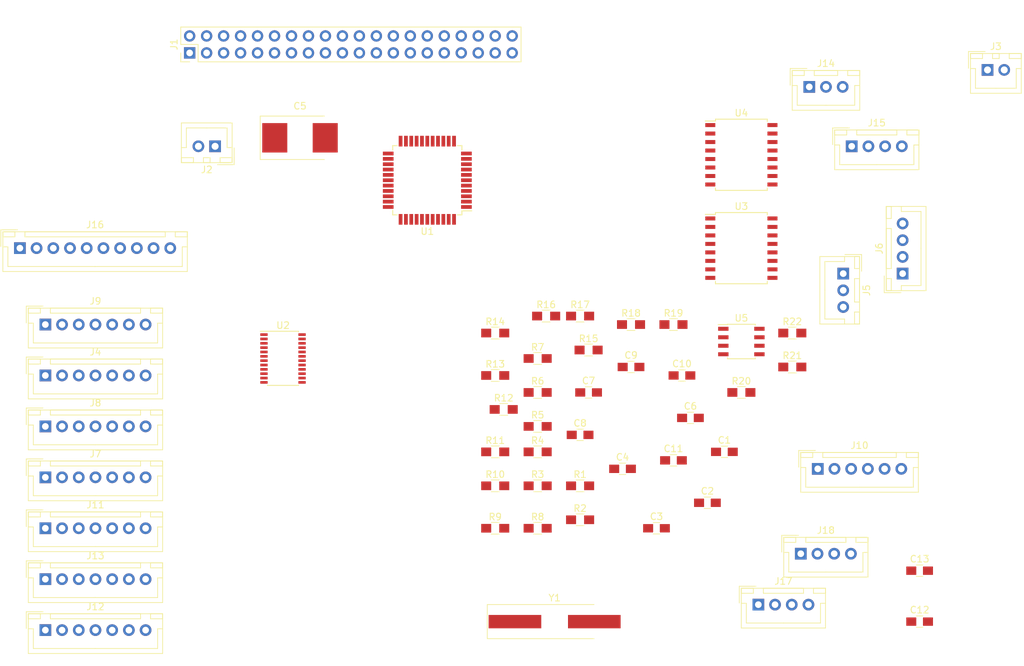
<source format=kicad_pcb>
(kicad_pcb (version 4) (host pcbnew 4.0.7-e2-6376~61~ubuntu18.04.1)

  (general
    (links 190)
    (no_connects 186)
    (area 0 0 0 0)
    (thickness 1.6)
    (drawings 0)
    (tracks 0)
    (zones 0)
    (modules 59)
    (nets 122)
  )

  (page A4)
  (layers
    (0 F.Cu signal)
    (31 B.Cu signal)
    (32 B.Adhes user)
    (33 F.Adhes user)
    (34 B.Paste user)
    (35 F.Paste user)
    (36 B.SilkS user)
    (37 F.SilkS user)
    (38 B.Mask user)
    (39 F.Mask user)
    (40 Dwgs.User user)
    (41 Cmts.User user)
    (42 Eco1.User user)
    (43 Eco2.User user)
    (44 Edge.Cuts user)
    (45 Margin user)
    (46 B.CrtYd user)
    (47 F.CrtYd user)
    (48 B.Fab user)
    (49 F.Fab user)
  )

  (setup
    (last_trace_width 0.25)
    (trace_clearance 0.2)
    (zone_clearance 0.508)
    (zone_45_only no)
    (trace_min 0.2)
    (segment_width 0.2)
    (edge_width 0.15)
    (via_size 0.6)
    (via_drill 0.4)
    (via_min_size 0.4)
    (via_min_drill 0.3)
    (uvia_size 0.3)
    (uvia_drill 0.1)
    (uvias_allowed no)
    (uvia_min_size 0.2)
    (uvia_min_drill 0.1)
    (pcb_text_width 0.3)
    (pcb_text_size 1.5 1.5)
    (mod_edge_width 0.15)
    (mod_text_size 1 1)
    (mod_text_width 0.15)
    (pad_size 1.524 1.524)
    (pad_drill 0.762)
    (pad_to_mask_clearance 0.2)
    (aux_axis_origin 0 0)
    (visible_elements FFFFF77F)
    (pcbplotparams
      (layerselection 0x00030_80000001)
      (usegerberextensions false)
      (excludeedgelayer true)
      (linewidth 0.100000)
      (plotframeref false)
      (viasonmask false)
      (mode 1)
      (useauxorigin false)
      (hpglpennumber 1)
      (hpglpenspeed 20)
      (hpglpendiameter 15)
      (hpglpenoverlay 2)
      (psnegative false)
      (psa4output false)
      (plotreference true)
      (plotvalue true)
      (plotinvisibletext false)
      (padsonsilk false)
      (subtractmaskfromsilk false)
      (outputformat 1)
      (mirror false)
      (drillshape 1)
      (scaleselection 1)
      (outputdirectory ""))
  )

  (net 0 "")
  (net 1 +3V3)
  (net 2 GND)
  (net 3 "Net-(C7-Pad2)")
  (net 4 +5VP)
  (net 5 "Net-(C9-Pad2)")
  (net 6 "Net-(C11-Pad2)")
  (net 7 +5V)
  (net 8 PI_I2C_SDA)
  (net 9 PI_I2C_SCLK)
  (net 10 "Net-(J1-Pad7)")
  (net 11 PI_TX)
  (net 12 PI_RX)
  (net 13 "Net-(J1-Pad11)")
  (net 14 "Net-(J1-Pad12)")
  (net 15 "Net-(J1-Pad13)")
  (net 16 "Net-(J1-Pad15)")
  (net 17 "Net-(J1-Pad16)")
  (net 18 SCREEN_RST)
  (net 19 PI_SPI_MOSI)
  (net 20 PI_SPI_MISO)
  (net 21 SCREEN_DC)
  (net 22 PI_SPI_SCLK)
  (net 23 PI_SPI_CE0)
  (net 24 PI_SPI_CE1)
  (net 25 "Net-(J1-Pad27)")
  (net 26 "Net-(J1-Pad28)")
  (net 27 "Net-(J1-Pad29)")
  (net 28 "Net-(J1-Pad31)")
  (net 29 "Net-(J1-Pad32)")
  (net 30 "Net-(J1-Pad33)")
  (net 31 "Net-(J1-Pad36)")
  (net 32 "Net-(J1-Pad37)")
  (net 33 GNDA)
  (net 34 "Net-(J5-Pad1)")
  (net 35 "Net-(J5-Pad2)")
  (net 36 "Net-(J6-Pad3)")
  (net 37 "Net-(J6-Pad4)")
  (net 38 "Net-(J7-Pad2)")
  (net 39 "Net-(J7-Pad4)")
  (net 40 "Net-(J7-Pad5)")
  (net 41 I2C_M0_SCLK)
  (net 42 I2C_M0_SDA)
  (net 43 "Net-(J8-Pad2)")
  (net 44 "Net-(J8-Pad4)")
  (net 45 "Net-(J8-Pad5)")
  (net 46 I2C_M2_SCLK)
  (net 47 I2C_M2_SDA)
  (net 48 "Net-(J9-Pad2)")
  (net 49 "Net-(J9-Pad4)")
  (net 50 "Net-(J9-Pad5)")
  (net 51 I2C_M4_SCLK)
  (net 52 I2C_M4_SDA)
  (net 53 "Net-(J11-Pad2)")
  (net 54 "Net-(J11-Pad4)")
  (net 55 "Net-(J11-Pad5)")
  (net 56 I2C_M1_SCLK)
  (net 57 I2C_M1_SDA)
  (net 58 "Net-(J12-Pad2)")
  (net 59 "Net-(J12-Pad4)")
  (net 60 "Net-(J12-Pad5)")
  (net 61 I2C_M3_SCLK)
  (net 62 I2C_M3_SDA)
  (net 63 "Net-(J13-Pad2)")
  (net 64 "Net-(J13-Pad4)")
  (net 65 "Net-(J13-Pad5)")
  (net 66 I2C_M5_SCLK)
  (net 67 I2C_M5_SDA)
  (net 68 "Net-(J14-Pad1)")
  (net 69 "Net-(J14-Pad2)")
  (net 70 "Net-(J15-Pad3)")
  (net 71 "Net-(J15-Pad4)")
  (net 72 PROP_RES)
  (net 73 "Net-(R2-Pad1)")
  (net 74 "Net-(R15-Pad1)")
  (net 75 "Net-(R16-Pad2)")
  (net 76 "Net-(R17-Pad1)")
  (net 77 "Net-(R18-Pad2)")
  (net 78 I2C_M6_SCLK)
  (net 79 I2C_M6_SDA)
  (net 80 "Net-(U1-Pad1)")
  (net 81 "Net-(U1-Pad2)")
  (net 82 "Net-(U1-Pad3)")
  (net 83 "Net-(U1-Pad4)")
  (net 84 "Net-(U1-Pad9)")
  (net 85 "Net-(U1-Pad10)")
  (net 86 M2_ENCA)
  (net 87 M2_ENCB)
  (net 88 M2_DIR)
  (net 89 M2_PWM)
  (net 90 M3_ENCB)
  (net 91 M3_ENCA)
  (net 92 "Net-(U1-Pad19)")
  (net 93 M3_PWM)
  (net 94 M3_DIR)
  (net 95 PROP_SERV1)
  (net 96 PROP_SERV2)
  (net 97 PROP_SERV3)
  (net 98 PROP_SERV4)
  (net 99 "Net-(U1-Pad26)")
  (net 100 "Net-(U1-Pad28)")
  (net 101 "Net-(U1-Pad29)")
  (net 102 M4_DIR)
  (net 103 M4_PWM)
  (net 104 M4_ENCB)
  (net 105 M4_ENCA)
  (net 106 M1_ENCB)
  (net 107 M1_ENCA)
  (net 108 M1_PWM)
  (net 109 M1_DIR)
  (net 110 I2C_M7_SDA)
  (net 111 I2C_M7_SCLK)
  (net 112 "Net-(C12-Pad2)")
  (net 113 PI_SPI1_MISO)
  (net 114 PI_SPI1_MOSI)
  (net 115 PI_SPI1_SCLK)
  (net 116 I2C_ISO_SCL)
  (net 117 I2C_ISO_SDA)
  (net 118 "Net-(J16-Pad5)")
  (net 119 "Net-(J16-Pad6)")
  (net 120 "Net-(J16-Pad8)")
  (net 121 "Net-(J16-Pad10)")

  (net_class Default "This is the default net class."
    (clearance 0.2)
    (trace_width 0.25)
    (via_dia 0.6)
    (via_drill 0.4)
    (uvia_dia 0.3)
    (uvia_drill 0.1)
    (add_net +3V3)
    (add_net +5V)
    (add_net +5VP)
    (add_net GND)
    (add_net GNDA)
    (add_net I2C_ISO_SCL)
    (add_net I2C_ISO_SDA)
    (add_net I2C_M0_SCLK)
    (add_net I2C_M0_SDA)
    (add_net I2C_M1_SCLK)
    (add_net I2C_M1_SDA)
    (add_net I2C_M2_SCLK)
    (add_net I2C_M2_SDA)
    (add_net I2C_M3_SCLK)
    (add_net I2C_M3_SDA)
    (add_net I2C_M4_SCLK)
    (add_net I2C_M4_SDA)
    (add_net I2C_M5_SCLK)
    (add_net I2C_M5_SDA)
    (add_net I2C_M6_SCLK)
    (add_net I2C_M6_SDA)
    (add_net I2C_M7_SCLK)
    (add_net I2C_M7_SDA)
    (add_net M1_DIR)
    (add_net M1_ENCA)
    (add_net M1_ENCB)
    (add_net M1_PWM)
    (add_net M2_DIR)
    (add_net M2_ENCA)
    (add_net M2_ENCB)
    (add_net M2_PWM)
    (add_net M3_DIR)
    (add_net M3_ENCA)
    (add_net M3_ENCB)
    (add_net M3_PWM)
    (add_net M4_DIR)
    (add_net M4_ENCA)
    (add_net M4_ENCB)
    (add_net M4_PWM)
    (add_net "Net-(C11-Pad2)")
    (add_net "Net-(C12-Pad2)")
    (add_net "Net-(C7-Pad2)")
    (add_net "Net-(C9-Pad2)")
    (add_net "Net-(J1-Pad11)")
    (add_net "Net-(J1-Pad12)")
    (add_net "Net-(J1-Pad13)")
    (add_net "Net-(J1-Pad15)")
    (add_net "Net-(J1-Pad16)")
    (add_net "Net-(J1-Pad27)")
    (add_net "Net-(J1-Pad28)")
    (add_net "Net-(J1-Pad29)")
    (add_net "Net-(J1-Pad31)")
    (add_net "Net-(J1-Pad32)")
    (add_net "Net-(J1-Pad33)")
    (add_net "Net-(J1-Pad36)")
    (add_net "Net-(J1-Pad37)")
    (add_net "Net-(J1-Pad7)")
    (add_net "Net-(J11-Pad2)")
    (add_net "Net-(J11-Pad4)")
    (add_net "Net-(J11-Pad5)")
    (add_net "Net-(J12-Pad2)")
    (add_net "Net-(J12-Pad4)")
    (add_net "Net-(J12-Pad5)")
    (add_net "Net-(J13-Pad2)")
    (add_net "Net-(J13-Pad4)")
    (add_net "Net-(J13-Pad5)")
    (add_net "Net-(J14-Pad1)")
    (add_net "Net-(J14-Pad2)")
    (add_net "Net-(J15-Pad3)")
    (add_net "Net-(J15-Pad4)")
    (add_net "Net-(J16-Pad10)")
    (add_net "Net-(J16-Pad5)")
    (add_net "Net-(J16-Pad6)")
    (add_net "Net-(J16-Pad8)")
    (add_net "Net-(J5-Pad1)")
    (add_net "Net-(J5-Pad2)")
    (add_net "Net-(J6-Pad3)")
    (add_net "Net-(J6-Pad4)")
    (add_net "Net-(J7-Pad2)")
    (add_net "Net-(J7-Pad4)")
    (add_net "Net-(J7-Pad5)")
    (add_net "Net-(J8-Pad2)")
    (add_net "Net-(J8-Pad4)")
    (add_net "Net-(J8-Pad5)")
    (add_net "Net-(J9-Pad2)")
    (add_net "Net-(J9-Pad4)")
    (add_net "Net-(J9-Pad5)")
    (add_net "Net-(R15-Pad1)")
    (add_net "Net-(R16-Pad2)")
    (add_net "Net-(R17-Pad1)")
    (add_net "Net-(R18-Pad2)")
    (add_net "Net-(R2-Pad1)")
    (add_net "Net-(U1-Pad1)")
    (add_net "Net-(U1-Pad10)")
    (add_net "Net-(U1-Pad19)")
    (add_net "Net-(U1-Pad2)")
    (add_net "Net-(U1-Pad26)")
    (add_net "Net-(U1-Pad28)")
    (add_net "Net-(U1-Pad29)")
    (add_net "Net-(U1-Pad3)")
    (add_net "Net-(U1-Pad4)")
    (add_net "Net-(U1-Pad9)")
    (add_net PI_I2C_SCLK)
    (add_net PI_I2C_SDA)
    (add_net PI_RX)
    (add_net PI_SPI1_MISO)
    (add_net PI_SPI1_MOSI)
    (add_net PI_SPI1_SCLK)
    (add_net PI_SPI_CE0)
    (add_net PI_SPI_CE1)
    (add_net PI_SPI_MISO)
    (add_net PI_SPI_MOSI)
    (add_net PI_SPI_SCLK)
    (add_net PI_TX)
    (add_net PROP_RES)
    (add_net PROP_SERV1)
    (add_net PROP_SERV2)
    (add_net PROP_SERV3)
    (add_net PROP_SERV4)
    (add_net SCREEN_DC)
    (add_net SCREEN_RST)
  )

  (module Capacitors_SMD:C_0805_HandSoldering (layer F.Cu) (tedit 58AA84A8) (tstamp 5B658CC8)
    (at 162.56 110.49)
    (descr "Capacitor SMD 0805, hand soldering")
    (tags "capacitor 0805")
    (path /5B5D5A39)
    (attr smd)
    (fp_text reference C1 (at 0 -1.75) (layer F.SilkS)
      (effects (font (size 1 1) (thickness 0.15)))
    )
    (fp_text value 0.1u (at 0 1.75) (layer F.Fab)
      (effects (font (size 1 1) (thickness 0.15)))
    )
    (fp_text user %R (at 0 -1.75) (layer F.Fab)
      (effects (font (size 1 1) (thickness 0.15)))
    )
    (fp_line (start -1 0.62) (end -1 -0.62) (layer F.Fab) (width 0.1))
    (fp_line (start 1 0.62) (end -1 0.62) (layer F.Fab) (width 0.1))
    (fp_line (start 1 -0.62) (end 1 0.62) (layer F.Fab) (width 0.1))
    (fp_line (start -1 -0.62) (end 1 -0.62) (layer F.Fab) (width 0.1))
    (fp_line (start 0.5 -0.85) (end -0.5 -0.85) (layer F.SilkS) (width 0.12))
    (fp_line (start -0.5 0.85) (end 0.5 0.85) (layer F.SilkS) (width 0.12))
    (fp_line (start -2.25 -0.88) (end 2.25 -0.88) (layer F.CrtYd) (width 0.05))
    (fp_line (start -2.25 -0.88) (end -2.25 0.87) (layer F.CrtYd) (width 0.05))
    (fp_line (start 2.25 0.87) (end 2.25 -0.88) (layer F.CrtYd) (width 0.05))
    (fp_line (start 2.25 0.87) (end -2.25 0.87) (layer F.CrtYd) (width 0.05))
    (pad 1 smd rect (at -1.25 0) (size 1.5 1.25) (layers F.Cu F.Paste F.Mask)
      (net 1 +3V3))
    (pad 2 smd rect (at 1.25 0) (size 1.5 1.25) (layers F.Cu F.Paste F.Mask)
      (net 2 GND))
    (model Capacitors_SMD.3dshapes/C_0805.wrl
      (at (xyz 0 0 0))
      (scale (xyz 1 1 1))
      (rotate (xyz 0 0 0))
    )
  )

  (module Capacitors_SMD:C_0805_HandSoldering (layer F.Cu) (tedit 58AA84A8) (tstamp 5B658CCE)
    (at 160.02 118.11)
    (descr "Capacitor SMD 0805, hand soldering")
    (tags "capacitor 0805")
    (path /5B5D59C9)
    (attr smd)
    (fp_text reference C2 (at 0 -1.75) (layer F.SilkS)
      (effects (font (size 1 1) (thickness 0.15)))
    )
    (fp_text value 0.1u (at 0 1.75) (layer F.Fab)
      (effects (font (size 1 1) (thickness 0.15)))
    )
    (fp_text user %R (at 0 -1.75) (layer F.Fab)
      (effects (font (size 1 1) (thickness 0.15)))
    )
    (fp_line (start -1 0.62) (end -1 -0.62) (layer F.Fab) (width 0.1))
    (fp_line (start 1 0.62) (end -1 0.62) (layer F.Fab) (width 0.1))
    (fp_line (start 1 -0.62) (end 1 0.62) (layer F.Fab) (width 0.1))
    (fp_line (start -1 -0.62) (end 1 -0.62) (layer F.Fab) (width 0.1))
    (fp_line (start 0.5 -0.85) (end -0.5 -0.85) (layer F.SilkS) (width 0.12))
    (fp_line (start -0.5 0.85) (end 0.5 0.85) (layer F.SilkS) (width 0.12))
    (fp_line (start -2.25 -0.88) (end 2.25 -0.88) (layer F.CrtYd) (width 0.05))
    (fp_line (start -2.25 -0.88) (end -2.25 0.87) (layer F.CrtYd) (width 0.05))
    (fp_line (start 2.25 0.87) (end 2.25 -0.88) (layer F.CrtYd) (width 0.05))
    (fp_line (start 2.25 0.87) (end -2.25 0.87) (layer F.CrtYd) (width 0.05))
    (pad 1 smd rect (at -1.25 0) (size 1.5 1.25) (layers F.Cu F.Paste F.Mask)
      (net 1 +3V3))
    (pad 2 smd rect (at 1.25 0) (size 1.5 1.25) (layers F.Cu F.Paste F.Mask)
      (net 2 GND))
    (model Capacitors_SMD.3dshapes/C_0805.wrl
      (at (xyz 0 0 0))
      (scale (xyz 1 1 1))
      (rotate (xyz 0 0 0))
    )
  )

  (module Capacitors_SMD:C_0805_HandSoldering (layer F.Cu) (tedit 58AA84A8) (tstamp 5B658CD4)
    (at 152.4 121.92)
    (descr "Capacitor SMD 0805, hand soldering")
    (tags "capacitor 0805")
    (path /5B5D5956)
    (attr smd)
    (fp_text reference C3 (at 0 -1.75) (layer F.SilkS)
      (effects (font (size 1 1) (thickness 0.15)))
    )
    (fp_text value 0.1u (at 0 1.75) (layer F.Fab)
      (effects (font (size 1 1) (thickness 0.15)))
    )
    (fp_text user %R (at 0 -1.75) (layer F.Fab)
      (effects (font (size 1 1) (thickness 0.15)))
    )
    (fp_line (start -1 0.62) (end -1 -0.62) (layer F.Fab) (width 0.1))
    (fp_line (start 1 0.62) (end -1 0.62) (layer F.Fab) (width 0.1))
    (fp_line (start 1 -0.62) (end 1 0.62) (layer F.Fab) (width 0.1))
    (fp_line (start -1 -0.62) (end 1 -0.62) (layer F.Fab) (width 0.1))
    (fp_line (start 0.5 -0.85) (end -0.5 -0.85) (layer F.SilkS) (width 0.12))
    (fp_line (start -0.5 0.85) (end 0.5 0.85) (layer F.SilkS) (width 0.12))
    (fp_line (start -2.25 -0.88) (end 2.25 -0.88) (layer F.CrtYd) (width 0.05))
    (fp_line (start -2.25 -0.88) (end -2.25 0.87) (layer F.CrtYd) (width 0.05))
    (fp_line (start 2.25 0.87) (end 2.25 -0.88) (layer F.CrtYd) (width 0.05))
    (fp_line (start 2.25 0.87) (end -2.25 0.87) (layer F.CrtYd) (width 0.05))
    (pad 1 smd rect (at -1.25 0) (size 1.5 1.25) (layers F.Cu F.Paste F.Mask)
      (net 1 +3V3))
    (pad 2 smd rect (at 1.25 0) (size 1.5 1.25) (layers F.Cu F.Paste F.Mask)
      (net 2 GND))
    (model Capacitors_SMD.3dshapes/C_0805.wrl
      (at (xyz 0 0 0))
      (scale (xyz 1 1 1))
      (rotate (xyz 0 0 0))
    )
  )

  (module Capacitors_SMD:C_0805_HandSoldering (layer F.Cu) (tedit 58AA84A8) (tstamp 5B658CDA)
    (at 147.32 113.03)
    (descr "Capacitor SMD 0805, hand soldering")
    (tags "capacitor 0805")
    (path /5B5D5855)
    (attr smd)
    (fp_text reference C4 (at 0 -1.75) (layer F.SilkS)
      (effects (font (size 1 1) (thickness 0.15)))
    )
    (fp_text value 0.1u (at 0 1.75) (layer F.Fab)
      (effects (font (size 1 1) (thickness 0.15)))
    )
    (fp_text user %R (at 0 -1.75) (layer F.Fab)
      (effects (font (size 1 1) (thickness 0.15)))
    )
    (fp_line (start -1 0.62) (end -1 -0.62) (layer F.Fab) (width 0.1))
    (fp_line (start 1 0.62) (end -1 0.62) (layer F.Fab) (width 0.1))
    (fp_line (start 1 -0.62) (end 1 0.62) (layer F.Fab) (width 0.1))
    (fp_line (start -1 -0.62) (end 1 -0.62) (layer F.Fab) (width 0.1))
    (fp_line (start 0.5 -0.85) (end -0.5 -0.85) (layer F.SilkS) (width 0.12))
    (fp_line (start -0.5 0.85) (end 0.5 0.85) (layer F.SilkS) (width 0.12))
    (fp_line (start -2.25 -0.88) (end 2.25 -0.88) (layer F.CrtYd) (width 0.05))
    (fp_line (start -2.25 -0.88) (end -2.25 0.87) (layer F.CrtYd) (width 0.05))
    (fp_line (start 2.25 0.87) (end 2.25 -0.88) (layer F.CrtYd) (width 0.05))
    (fp_line (start 2.25 0.87) (end -2.25 0.87) (layer F.CrtYd) (width 0.05))
    (pad 1 smd rect (at -1.25 0) (size 1.5 1.25) (layers F.Cu F.Paste F.Mask)
      (net 1 +3V3))
    (pad 2 smd rect (at 1.25 0) (size 1.5 1.25) (layers F.Cu F.Paste F.Mask)
      (net 2 GND))
    (model Capacitors_SMD.3dshapes/C_0805.wrl
      (at (xyz 0 0 0))
      (scale (xyz 1 1 1))
      (rotate (xyz 0 0 0))
    )
  )

  (module Capacitors_Tantalum_SMD:CP_Tantalum_Case-E_EIA-7260-38_Hand (layer F.Cu) (tedit 58CC8C08) (tstamp 5B658CE0)
    (at 99.06 63.5)
    (descr "Tantalum capacitor, Case E, EIA 7260-38, 7.3x6.0x3.6mm, Hand soldering footprint")
    (tags "capacitor tantalum smd")
    (path /5B636E53)
    (attr smd)
    (fp_text reference C5 (at 0 -4.75) (layer F.SilkS)
      (effects (font (size 1 1) (thickness 0.15)))
    )
    (fp_text value 470u (at 0 4.75) (layer F.Fab)
      (effects (font (size 1 1) (thickness 0.15)))
    )
    (fp_text user %R (at 0 0) (layer F.Fab)
      (effects (font (size 1 1) (thickness 0.15)))
    )
    (fp_line (start -6.05 -3.4) (end -6.05 3.4) (layer F.CrtYd) (width 0.05))
    (fp_line (start -6.05 3.4) (end 6.05 3.4) (layer F.CrtYd) (width 0.05))
    (fp_line (start 6.05 3.4) (end 6.05 -3.4) (layer F.CrtYd) (width 0.05))
    (fp_line (start 6.05 -3.4) (end -6.05 -3.4) (layer F.CrtYd) (width 0.05))
    (fp_line (start -3.65 -3) (end -3.65 3) (layer F.Fab) (width 0.1))
    (fp_line (start -3.65 3) (end 3.65 3) (layer F.Fab) (width 0.1))
    (fp_line (start 3.65 3) (end 3.65 -3) (layer F.Fab) (width 0.1))
    (fp_line (start 3.65 -3) (end -3.65 -3) (layer F.Fab) (width 0.1))
    (fp_line (start -2.92 -3) (end -2.92 3) (layer F.Fab) (width 0.1))
    (fp_line (start -2.555 -3) (end -2.555 3) (layer F.Fab) (width 0.1))
    (fp_line (start -5.95 -3.25) (end 3.65 -3.25) (layer F.SilkS) (width 0.12))
    (fp_line (start -5.95 3.25) (end 3.65 3.25) (layer F.SilkS) (width 0.12))
    (fp_line (start -5.95 -3.25) (end -5.95 3.25) (layer F.SilkS) (width 0.12))
    (pad 1 smd rect (at -3.775 0) (size 3.75 4.4) (layers F.Cu F.Paste F.Mask)
      (net 1 +3V3))
    (pad 2 smd rect (at 3.775 0) (size 3.75 4.4) (layers F.Cu F.Paste F.Mask)
      (net 2 GND))
    (model Capacitors_Tantalum_SMD.3dshapes/CP_Tantalum_Case-E_EIA-7260-38.wrl
      (at (xyz 0 0 0))
      (scale (xyz 1 1 1))
      (rotate (xyz 0 0 0))
    )
  )

  (module Capacitors_SMD:C_0805_HandSoldering (layer F.Cu) (tedit 58AA84A8) (tstamp 5B658CE6)
    (at 157.48 105.41)
    (descr "Capacitor SMD 0805, hand soldering")
    (tags "capacitor 0805")
    (path /5B5C9745)
    (attr smd)
    (fp_text reference C6 (at 0 -1.75) (layer F.SilkS)
      (effects (font (size 1 1) (thickness 0.15)))
    )
    (fp_text value 10u (at 0 1.75) (layer F.Fab)
      (effects (font (size 1 1) (thickness 0.15)))
    )
    (fp_text user %R (at 0 -1.75) (layer F.Fab)
      (effects (font (size 1 1) (thickness 0.15)))
    )
    (fp_line (start -1 0.62) (end -1 -0.62) (layer F.Fab) (width 0.1))
    (fp_line (start 1 0.62) (end -1 0.62) (layer F.Fab) (width 0.1))
    (fp_line (start 1 -0.62) (end 1 0.62) (layer F.Fab) (width 0.1))
    (fp_line (start -1 -0.62) (end 1 -0.62) (layer F.Fab) (width 0.1))
    (fp_line (start 0.5 -0.85) (end -0.5 -0.85) (layer F.SilkS) (width 0.12))
    (fp_line (start -0.5 0.85) (end 0.5 0.85) (layer F.SilkS) (width 0.12))
    (fp_line (start -2.25 -0.88) (end 2.25 -0.88) (layer F.CrtYd) (width 0.05))
    (fp_line (start -2.25 -0.88) (end -2.25 0.87) (layer F.CrtYd) (width 0.05))
    (fp_line (start 2.25 0.87) (end 2.25 -0.88) (layer F.CrtYd) (width 0.05))
    (fp_line (start 2.25 0.87) (end -2.25 0.87) (layer F.CrtYd) (width 0.05))
    (pad 1 smd rect (at -1.25 0) (size 1.5 1.25) (layers F.Cu F.Paste F.Mask)
      (net 1 +3V3))
    (pad 2 smd rect (at 1.25 0) (size 1.5 1.25) (layers F.Cu F.Paste F.Mask)
      (net 2 GND))
    (model Capacitors_SMD.3dshapes/C_0805.wrl
      (at (xyz 0 0 0))
      (scale (xyz 1 1 1))
      (rotate (xyz 0 0 0))
    )
  )

  (module Capacitors_SMD:C_0805_HandSoldering (layer F.Cu) (tedit 58AA84A8) (tstamp 5B658CEC)
    (at 142.24 101.6)
    (descr "Capacitor SMD 0805, hand soldering")
    (tags "capacitor 0805")
    (path /5B5DA2FB)
    (attr smd)
    (fp_text reference C7 (at 0 -1.75) (layer F.SilkS)
      (effects (font (size 1 1) (thickness 0.15)))
    )
    (fp_text value 0u1 (at 0 1.75) (layer F.Fab)
      (effects (font (size 1 1) (thickness 0.15)))
    )
    (fp_text user %R (at 0 -1.75) (layer F.Fab)
      (effects (font (size 1 1) (thickness 0.15)))
    )
    (fp_line (start -1 0.62) (end -1 -0.62) (layer F.Fab) (width 0.1))
    (fp_line (start 1 0.62) (end -1 0.62) (layer F.Fab) (width 0.1))
    (fp_line (start 1 -0.62) (end 1 0.62) (layer F.Fab) (width 0.1))
    (fp_line (start -1 -0.62) (end 1 -0.62) (layer F.Fab) (width 0.1))
    (fp_line (start 0.5 -0.85) (end -0.5 -0.85) (layer F.SilkS) (width 0.12))
    (fp_line (start -0.5 0.85) (end 0.5 0.85) (layer F.SilkS) (width 0.12))
    (fp_line (start -2.25 -0.88) (end 2.25 -0.88) (layer F.CrtYd) (width 0.05))
    (fp_line (start -2.25 -0.88) (end -2.25 0.87) (layer F.CrtYd) (width 0.05))
    (fp_line (start 2.25 0.87) (end 2.25 -0.88) (layer F.CrtYd) (width 0.05))
    (fp_line (start 2.25 0.87) (end -2.25 0.87) (layer F.CrtYd) (width 0.05))
    (pad 1 smd rect (at -1.25 0) (size 1.5 1.25) (layers F.Cu F.Paste F.Mask)
      (net 1 +3V3))
    (pad 2 smd rect (at 1.25 0) (size 1.5 1.25) (layers F.Cu F.Paste F.Mask)
      (net 3 "Net-(C7-Pad2)"))
    (model Capacitors_SMD.3dshapes/C_0805.wrl
      (at (xyz 0 0 0))
      (scale (xyz 1 1 1))
      (rotate (xyz 0 0 0))
    )
  )

  (module Capacitors_SMD:C_0805_HandSoldering (layer F.Cu) (tedit 58AA84A8) (tstamp 5B658CF2)
    (at 140.97 107.95)
    (descr "Capacitor SMD 0805, hand soldering")
    (tags "capacitor 0805")
    (path /5B6538FF)
    (attr smd)
    (fp_text reference C8 (at 0 -1.75) (layer F.SilkS)
      (effects (font (size 1 1) (thickness 0.15)))
    )
    (fp_text value 0u1 (at 0 1.75) (layer F.Fab)
      (effects (font (size 1 1) (thickness 0.15)))
    )
    (fp_text user %R (at 0 -1.75) (layer F.Fab)
      (effects (font (size 1 1) (thickness 0.15)))
    )
    (fp_line (start -1 0.62) (end -1 -0.62) (layer F.Fab) (width 0.1))
    (fp_line (start 1 0.62) (end -1 0.62) (layer F.Fab) (width 0.1))
    (fp_line (start 1 -0.62) (end 1 0.62) (layer F.Fab) (width 0.1))
    (fp_line (start -1 -0.62) (end 1 -0.62) (layer F.Fab) (width 0.1))
    (fp_line (start 0.5 -0.85) (end -0.5 -0.85) (layer F.SilkS) (width 0.12))
    (fp_line (start -0.5 0.85) (end 0.5 0.85) (layer F.SilkS) (width 0.12))
    (fp_line (start -2.25 -0.88) (end 2.25 -0.88) (layer F.CrtYd) (width 0.05))
    (fp_line (start -2.25 -0.88) (end -2.25 0.87) (layer F.CrtYd) (width 0.05))
    (fp_line (start 2.25 0.87) (end 2.25 -0.88) (layer F.CrtYd) (width 0.05))
    (fp_line (start 2.25 0.87) (end -2.25 0.87) (layer F.CrtYd) (width 0.05))
    (pad 1 smd rect (at -1.25 0) (size 1.5 1.25) (layers F.Cu F.Paste F.Mask)
      (net 2 GND))
    (pad 2 smd rect (at 1.25 0) (size 1.5 1.25) (layers F.Cu F.Paste F.Mask)
      (net 1 +3V3))
    (model Capacitors_SMD.3dshapes/C_0805.wrl
      (at (xyz 0 0 0))
      (scale (xyz 1 1 1))
      (rotate (xyz 0 0 0))
    )
  )

  (module Capacitors_SMD:C_0805_HandSoldering (layer F.Cu) (tedit 58AA84A8) (tstamp 5B658CF8)
    (at 148.59 97.79)
    (descr "Capacitor SMD 0805, hand soldering")
    (tags "capacitor 0805")
    (path /5B64E883)
    (attr smd)
    (fp_text reference C9 (at 0 -1.75) (layer F.SilkS)
      (effects (font (size 1 1) (thickness 0.15)))
    )
    (fp_text value 0u1 (at 0 1.75) (layer F.Fab)
      (effects (font (size 1 1) (thickness 0.15)))
    )
    (fp_text user %R (at 0 -1.75) (layer F.Fab)
      (effects (font (size 1 1) (thickness 0.15)))
    )
    (fp_line (start -1 0.62) (end -1 -0.62) (layer F.Fab) (width 0.1))
    (fp_line (start 1 0.62) (end -1 0.62) (layer F.Fab) (width 0.1))
    (fp_line (start 1 -0.62) (end 1 0.62) (layer F.Fab) (width 0.1))
    (fp_line (start -1 -0.62) (end 1 -0.62) (layer F.Fab) (width 0.1))
    (fp_line (start 0.5 -0.85) (end -0.5 -0.85) (layer F.SilkS) (width 0.12))
    (fp_line (start -0.5 0.85) (end 0.5 0.85) (layer F.SilkS) (width 0.12))
    (fp_line (start -2.25 -0.88) (end 2.25 -0.88) (layer F.CrtYd) (width 0.05))
    (fp_line (start -2.25 -0.88) (end -2.25 0.87) (layer F.CrtYd) (width 0.05))
    (fp_line (start 2.25 0.87) (end 2.25 -0.88) (layer F.CrtYd) (width 0.05))
    (fp_line (start 2.25 0.87) (end -2.25 0.87) (layer F.CrtYd) (width 0.05))
    (pad 1 smd rect (at -1.25 0) (size 1.5 1.25) (layers F.Cu F.Paste F.Mask)
      (net 4 +5VP))
    (pad 2 smd rect (at 1.25 0) (size 1.5 1.25) (layers F.Cu F.Paste F.Mask)
      (net 5 "Net-(C9-Pad2)"))
    (model Capacitors_SMD.3dshapes/C_0805.wrl
      (at (xyz 0 0 0))
      (scale (xyz 1 1 1))
      (rotate (xyz 0 0 0))
    )
  )

  (module Capacitors_SMD:C_0805_HandSoldering (layer F.Cu) (tedit 58AA84A8) (tstamp 5B658CFE)
    (at 156.21 99.06)
    (descr "Capacitor SMD 0805, hand soldering")
    (tags "capacitor 0805")
    (path /5B65590C)
    (attr smd)
    (fp_text reference C10 (at 0 -1.75) (layer F.SilkS)
      (effects (font (size 1 1) (thickness 0.15)))
    )
    (fp_text value 0u1 (at 0 1.75) (layer F.Fab)
      (effects (font (size 1 1) (thickness 0.15)))
    )
    (fp_text user %R (at 0 -1.75) (layer F.Fab)
      (effects (font (size 1 1) (thickness 0.15)))
    )
    (fp_line (start -1 0.62) (end -1 -0.62) (layer F.Fab) (width 0.1))
    (fp_line (start 1 0.62) (end -1 0.62) (layer F.Fab) (width 0.1))
    (fp_line (start 1 -0.62) (end 1 0.62) (layer F.Fab) (width 0.1))
    (fp_line (start -1 -0.62) (end 1 -0.62) (layer F.Fab) (width 0.1))
    (fp_line (start 0.5 -0.85) (end -0.5 -0.85) (layer F.SilkS) (width 0.12))
    (fp_line (start -0.5 0.85) (end 0.5 0.85) (layer F.SilkS) (width 0.12))
    (fp_line (start -2.25 -0.88) (end 2.25 -0.88) (layer F.CrtYd) (width 0.05))
    (fp_line (start -2.25 -0.88) (end -2.25 0.87) (layer F.CrtYd) (width 0.05))
    (fp_line (start 2.25 0.87) (end 2.25 -0.88) (layer F.CrtYd) (width 0.05))
    (fp_line (start 2.25 0.87) (end -2.25 0.87) (layer F.CrtYd) (width 0.05))
    (pad 1 smd rect (at -1.25 0) (size 1.5 1.25) (layers F.Cu F.Paste F.Mask)
      (net 2 GND))
    (pad 2 smd rect (at 1.25 0) (size 1.5 1.25) (layers F.Cu F.Paste F.Mask)
      (net 1 +3V3))
    (model Capacitors_SMD.3dshapes/C_0805.wrl
      (at (xyz 0 0 0))
      (scale (xyz 1 1 1))
      (rotate (xyz 0 0 0))
    )
  )

  (module Capacitors_SMD:C_0805_HandSoldering (layer F.Cu) (tedit 58AA84A8) (tstamp 5B658D04)
    (at 154.94 111.76)
    (descr "Capacitor SMD 0805, hand soldering")
    (tags "capacitor 0805")
    (path /5B6558C3)
    (attr smd)
    (fp_text reference C11 (at 0 -1.75) (layer F.SilkS)
      (effects (font (size 1 1) (thickness 0.15)))
    )
    (fp_text value 0u1 (at 0 1.75) (layer F.Fab)
      (effects (font (size 1 1) (thickness 0.15)))
    )
    (fp_text user %R (at 0 -1.75) (layer F.Fab)
      (effects (font (size 1 1) (thickness 0.15)))
    )
    (fp_line (start -1 0.62) (end -1 -0.62) (layer F.Fab) (width 0.1))
    (fp_line (start 1 0.62) (end -1 0.62) (layer F.Fab) (width 0.1))
    (fp_line (start 1 -0.62) (end 1 0.62) (layer F.Fab) (width 0.1))
    (fp_line (start -1 -0.62) (end 1 -0.62) (layer F.Fab) (width 0.1))
    (fp_line (start 0.5 -0.85) (end -0.5 -0.85) (layer F.SilkS) (width 0.12))
    (fp_line (start -0.5 0.85) (end 0.5 0.85) (layer F.SilkS) (width 0.12))
    (fp_line (start -2.25 -0.88) (end 2.25 -0.88) (layer F.CrtYd) (width 0.05))
    (fp_line (start -2.25 -0.88) (end -2.25 0.87) (layer F.CrtYd) (width 0.05))
    (fp_line (start 2.25 0.87) (end 2.25 -0.88) (layer F.CrtYd) (width 0.05))
    (fp_line (start 2.25 0.87) (end -2.25 0.87) (layer F.CrtYd) (width 0.05))
    (pad 1 smd rect (at -1.25 0) (size 1.5 1.25) (layers F.Cu F.Paste F.Mask)
      (net 4 +5VP))
    (pad 2 smd rect (at 1.25 0) (size 1.5 1.25) (layers F.Cu F.Paste F.Mask)
      (net 6 "Net-(C11-Pad2)"))
    (model Capacitors_SMD.3dshapes/C_0805.wrl
      (at (xyz 0 0 0))
      (scale (xyz 1 1 1))
      (rotate (xyz 0 0 0))
    )
  )

  (module Pin_Headers:Pin_Header_Straight_2x20_Pitch2.54mm (layer F.Cu) (tedit 59650533) (tstamp 5B658D30)
    (at 82.55 50.8 90)
    (descr "Through hole straight pin header, 2x20, 2.54mm pitch, double rows")
    (tags "Through hole pin header THT 2x20 2.54mm double row")
    (path /5B5C72A2)
    (fp_text reference J1 (at 1.27 -2.33 90) (layer F.SilkS)
      (effects (font (size 1 1) (thickness 0.15)))
    )
    (fp_text value Raspberry_Pi_2_3 (at 1.27 50.59 90) (layer F.Fab)
      (effects (font (size 1 1) (thickness 0.15)))
    )
    (fp_line (start 0 -1.27) (end 3.81 -1.27) (layer F.Fab) (width 0.1))
    (fp_line (start 3.81 -1.27) (end 3.81 49.53) (layer F.Fab) (width 0.1))
    (fp_line (start 3.81 49.53) (end -1.27 49.53) (layer F.Fab) (width 0.1))
    (fp_line (start -1.27 49.53) (end -1.27 0) (layer F.Fab) (width 0.1))
    (fp_line (start -1.27 0) (end 0 -1.27) (layer F.Fab) (width 0.1))
    (fp_line (start -1.33 49.59) (end 3.87 49.59) (layer F.SilkS) (width 0.12))
    (fp_line (start -1.33 1.27) (end -1.33 49.59) (layer F.SilkS) (width 0.12))
    (fp_line (start 3.87 -1.33) (end 3.87 49.59) (layer F.SilkS) (width 0.12))
    (fp_line (start -1.33 1.27) (end 1.27 1.27) (layer F.SilkS) (width 0.12))
    (fp_line (start 1.27 1.27) (end 1.27 -1.33) (layer F.SilkS) (width 0.12))
    (fp_line (start 1.27 -1.33) (end 3.87 -1.33) (layer F.SilkS) (width 0.12))
    (fp_line (start -1.33 0) (end -1.33 -1.33) (layer F.SilkS) (width 0.12))
    (fp_line (start -1.33 -1.33) (end 0 -1.33) (layer F.SilkS) (width 0.12))
    (fp_line (start -1.8 -1.8) (end -1.8 50.05) (layer F.CrtYd) (width 0.05))
    (fp_line (start -1.8 50.05) (end 4.35 50.05) (layer F.CrtYd) (width 0.05))
    (fp_line (start 4.35 50.05) (end 4.35 -1.8) (layer F.CrtYd) (width 0.05))
    (fp_line (start 4.35 -1.8) (end -1.8 -1.8) (layer F.CrtYd) (width 0.05))
    (fp_text user %R (at 1.27 24.13 180) (layer F.Fab)
      (effects (font (size 1 1) (thickness 0.15)))
    )
    (pad 1 thru_hole rect (at 0 0 90) (size 1.7 1.7) (drill 1) (layers *.Cu *.Mask)
      (net 1 +3V3))
    (pad 2 thru_hole oval (at 2.54 0 90) (size 1.7 1.7) (drill 1) (layers *.Cu *.Mask)
      (net 7 +5V))
    (pad 3 thru_hole oval (at 0 2.54 90) (size 1.7 1.7) (drill 1) (layers *.Cu *.Mask)
      (net 8 PI_I2C_SDA))
    (pad 4 thru_hole oval (at 2.54 2.54 90) (size 1.7 1.7) (drill 1) (layers *.Cu *.Mask)
      (net 7 +5V))
    (pad 5 thru_hole oval (at 0 5.08 90) (size 1.7 1.7) (drill 1) (layers *.Cu *.Mask)
      (net 9 PI_I2C_SCLK))
    (pad 6 thru_hole oval (at 2.54 5.08 90) (size 1.7 1.7) (drill 1) (layers *.Cu *.Mask)
      (net 2 GND))
    (pad 7 thru_hole oval (at 0 7.62 90) (size 1.7 1.7) (drill 1) (layers *.Cu *.Mask)
      (net 10 "Net-(J1-Pad7)"))
    (pad 8 thru_hole oval (at 2.54 7.62 90) (size 1.7 1.7) (drill 1) (layers *.Cu *.Mask)
      (net 11 PI_TX))
    (pad 9 thru_hole oval (at 0 10.16 90) (size 1.7 1.7) (drill 1) (layers *.Cu *.Mask)
      (net 2 GND))
    (pad 10 thru_hole oval (at 2.54 10.16 90) (size 1.7 1.7) (drill 1) (layers *.Cu *.Mask)
      (net 12 PI_RX))
    (pad 11 thru_hole oval (at 0 12.7 90) (size 1.7 1.7) (drill 1) (layers *.Cu *.Mask)
      (net 13 "Net-(J1-Pad11)"))
    (pad 12 thru_hole oval (at 2.54 12.7 90) (size 1.7 1.7) (drill 1) (layers *.Cu *.Mask)
      (net 14 "Net-(J1-Pad12)"))
    (pad 13 thru_hole oval (at 0 15.24 90) (size 1.7 1.7) (drill 1) (layers *.Cu *.Mask)
      (net 15 "Net-(J1-Pad13)"))
    (pad 14 thru_hole oval (at 2.54 15.24 90) (size 1.7 1.7) (drill 1) (layers *.Cu *.Mask)
      (net 2 GND))
    (pad 15 thru_hole oval (at 0 17.78 90) (size 1.7 1.7) (drill 1) (layers *.Cu *.Mask)
      (net 16 "Net-(J1-Pad15)"))
    (pad 16 thru_hole oval (at 2.54 17.78 90) (size 1.7 1.7) (drill 1) (layers *.Cu *.Mask)
      (net 17 "Net-(J1-Pad16)"))
    (pad 17 thru_hole oval (at 0 20.32 90) (size 1.7 1.7) (drill 1) (layers *.Cu *.Mask)
      (net 1 +3V3))
    (pad 18 thru_hole oval (at 2.54 20.32 90) (size 1.7 1.7) (drill 1) (layers *.Cu *.Mask)
      (net 18 SCREEN_RST))
    (pad 19 thru_hole oval (at 0 22.86 90) (size 1.7 1.7) (drill 1) (layers *.Cu *.Mask)
      (net 19 PI_SPI_MOSI))
    (pad 20 thru_hole oval (at 2.54 22.86 90) (size 1.7 1.7) (drill 1) (layers *.Cu *.Mask)
      (net 2 GND))
    (pad 21 thru_hole oval (at 0 25.4 90) (size 1.7 1.7) (drill 1) (layers *.Cu *.Mask)
      (net 20 PI_SPI_MISO))
    (pad 22 thru_hole oval (at 2.54 25.4 90) (size 1.7 1.7) (drill 1) (layers *.Cu *.Mask)
      (net 21 SCREEN_DC))
    (pad 23 thru_hole oval (at 0 27.94 90) (size 1.7 1.7) (drill 1) (layers *.Cu *.Mask)
      (net 22 PI_SPI_SCLK))
    (pad 24 thru_hole oval (at 2.54 27.94 90) (size 1.7 1.7) (drill 1) (layers *.Cu *.Mask)
      (net 23 PI_SPI_CE0))
    (pad 25 thru_hole oval (at 0 30.48 90) (size 1.7 1.7) (drill 1) (layers *.Cu *.Mask)
      (net 2 GND))
    (pad 26 thru_hole oval (at 2.54 30.48 90) (size 1.7 1.7) (drill 1) (layers *.Cu *.Mask)
      (net 24 PI_SPI_CE1))
    (pad 27 thru_hole oval (at 0 33.02 90) (size 1.7 1.7) (drill 1) (layers *.Cu *.Mask)
      (net 25 "Net-(J1-Pad27)"))
    (pad 28 thru_hole oval (at 2.54 33.02 90) (size 1.7 1.7) (drill 1) (layers *.Cu *.Mask)
      (net 26 "Net-(J1-Pad28)"))
    (pad 29 thru_hole oval (at 0 35.56 90) (size 1.7 1.7) (drill 1) (layers *.Cu *.Mask)
      (net 27 "Net-(J1-Pad29)"))
    (pad 30 thru_hole oval (at 2.54 35.56 90) (size 1.7 1.7) (drill 1) (layers *.Cu *.Mask)
      (net 2 GND))
    (pad 31 thru_hole oval (at 0 38.1 90) (size 1.7 1.7) (drill 1) (layers *.Cu *.Mask)
      (net 28 "Net-(J1-Pad31)"))
    (pad 32 thru_hole oval (at 2.54 38.1 90) (size 1.7 1.7) (drill 1) (layers *.Cu *.Mask)
      (net 29 "Net-(J1-Pad32)"))
    (pad 33 thru_hole oval (at 0 40.64 90) (size 1.7 1.7) (drill 1) (layers *.Cu *.Mask)
      (net 30 "Net-(J1-Pad33)"))
    (pad 34 thru_hole oval (at 2.54 40.64 90) (size 1.7 1.7) (drill 1) (layers *.Cu *.Mask)
      (net 2 GND))
    (pad 35 thru_hole oval (at 0 43.18 90) (size 1.7 1.7) (drill 1) (layers *.Cu *.Mask)
      (net 113 PI_SPI1_MISO))
    (pad 36 thru_hole oval (at 2.54 43.18 90) (size 1.7 1.7) (drill 1) (layers *.Cu *.Mask)
      (net 31 "Net-(J1-Pad36)"))
    (pad 37 thru_hole oval (at 0 45.72 90) (size 1.7 1.7) (drill 1) (layers *.Cu *.Mask)
      (net 32 "Net-(J1-Pad37)"))
    (pad 38 thru_hole oval (at 2.54 45.72 90) (size 1.7 1.7) (drill 1) (layers *.Cu *.Mask)
      (net 114 PI_SPI1_MOSI))
    (pad 39 thru_hole oval (at 0 48.26 90) (size 1.7 1.7) (drill 1) (layers *.Cu *.Mask)
      (net 2 GND))
    (pad 40 thru_hole oval (at 2.54 48.26 90) (size 1.7 1.7) (drill 1) (layers *.Cu *.Mask)
      (net 115 PI_SPI1_SCLK))
    (model ${KISYS3DMOD}/Pin_Headers.3dshapes/Pin_Header_Straight_2x20_Pitch2.54mm.wrl
      (at (xyz 0 0 0))
      (scale (xyz 1 1 1))
      (rotate (xyz 0 0 0))
    )
  )

  (module Connectors_JST:JST_XH_B02B-XH-A_02x2.50mm_Straight (layer F.Cu) (tedit 58EAE7F0) (tstamp 5B658D36)
    (at 86.36 64.77 180)
    (descr "JST XH series connector, B02B-XH-A, top entry type, through hole")
    (tags "connector jst xh tht top vertical 2.50mm")
    (path /5B635ECC)
    (fp_text reference J2 (at 1.25 -3.5 180) (layer F.SilkS)
      (effects (font (size 1 1) (thickness 0.15)))
    )
    (fp_text value LogicPwr (at 1.25 4.5 180) (layer F.Fab)
      (effects (font (size 1 1) (thickness 0.15)))
    )
    (fp_line (start -2.45 -2.35) (end -2.45 3.4) (layer F.Fab) (width 0.1))
    (fp_line (start -2.45 3.4) (end 4.95 3.4) (layer F.Fab) (width 0.1))
    (fp_line (start 4.95 3.4) (end 4.95 -2.35) (layer F.Fab) (width 0.1))
    (fp_line (start 4.95 -2.35) (end -2.45 -2.35) (layer F.Fab) (width 0.1))
    (fp_line (start -2.95 -2.85) (end -2.95 3.9) (layer F.CrtYd) (width 0.05))
    (fp_line (start -2.95 3.9) (end 5.45 3.9) (layer F.CrtYd) (width 0.05))
    (fp_line (start 5.45 3.9) (end 5.45 -2.85) (layer F.CrtYd) (width 0.05))
    (fp_line (start 5.45 -2.85) (end -2.95 -2.85) (layer F.CrtYd) (width 0.05))
    (fp_line (start -2.55 -2.45) (end -2.55 3.5) (layer F.SilkS) (width 0.12))
    (fp_line (start -2.55 3.5) (end 5.05 3.5) (layer F.SilkS) (width 0.12))
    (fp_line (start 5.05 3.5) (end 5.05 -2.45) (layer F.SilkS) (width 0.12))
    (fp_line (start 5.05 -2.45) (end -2.55 -2.45) (layer F.SilkS) (width 0.12))
    (fp_line (start 0.75 -2.45) (end 0.75 -1.7) (layer F.SilkS) (width 0.12))
    (fp_line (start 0.75 -1.7) (end 1.75 -1.7) (layer F.SilkS) (width 0.12))
    (fp_line (start 1.75 -1.7) (end 1.75 -2.45) (layer F.SilkS) (width 0.12))
    (fp_line (start 1.75 -2.45) (end 0.75 -2.45) (layer F.SilkS) (width 0.12))
    (fp_line (start -2.55 -2.45) (end -2.55 -1.7) (layer F.SilkS) (width 0.12))
    (fp_line (start -2.55 -1.7) (end -0.75 -1.7) (layer F.SilkS) (width 0.12))
    (fp_line (start -0.75 -1.7) (end -0.75 -2.45) (layer F.SilkS) (width 0.12))
    (fp_line (start -0.75 -2.45) (end -2.55 -2.45) (layer F.SilkS) (width 0.12))
    (fp_line (start 3.25 -2.45) (end 3.25 -1.7) (layer F.SilkS) (width 0.12))
    (fp_line (start 3.25 -1.7) (end 5.05 -1.7) (layer F.SilkS) (width 0.12))
    (fp_line (start 5.05 -1.7) (end 5.05 -2.45) (layer F.SilkS) (width 0.12))
    (fp_line (start 5.05 -2.45) (end 3.25 -2.45) (layer F.SilkS) (width 0.12))
    (fp_line (start -2.55 -0.2) (end -1.8 -0.2) (layer F.SilkS) (width 0.12))
    (fp_line (start -1.8 -0.2) (end -1.8 2.75) (layer F.SilkS) (width 0.12))
    (fp_line (start -1.8 2.75) (end 1.25 2.75) (layer F.SilkS) (width 0.12))
    (fp_line (start 5.05 -0.2) (end 4.3 -0.2) (layer F.SilkS) (width 0.12))
    (fp_line (start 4.3 -0.2) (end 4.3 2.75) (layer F.SilkS) (width 0.12))
    (fp_line (start 4.3 2.75) (end 1.25 2.75) (layer F.SilkS) (width 0.12))
    (fp_line (start -0.35 -2.75) (end -2.85 -2.75) (layer F.SilkS) (width 0.12))
    (fp_line (start -2.85 -2.75) (end -2.85 -0.25) (layer F.SilkS) (width 0.12))
    (fp_line (start -0.35 -2.75) (end -2.85 -2.75) (layer F.Fab) (width 0.1))
    (fp_line (start -2.85 -2.75) (end -2.85 -0.25) (layer F.Fab) (width 0.1))
    (fp_text user %R (at 1.25 2.5 180) (layer F.Fab)
      (effects (font (size 1 1) (thickness 0.15)))
    )
    (pad 1 thru_hole rect (at 0 0 180) (size 1.75 1.75) (drill 1.05) (layers *.Cu *.Mask)
      (net 2 GND))
    (pad 2 thru_hole circle (at 2.5 0 180) (size 1.75 1.75) (drill 1.05) (layers *.Cu *.Mask)
      (net 7 +5V))
    (model Connectors_JST.3dshapes/JST_XH_B02B-XH-A_02x2.50mm_Straight.wrl
      (at (xyz 0 0 0))
      (scale (xyz 1 1 1))
      (rotate (xyz 0 0 0))
    )
  )

  (module Connectors_JST:JST_XH_B02B-XH-A_02x2.50mm_Straight (layer F.Cu) (tedit 58EAE7F0) (tstamp 5B658D3C)
    (at 201.93 53.34)
    (descr "JST XH series connector, B02B-XH-A, top entry type, through hole")
    (tags "connector jst xh tht top vertical 2.50mm")
    (path /5B654A8E)
    (fp_text reference J3 (at 1.25 -3.5) (layer F.SilkS)
      (effects (font (size 1 1) (thickness 0.15)))
    )
    (fp_text value NoisyPwr (at 1.25 4.5) (layer F.Fab)
      (effects (font (size 1 1) (thickness 0.15)))
    )
    (fp_line (start -2.45 -2.35) (end -2.45 3.4) (layer F.Fab) (width 0.1))
    (fp_line (start -2.45 3.4) (end 4.95 3.4) (layer F.Fab) (width 0.1))
    (fp_line (start 4.95 3.4) (end 4.95 -2.35) (layer F.Fab) (width 0.1))
    (fp_line (start 4.95 -2.35) (end -2.45 -2.35) (layer F.Fab) (width 0.1))
    (fp_line (start -2.95 -2.85) (end -2.95 3.9) (layer F.CrtYd) (width 0.05))
    (fp_line (start -2.95 3.9) (end 5.45 3.9) (layer F.CrtYd) (width 0.05))
    (fp_line (start 5.45 3.9) (end 5.45 -2.85) (layer F.CrtYd) (width 0.05))
    (fp_line (start 5.45 -2.85) (end -2.95 -2.85) (layer F.CrtYd) (width 0.05))
    (fp_line (start -2.55 -2.45) (end -2.55 3.5) (layer F.SilkS) (width 0.12))
    (fp_line (start -2.55 3.5) (end 5.05 3.5) (layer F.SilkS) (width 0.12))
    (fp_line (start 5.05 3.5) (end 5.05 -2.45) (layer F.SilkS) (width 0.12))
    (fp_line (start 5.05 -2.45) (end -2.55 -2.45) (layer F.SilkS) (width 0.12))
    (fp_line (start 0.75 -2.45) (end 0.75 -1.7) (layer F.SilkS) (width 0.12))
    (fp_line (start 0.75 -1.7) (end 1.75 -1.7) (layer F.SilkS) (width 0.12))
    (fp_line (start 1.75 -1.7) (end 1.75 -2.45) (layer F.SilkS) (width 0.12))
    (fp_line (start 1.75 -2.45) (end 0.75 -2.45) (layer F.SilkS) (width 0.12))
    (fp_line (start -2.55 -2.45) (end -2.55 -1.7) (layer F.SilkS) (width 0.12))
    (fp_line (start -2.55 -1.7) (end -0.75 -1.7) (layer F.SilkS) (width 0.12))
    (fp_line (start -0.75 -1.7) (end -0.75 -2.45) (layer F.SilkS) (width 0.12))
    (fp_line (start -0.75 -2.45) (end -2.55 -2.45) (layer F.SilkS) (width 0.12))
    (fp_line (start 3.25 -2.45) (end 3.25 -1.7) (layer F.SilkS) (width 0.12))
    (fp_line (start 3.25 -1.7) (end 5.05 -1.7) (layer F.SilkS) (width 0.12))
    (fp_line (start 5.05 -1.7) (end 5.05 -2.45) (layer F.SilkS) (width 0.12))
    (fp_line (start 5.05 -2.45) (end 3.25 -2.45) (layer F.SilkS) (width 0.12))
    (fp_line (start -2.55 -0.2) (end -1.8 -0.2) (layer F.SilkS) (width 0.12))
    (fp_line (start -1.8 -0.2) (end -1.8 2.75) (layer F.SilkS) (width 0.12))
    (fp_line (start -1.8 2.75) (end 1.25 2.75) (layer F.SilkS) (width 0.12))
    (fp_line (start 5.05 -0.2) (end 4.3 -0.2) (layer F.SilkS) (width 0.12))
    (fp_line (start 4.3 -0.2) (end 4.3 2.75) (layer F.SilkS) (width 0.12))
    (fp_line (start 4.3 2.75) (end 1.25 2.75) (layer F.SilkS) (width 0.12))
    (fp_line (start -0.35 -2.75) (end -2.85 -2.75) (layer F.SilkS) (width 0.12))
    (fp_line (start -2.85 -2.75) (end -2.85 -0.25) (layer F.SilkS) (width 0.12))
    (fp_line (start -0.35 -2.75) (end -2.85 -2.75) (layer F.Fab) (width 0.1))
    (fp_line (start -2.85 -2.75) (end -2.85 -0.25) (layer F.Fab) (width 0.1))
    (fp_text user %R (at 1.25 2.5) (layer F.Fab)
      (effects (font (size 1 1) (thickness 0.15)))
    )
    (pad 1 thru_hole rect (at 0 0) (size 1.75 1.75) (drill 1.05) (layers *.Cu *.Mask)
      (net 33 GNDA))
    (pad 2 thru_hole circle (at 2.5 0) (size 1.75 1.75) (drill 1.05) (layers *.Cu *.Mask)
      (net 4 +5VP))
    (model Connectors_JST.3dshapes/JST_XH_B02B-XH-A_02x2.50mm_Straight.wrl
      (at (xyz 0 0 0))
      (scale (xyz 1 1 1))
      (rotate (xyz 0 0 0))
    )
  )

  (module Connectors_JST:JST_XH_B07B-XH-A_07x2.50mm_Straight (layer F.Cu) (tedit 58EAE7F0) (tstamp 5B658D47)
    (at 60.96 99.06)
    (descr "JST XH series connector, B07B-XH-A, top entry type, through hole")
    (tags "connector jst xh tht top vertical 2.50mm")
    (path /5B5C7D94)
    (fp_text reference J4 (at 7.5 -3.5) (layer F.SilkS)
      (effects (font (size 1 1) (thickness 0.15)))
    )
    (fp_text value SSD1351 (at 7.5 4.5) (layer F.Fab)
      (effects (font (size 1 1) (thickness 0.15)))
    )
    (fp_line (start -2.45 -2.35) (end -2.45 3.4) (layer F.Fab) (width 0.1))
    (fp_line (start -2.45 3.4) (end 17.45 3.4) (layer F.Fab) (width 0.1))
    (fp_line (start 17.45 3.4) (end 17.45 -2.35) (layer F.Fab) (width 0.1))
    (fp_line (start 17.45 -2.35) (end -2.45 -2.35) (layer F.Fab) (width 0.1))
    (fp_line (start -2.95 -2.85) (end -2.95 3.9) (layer F.CrtYd) (width 0.05))
    (fp_line (start -2.95 3.9) (end 17.95 3.9) (layer F.CrtYd) (width 0.05))
    (fp_line (start 17.95 3.9) (end 17.95 -2.85) (layer F.CrtYd) (width 0.05))
    (fp_line (start 17.95 -2.85) (end -2.95 -2.85) (layer F.CrtYd) (width 0.05))
    (fp_line (start -2.55 -2.45) (end -2.55 3.5) (layer F.SilkS) (width 0.12))
    (fp_line (start -2.55 3.5) (end 17.55 3.5) (layer F.SilkS) (width 0.12))
    (fp_line (start 17.55 3.5) (end 17.55 -2.45) (layer F.SilkS) (width 0.12))
    (fp_line (start 17.55 -2.45) (end -2.55 -2.45) (layer F.SilkS) (width 0.12))
    (fp_line (start 0.75 -2.45) (end 0.75 -1.7) (layer F.SilkS) (width 0.12))
    (fp_line (start 0.75 -1.7) (end 14.25 -1.7) (layer F.SilkS) (width 0.12))
    (fp_line (start 14.25 -1.7) (end 14.25 -2.45) (layer F.SilkS) (width 0.12))
    (fp_line (start 14.25 -2.45) (end 0.75 -2.45) (layer F.SilkS) (width 0.12))
    (fp_line (start -2.55 -2.45) (end -2.55 -1.7) (layer F.SilkS) (width 0.12))
    (fp_line (start -2.55 -1.7) (end -0.75 -1.7) (layer F.SilkS) (width 0.12))
    (fp_line (start -0.75 -1.7) (end -0.75 -2.45) (layer F.SilkS) (width 0.12))
    (fp_line (start -0.75 -2.45) (end -2.55 -2.45) (layer F.SilkS) (width 0.12))
    (fp_line (start 15.75 -2.45) (end 15.75 -1.7) (layer F.SilkS) (width 0.12))
    (fp_line (start 15.75 -1.7) (end 17.55 -1.7) (layer F.SilkS) (width 0.12))
    (fp_line (start 17.55 -1.7) (end 17.55 -2.45) (layer F.SilkS) (width 0.12))
    (fp_line (start 17.55 -2.45) (end 15.75 -2.45) (layer F.SilkS) (width 0.12))
    (fp_line (start -2.55 -0.2) (end -1.8 -0.2) (layer F.SilkS) (width 0.12))
    (fp_line (start -1.8 -0.2) (end -1.8 2.75) (layer F.SilkS) (width 0.12))
    (fp_line (start -1.8 2.75) (end 7.5 2.75) (layer F.SilkS) (width 0.12))
    (fp_line (start 17.55 -0.2) (end 16.8 -0.2) (layer F.SilkS) (width 0.12))
    (fp_line (start 16.8 -0.2) (end 16.8 2.75) (layer F.SilkS) (width 0.12))
    (fp_line (start 16.8 2.75) (end 7.5 2.75) (layer F.SilkS) (width 0.12))
    (fp_line (start -0.35 -2.75) (end -2.85 -2.75) (layer F.SilkS) (width 0.12))
    (fp_line (start -2.85 -2.75) (end -2.85 -0.25) (layer F.SilkS) (width 0.12))
    (fp_line (start -0.35 -2.75) (end -2.85 -2.75) (layer F.Fab) (width 0.1))
    (fp_line (start -2.85 -2.75) (end -2.85 -0.25) (layer F.Fab) (width 0.1))
    (fp_text user %R (at 7.5 2.5) (layer F.Fab)
      (effects (font (size 1 1) (thickness 0.15)))
    )
    (pad 1 thru_hole rect (at 0 0) (size 1.75 1.75) (drill 1) (layers *.Cu *.Mask)
      (net 2 GND))
    (pad 2 thru_hole circle (at 2.5 0) (size 1.75 1.75) (drill 1) (layers *.Cu *.Mask)
      (net 7 +5V))
    (pad 3 thru_hole circle (at 5 0) (size 1.75 1.75) (drill 1) (layers *.Cu *.Mask)
      (net 22 PI_SPI_SCLK))
    (pad 4 thru_hole circle (at 7.5 0) (size 1.75 1.75) (drill 1) (layers *.Cu *.Mask)
      (net 19 PI_SPI_MOSI))
    (pad 5 thru_hole circle (at 10 0) (size 1.75 1.75) (drill 1) (layers *.Cu *.Mask)
      (net 18 SCREEN_RST))
    (pad 6 thru_hole circle (at 12.5 0) (size 1.75 1.75) (drill 1) (layers *.Cu *.Mask)
      (net 21 SCREEN_DC))
    (pad 7 thru_hole circle (at 15 0) (size 1.75 1.75) (drill 1) (layers *.Cu *.Mask)
      (net 23 PI_SPI_CE0))
    (model Connectors_JST.3dshapes/JST_XH_B07B-XH-A_07x2.50mm_Straight.wrl
      (at (xyz 0 0 0))
      (scale (xyz 1 1 1))
      (rotate (xyz 0 0 0))
    )
  )

  (module Connectors_JST:JST_XH_B03B-XH-A_03x2.50mm_Straight (layer F.Cu) (tedit 58EAE7F0) (tstamp 5B658D4E)
    (at 180.34 83.82 270)
    (descr "JST XH series connector, B03B-XH-A, top entry type, through hole")
    (tags "connector jst xh tht top vertical 2.50mm")
    (path /5B650EF3)
    (fp_text reference J5 (at 2.5 -3.5 270) (layer F.SilkS)
      (effects (font (size 1 1) (thickness 0.15)))
    )
    (fp_text value MotorDrv1 (at 2.5 4.5 270) (layer F.Fab)
      (effects (font (size 1 1) (thickness 0.15)))
    )
    (fp_line (start -2.45 -2.35) (end -2.45 3.4) (layer F.Fab) (width 0.1))
    (fp_line (start -2.45 3.4) (end 7.45 3.4) (layer F.Fab) (width 0.1))
    (fp_line (start 7.45 3.4) (end 7.45 -2.35) (layer F.Fab) (width 0.1))
    (fp_line (start 7.45 -2.35) (end -2.45 -2.35) (layer F.Fab) (width 0.1))
    (fp_line (start -2.95 -2.85) (end -2.95 3.9) (layer F.CrtYd) (width 0.05))
    (fp_line (start -2.95 3.9) (end 7.95 3.9) (layer F.CrtYd) (width 0.05))
    (fp_line (start 7.95 3.9) (end 7.95 -2.85) (layer F.CrtYd) (width 0.05))
    (fp_line (start 7.95 -2.85) (end -2.95 -2.85) (layer F.CrtYd) (width 0.05))
    (fp_line (start -2.55 -2.45) (end -2.55 3.5) (layer F.SilkS) (width 0.12))
    (fp_line (start -2.55 3.5) (end 7.55 3.5) (layer F.SilkS) (width 0.12))
    (fp_line (start 7.55 3.5) (end 7.55 -2.45) (layer F.SilkS) (width 0.12))
    (fp_line (start 7.55 -2.45) (end -2.55 -2.45) (layer F.SilkS) (width 0.12))
    (fp_line (start 0.75 -2.45) (end 0.75 -1.7) (layer F.SilkS) (width 0.12))
    (fp_line (start 0.75 -1.7) (end 4.25 -1.7) (layer F.SilkS) (width 0.12))
    (fp_line (start 4.25 -1.7) (end 4.25 -2.45) (layer F.SilkS) (width 0.12))
    (fp_line (start 4.25 -2.45) (end 0.75 -2.45) (layer F.SilkS) (width 0.12))
    (fp_line (start -2.55 -2.45) (end -2.55 -1.7) (layer F.SilkS) (width 0.12))
    (fp_line (start -2.55 -1.7) (end -0.75 -1.7) (layer F.SilkS) (width 0.12))
    (fp_line (start -0.75 -1.7) (end -0.75 -2.45) (layer F.SilkS) (width 0.12))
    (fp_line (start -0.75 -2.45) (end -2.55 -2.45) (layer F.SilkS) (width 0.12))
    (fp_line (start 5.75 -2.45) (end 5.75 -1.7) (layer F.SilkS) (width 0.12))
    (fp_line (start 5.75 -1.7) (end 7.55 -1.7) (layer F.SilkS) (width 0.12))
    (fp_line (start 7.55 -1.7) (end 7.55 -2.45) (layer F.SilkS) (width 0.12))
    (fp_line (start 7.55 -2.45) (end 5.75 -2.45) (layer F.SilkS) (width 0.12))
    (fp_line (start -2.55 -0.2) (end -1.8 -0.2) (layer F.SilkS) (width 0.12))
    (fp_line (start -1.8 -0.2) (end -1.8 2.75) (layer F.SilkS) (width 0.12))
    (fp_line (start -1.8 2.75) (end 2.5 2.75) (layer F.SilkS) (width 0.12))
    (fp_line (start 7.55 -0.2) (end 6.8 -0.2) (layer F.SilkS) (width 0.12))
    (fp_line (start 6.8 -0.2) (end 6.8 2.75) (layer F.SilkS) (width 0.12))
    (fp_line (start 6.8 2.75) (end 2.5 2.75) (layer F.SilkS) (width 0.12))
    (fp_line (start -0.35 -2.75) (end -2.85 -2.75) (layer F.SilkS) (width 0.12))
    (fp_line (start -2.85 -2.75) (end -2.85 -0.25) (layer F.SilkS) (width 0.12))
    (fp_line (start -0.35 -2.75) (end -2.85 -2.75) (layer F.Fab) (width 0.1))
    (fp_line (start -2.85 -2.75) (end -2.85 -0.25) (layer F.Fab) (width 0.1))
    (fp_text user %R (at 2.5 2.5 270) (layer F.Fab)
      (effects (font (size 1 1) (thickness 0.15)))
    )
    (pad 1 thru_hole rect (at 0 0 270) (size 1.75 1.75) (drill 1) (layers *.Cu *.Mask)
      (net 34 "Net-(J5-Pad1)"))
    (pad 2 thru_hole circle (at 2.5 0 270) (size 1.75 1.75) (drill 1) (layers *.Cu *.Mask)
      (net 35 "Net-(J5-Pad2)"))
    (pad 3 thru_hole circle (at 5 0 270) (size 1.75 1.75) (drill 1) (layers *.Cu *.Mask)
      (net 33 GNDA))
    (model Connectors_JST.3dshapes/JST_XH_B03B-XH-A_03x2.50mm_Straight.wrl
      (at (xyz 0 0 0))
      (scale (xyz 1 1 1))
      (rotate (xyz 0 0 0))
    )
  )

  (module Connectors_JST:JST_XH_B04B-XH-A_04x2.50mm_Straight (layer F.Cu) (tedit 58EAE7F0) (tstamp 5B658D56)
    (at 189.23 83.82 90)
    (descr "JST XH series connector, B04B-XH-A, top entry type, through hole")
    (tags "connector jst xh tht top vertical 2.50mm")
    (path /5B64C5E1)
    (fp_text reference J6 (at 3.75 -3.5 90) (layer F.SilkS)
      (effects (font (size 1 1) (thickness 0.15)))
    )
    (fp_text value Motor1 (at 3.75 4.5 90) (layer F.Fab)
      (effects (font (size 1 1) (thickness 0.15)))
    )
    (fp_line (start -2.45 -2.35) (end -2.45 3.4) (layer F.Fab) (width 0.1))
    (fp_line (start -2.45 3.4) (end 9.95 3.4) (layer F.Fab) (width 0.1))
    (fp_line (start 9.95 3.4) (end 9.95 -2.35) (layer F.Fab) (width 0.1))
    (fp_line (start 9.95 -2.35) (end -2.45 -2.35) (layer F.Fab) (width 0.1))
    (fp_line (start -2.95 -2.85) (end -2.95 3.9) (layer F.CrtYd) (width 0.05))
    (fp_line (start -2.95 3.9) (end 10.45 3.9) (layer F.CrtYd) (width 0.05))
    (fp_line (start 10.45 3.9) (end 10.45 -2.85) (layer F.CrtYd) (width 0.05))
    (fp_line (start 10.45 -2.85) (end -2.95 -2.85) (layer F.CrtYd) (width 0.05))
    (fp_line (start -2.55 -2.45) (end -2.55 3.5) (layer F.SilkS) (width 0.12))
    (fp_line (start -2.55 3.5) (end 10.05 3.5) (layer F.SilkS) (width 0.12))
    (fp_line (start 10.05 3.5) (end 10.05 -2.45) (layer F.SilkS) (width 0.12))
    (fp_line (start 10.05 -2.45) (end -2.55 -2.45) (layer F.SilkS) (width 0.12))
    (fp_line (start 0.75 -2.45) (end 0.75 -1.7) (layer F.SilkS) (width 0.12))
    (fp_line (start 0.75 -1.7) (end 6.75 -1.7) (layer F.SilkS) (width 0.12))
    (fp_line (start 6.75 -1.7) (end 6.75 -2.45) (layer F.SilkS) (width 0.12))
    (fp_line (start 6.75 -2.45) (end 0.75 -2.45) (layer F.SilkS) (width 0.12))
    (fp_line (start -2.55 -2.45) (end -2.55 -1.7) (layer F.SilkS) (width 0.12))
    (fp_line (start -2.55 -1.7) (end -0.75 -1.7) (layer F.SilkS) (width 0.12))
    (fp_line (start -0.75 -1.7) (end -0.75 -2.45) (layer F.SilkS) (width 0.12))
    (fp_line (start -0.75 -2.45) (end -2.55 -2.45) (layer F.SilkS) (width 0.12))
    (fp_line (start 8.25 -2.45) (end 8.25 -1.7) (layer F.SilkS) (width 0.12))
    (fp_line (start 8.25 -1.7) (end 10.05 -1.7) (layer F.SilkS) (width 0.12))
    (fp_line (start 10.05 -1.7) (end 10.05 -2.45) (layer F.SilkS) (width 0.12))
    (fp_line (start 10.05 -2.45) (end 8.25 -2.45) (layer F.SilkS) (width 0.12))
    (fp_line (start -2.55 -0.2) (end -1.8 -0.2) (layer F.SilkS) (width 0.12))
    (fp_line (start -1.8 -0.2) (end -1.8 2.75) (layer F.SilkS) (width 0.12))
    (fp_line (start -1.8 2.75) (end 3.75 2.75) (layer F.SilkS) (width 0.12))
    (fp_line (start 10.05 -0.2) (end 9.3 -0.2) (layer F.SilkS) (width 0.12))
    (fp_line (start 9.3 -0.2) (end 9.3 2.75) (layer F.SilkS) (width 0.12))
    (fp_line (start 9.3 2.75) (end 3.75 2.75) (layer F.SilkS) (width 0.12))
    (fp_line (start -0.35 -2.75) (end -2.85 -2.75) (layer F.SilkS) (width 0.12))
    (fp_line (start -2.85 -2.75) (end -2.85 -0.25) (layer F.SilkS) (width 0.12))
    (fp_line (start -0.35 -2.75) (end -2.85 -2.75) (layer F.Fab) (width 0.1))
    (fp_line (start -2.85 -2.75) (end -2.85 -0.25) (layer F.Fab) (width 0.1))
    (fp_text user %R (at 3.75 2.5 90) (layer F.Fab)
      (effects (font (size 1 1) (thickness 0.15)))
    )
    (pad 1 thru_hole rect (at 0 0 90) (size 1.75 1.75) (drill 1) (layers *.Cu *.Mask)
      (net 33 GNDA))
    (pad 2 thru_hole circle (at 2.5 0 90) (size 1.75 1.75) (drill 1) (layers *.Cu *.Mask)
      (net 4 +5VP))
    (pad 3 thru_hole circle (at 5 0 90) (size 1.75 1.75) (drill 1) (layers *.Cu *.Mask)
      (net 36 "Net-(J6-Pad3)"))
    (pad 4 thru_hole circle (at 7.5 0 90) (size 1.75 1.75) (drill 1) (layers *.Cu *.Mask)
      (net 37 "Net-(J6-Pad4)"))
    (model Connectors_JST.3dshapes/JST_XH_B04B-XH-A_04x2.50mm_Straight.wrl
      (at (xyz 0 0 0))
      (scale (xyz 1 1 1))
      (rotate (xyz 0 0 0))
    )
  )

  (module Connectors_JST:JST_XH_B07B-XH-A_07x2.50mm_Straight (layer F.Cu) (tedit 58EAE7F0) (tstamp 5B658D61)
    (at 60.96 114.3)
    (descr "JST XH series connector, B07B-XH-A, top entry type, through hole")
    (tags "connector jst xh tht top vertical 2.50mm")
    (path /5B5C9C44)
    (fp_text reference J7 (at 7.5 -3.5) (layer F.SilkS)
      (effects (font (size 1 1) (thickness 0.15)))
    )
    (fp_text value VL53L0X (at 7.5 4.5) (layer F.Fab)
      (effects (font (size 1 1) (thickness 0.15)))
    )
    (fp_line (start -2.45 -2.35) (end -2.45 3.4) (layer F.Fab) (width 0.1))
    (fp_line (start -2.45 3.4) (end 17.45 3.4) (layer F.Fab) (width 0.1))
    (fp_line (start 17.45 3.4) (end 17.45 -2.35) (layer F.Fab) (width 0.1))
    (fp_line (start 17.45 -2.35) (end -2.45 -2.35) (layer F.Fab) (width 0.1))
    (fp_line (start -2.95 -2.85) (end -2.95 3.9) (layer F.CrtYd) (width 0.05))
    (fp_line (start -2.95 3.9) (end 17.95 3.9) (layer F.CrtYd) (width 0.05))
    (fp_line (start 17.95 3.9) (end 17.95 -2.85) (layer F.CrtYd) (width 0.05))
    (fp_line (start 17.95 -2.85) (end -2.95 -2.85) (layer F.CrtYd) (width 0.05))
    (fp_line (start -2.55 -2.45) (end -2.55 3.5) (layer F.SilkS) (width 0.12))
    (fp_line (start -2.55 3.5) (end 17.55 3.5) (layer F.SilkS) (width 0.12))
    (fp_line (start 17.55 3.5) (end 17.55 -2.45) (layer F.SilkS) (width 0.12))
    (fp_line (start 17.55 -2.45) (end -2.55 -2.45) (layer F.SilkS) (width 0.12))
    (fp_line (start 0.75 -2.45) (end 0.75 -1.7) (layer F.SilkS) (width 0.12))
    (fp_line (start 0.75 -1.7) (end 14.25 -1.7) (layer F.SilkS) (width 0.12))
    (fp_line (start 14.25 -1.7) (end 14.25 -2.45) (layer F.SilkS) (width 0.12))
    (fp_line (start 14.25 -2.45) (end 0.75 -2.45) (layer F.SilkS) (width 0.12))
    (fp_line (start -2.55 -2.45) (end -2.55 -1.7) (layer F.SilkS) (width 0.12))
    (fp_line (start -2.55 -1.7) (end -0.75 -1.7) (layer F.SilkS) (width 0.12))
    (fp_line (start -0.75 -1.7) (end -0.75 -2.45) (layer F.SilkS) (width 0.12))
    (fp_line (start -0.75 -2.45) (end -2.55 -2.45) (layer F.SilkS) (width 0.12))
    (fp_line (start 15.75 -2.45) (end 15.75 -1.7) (layer F.SilkS) (width 0.12))
    (fp_line (start 15.75 -1.7) (end 17.55 -1.7) (layer F.SilkS) (width 0.12))
    (fp_line (start 17.55 -1.7) (end 17.55 -2.45) (layer F.SilkS) (width 0.12))
    (fp_line (start 17.55 -2.45) (end 15.75 -2.45) (layer F.SilkS) (width 0.12))
    (fp_line (start -2.55 -0.2) (end -1.8 -0.2) (layer F.SilkS) (width 0.12))
    (fp_line (start -1.8 -0.2) (end -1.8 2.75) (layer F.SilkS) (width 0.12))
    (fp_line (start -1.8 2.75) (end 7.5 2.75) (layer F.SilkS) (width 0.12))
    (fp_line (start 17.55 -0.2) (end 16.8 -0.2) (layer F.SilkS) (width 0.12))
    (fp_line (start 16.8 -0.2) (end 16.8 2.75) (layer F.SilkS) (width 0.12))
    (fp_line (start 16.8 2.75) (end 7.5 2.75) (layer F.SilkS) (width 0.12))
    (fp_line (start -0.35 -2.75) (end -2.85 -2.75) (layer F.SilkS) (width 0.12))
    (fp_line (start -2.85 -2.75) (end -2.85 -0.25) (layer F.SilkS) (width 0.12))
    (fp_line (start -0.35 -2.75) (end -2.85 -2.75) (layer F.Fab) (width 0.1))
    (fp_line (start -2.85 -2.75) (end -2.85 -0.25) (layer F.Fab) (width 0.1))
    (fp_text user %R (at 7.5 2.5) (layer F.Fab)
      (effects (font (size 1 1) (thickness 0.15)))
    )
    (pad 1 thru_hole rect (at 0 0) (size 1.75 1.75) (drill 1) (layers *.Cu *.Mask)
      (net 7 +5V))
    (pad 2 thru_hole circle (at 2.5 0) (size 1.75 1.75) (drill 1) (layers *.Cu *.Mask)
      (net 38 "Net-(J7-Pad2)"))
    (pad 3 thru_hole circle (at 5 0) (size 1.75 1.75) (drill 1) (layers *.Cu *.Mask)
      (net 2 GND))
    (pad 4 thru_hole circle (at 7.5 0) (size 1.75 1.75) (drill 1) (layers *.Cu *.Mask)
      (net 39 "Net-(J7-Pad4)"))
    (pad 5 thru_hole circle (at 10 0) (size 1.75 1.75) (drill 1) (layers *.Cu *.Mask)
      (net 40 "Net-(J7-Pad5)"))
    (pad 6 thru_hole circle (at 12.5 0) (size 1.75 1.75) (drill 1) (layers *.Cu *.Mask)
      (net 41 I2C_M0_SCLK))
    (pad 7 thru_hole circle (at 15 0) (size 1.75 1.75) (drill 1) (layers *.Cu *.Mask)
      (net 42 I2C_M0_SDA))
    (model Connectors_JST.3dshapes/JST_XH_B07B-XH-A_07x2.50mm_Straight.wrl
      (at (xyz 0 0 0))
      (scale (xyz 1 1 1))
      (rotate (xyz 0 0 0))
    )
  )

  (module Connectors_JST:JST_XH_B07B-XH-A_07x2.50mm_Straight (layer F.Cu) (tedit 58EAE7F0) (tstamp 5B658D6C)
    (at 60.96 106.68)
    (descr "JST XH series connector, B07B-XH-A, top entry type, through hole")
    (tags "connector jst xh tht top vertical 2.50mm")
    (path /5B5CBAB2)
    (fp_text reference J8 (at 7.5 -3.5) (layer F.SilkS)
      (effects (font (size 1 1) (thickness 0.15)))
    )
    (fp_text value VL53L0X (at 7.5 4.5) (layer F.Fab)
      (effects (font (size 1 1) (thickness 0.15)))
    )
    (fp_line (start -2.45 -2.35) (end -2.45 3.4) (layer F.Fab) (width 0.1))
    (fp_line (start -2.45 3.4) (end 17.45 3.4) (layer F.Fab) (width 0.1))
    (fp_line (start 17.45 3.4) (end 17.45 -2.35) (layer F.Fab) (width 0.1))
    (fp_line (start 17.45 -2.35) (end -2.45 -2.35) (layer F.Fab) (width 0.1))
    (fp_line (start -2.95 -2.85) (end -2.95 3.9) (layer F.CrtYd) (width 0.05))
    (fp_line (start -2.95 3.9) (end 17.95 3.9) (layer F.CrtYd) (width 0.05))
    (fp_line (start 17.95 3.9) (end 17.95 -2.85) (layer F.CrtYd) (width 0.05))
    (fp_line (start 17.95 -2.85) (end -2.95 -2.85) (layer F.CrtYd) (width 0.05))
    (fp_line (start -2.55 -2.45) (end -2.55 3.5) (layer F.SilkS) (width 0.12))
    (fp_line (start -2.55 3.5) (end 17.55 3.5) (layer F.SilkS) (width 0.12))
    (fp_line (start 17.55 3.5) (end 17.55 -2.45) (layer F.SilkS) (width 0.12))
    (fp_line (start 17.55 -2.45) (end -2.55 -2.45) (layer F.SilkS) (width 0.12))
    (fp_line (start 0.75 -2.45) (end 0.75 -1.7) (layer F.SilkS) (width 0.12))
    (fp_line (start 0.75 -1.7) (end 14.25 -1.7) (layer F.SilkS) (width 0.12))
    (fp_line (start 14.25 -1.7) (end 14.25 -2.45) (layer F.SilkS) (width 0.12))
    (fp_line (start 14.25 -2.45) (end 0.75 -2.45) (layer F.SilkS) (width 0.12))
    (fp_line (start -2.55 -2.45) (end -2.55 -1.7) (layer F.SilkS) (width 0.12))
    (fp_line (start -2.55 -1.7) (end -0.75 -1.7) (layer F.SilkS) (width 0.12))
    (fp_line (start -0.75 -1.7) (end -0.75 -2.45) (layer F.SilkS) (width 0.12))
    (fp_line (start -0.75 -2.45) (end -2.55 -2.45) (layer F.SilkS) (width 0.12))
    (fp_line (start 15.75 -2.45) (end 15.75 -1.7) (layer F.SilkS) (width 0.12))
    (fp_line (start 15.75 -1.7) (end 17.55 -1.7) (layer F.SilkS) (width 0.12))
    (fp_line (start 17.55 -1.7) (end 17.55 -2.45) (layer F.SilkS) (width 0.12))
    (fp_line (start 17.55 -2.45) (end 15.75 -2.45) (layer F.SilkS) (width 0.12))
    (fp_line (start -2.55 -0.2) (end -1.8 -0.2) (layer F.SilkS) (width 0.12))
    (fp_line (start -1.8 -0.2) (end -1.8 2.75) (layer F.SilkS) (width 0.12))
    (fp_line (start -1.8 2.75) (end 7.5 2.75) (layer F.SilkS) (width 0.12))
    (fp_line (start 17.55 -0.2) (end 16.8 -0.2) (layer F.SilkS) (width 0.12))
    (fp_line (start 16.8 -0.2) (end 16.8 2.75) (layer F.SilkS) (width 0.12))
    (fp_line (start 16.8 2.75) (end 7.5 2.75) (layer F.SilkS) (width 0.12))
    (fp_line (start -0.35 -2.75) (end -2.85 -2.75) (layer F.SilkS) (width 0.12))
    (fp_line (start -2.85 -2.75) (end -2.85 -0.25) (layer F.SilkS) (width 0.12))
    (fp_line (start -0.35 -2.75) (end -2.85 -2.75) (layer F.Fab) (width 0.1))
    (fp_line (start -2.85 -2.75) (end -2.85 -0.25) (layer F.Fab) (width 0.1))
    (fp_text user %R (at 7.5 2.5) (layer F.Fab)
      (effects (font (size 1 1) (thickness 0.15)))
    )
    (pad 1 thru_hole rect (at 0 0) (size 1.75 1.75) (drill 1) (layers *.Cu *.Mask)
      (net 7 +5V))
    (pad 2 thru_hole circle (at 2.5 0) (size 1.75 1.75) (drill 1) (layers *.Cu *.Mask)
      (net 43 "Net-(J8-Pad2)"))
    (pad 3 thru_hole circle (at 5 0) (size 1.75 1.75) (drill 1) (layers *.Cu *.Mask)
      (net 2 GND))
    (pad 4 thru_hole circle (at 7.5 0) (size 1.75 1.75) (drill 1) (layers *.Cu *.Mask)
      (net 44 "Net-(J8-Pad4)"))
    (pad 5 thru_hole circle (at 10 0) (size 1.75 1.75) (drill 1) (layers *.Cu *.Mask)
      (net 45 "Net-(J8-Pad5)"))
    (pad 6 thru_hole circle (at 12.5 0) (size 1.75 1.75) (drill 1) (layers *.Cu *.Mask)
      (net 46 I2C_M2_SCLK))
    (pad 7 thru_hole circle (at 15 0) (size 1.75 1.75) (drill 1) (layers *.Cu *.Mask)
      (net 47 I2C_M2_SDA))
    (model Connectors_JST.3dshapes/JST_XH_B07B-XH-A_07x2.50mm_Straight.wrl
      (at (xyz 0 0 0))
      (scale (xyz 1 1 1))
      (rotate (xyz 0 0 0))
    )
  )

  (module Connectors_JST:JST_XH_B07B-XH-A_07x2.50mm_Straight (layer F.Cu) (tedit 58EAE7F0) (tstamp 5B658D77)
    (at 60.96 91.44)
    (descr "JST XH series connector, B07B-XH-A, top entry type, through hole")
    (tags "connector jst xh tht top vertical 2.50mm")
    (path /5B5CBCFE)
    (fp_text reference J9 (at 7.5 -3.5) (layer F.SilkS)
      (effects (font (size 1 1) (thickness 0.15)))
    )
    (fp_text value VL53L0X (at 7.5 4.5) (layer F.Fab)
      (effects (font (size 1 1) (thickness 0.15)))
    )
    (fp_line (start -2.45 -2.35) (end -2.45 3.4) (layer F.Fab) (width 0.1))
    (fp_line (start -2.45 3.4) (end 17.45 3.4) (layer F.Fab) (width 0.1))
    (fp_line (start 17.45 3.4) (end 17.45 -2.35) (layer F.Fab) (width 0.1))
    (fp_line (start 17.45 -2.35) (end -2.45 -2.35) (layer F.Fab) (width 0.1))
    (fp_line (start -2.95 -2.85) (end -2.95 3.9) (layer F.CrtYd) (width 0.05))
    (fp_line (start -2.95 3.9) (end 17.95 3.9) (layer F.CrtYd) (width 0.05))
    (fp_line (start 17.95 3.9) (end 17.95 -2.85) (layer F.CrtYd) (width 0.05))
    (fp_line (start 17.95 -2.85) (end -2.95 -2.85) (layer F.CrtYd) (width 0.05))
    (fp_line (start -2.55 -2.45) (end -2.55 3.5) (layer F.SilkS) (width 0.12))
    (fp_line (start -2.55 3.5) (end 17.55 3.5) (layer F.SilkS) (width 0.12))
    (fp_line (start 17.55 3.5) (end 17.55 -2.45) (layer F.SilkS) (width 0.12))
    (fp_line (start 17.55 -2.45) (end -2.55 -2.45) (layer F.SilkS) (width 0.12))
    (fp_line (start 0.75 -2.45) (end 0.75 -1.7) (layer F.SilkS) (width 0.12))
    (fp_line (start 0.75 -1.7) (end 14.25 -1.7) (layer F.SilkS) (width 0.12))
    (fp_line (start 14.25 -1.7) (end 14.25 -2.45) (layer F.SilkS) (width 0.12))
    (fp_line (start 14.25 -2.45) (end 0.75 -2.45) (layer F.SilkS) (width 0.12))
    (fp_line (start -2.55 -2.45) (end -2.55 -1.7) (layer F.SilkS) (width 0.12))
    (fp_line (start -2.55 -1.7) (end -0.75 -1.7) (layer F.SilkS) (width 0.12))
    (fp_line (start -0.75 -1.7) (end -0.75 -2.45) (layer F.SilkS) (width 0.12))
    (fp_line (start -0.75 -2.45) (end -2.55 -2.45) (layer F.SilkS) (width 0.12))
    (fp_line (start 15.75 -2.45) (end 15.75 -1.7) (layer F.SilkS) (width 0.12))
    (fp_line (start 15.75 -1.7) (end 17.55 -1.7) (layer F.SilkS) (width 0.12))
    (fp_line (start 17.55 -1.7) (end 17.55 -2.45) (layer F.SilkS) (width 0.12))
    (fp_line (start 17.55 -2.45) (end 15.75 -2.45) (layer F.SilkS) (width 0.12))
    (fp_line (start -2.55 -0.2) (end -1.8 -0.2) (layer F.SilkS) (width 0.12))
    (fp_line (start -1.8 -0.2) (end -1.8 2.75) (layer F.SilkS) (width 0.12))
    (fp_line (start -1.8 2.75) (end 7.5 2.75) (layer F.SilkS) (width 0.12))
    (fp_line (start 17.55 -0.2) (end 16.8 -0.2) (layer F.SilkS) (width 0.12))
    (fp_line (start 16.8 -0.2) (end 16.8 2.75) (layer F.SilkS) (width 0.12))
    (fp_line (start 16.8 2.75) (end 7.5 2.75) (layer F.SilkS) (width 0.12))
    (fp_line (start -0.35 -2.75) (end -2.85 -2.75) (layer F.SilkS) (width 0.12))
    (fp_line (start -2.85 -2.75) (end -2.85 -0.25) (layer F.SilkS) (width 0.12))
    (fp_line (start -0.35 -2.75) (end -2.85 -2.75) (layer F.Fab) (width 0.1))
    (fp_line (start -2.85 -2.75) (end -2.85 -0.25) (layer F.Fab) (width 0.1))
    (fp_text user %R (at 7.5 2.5) (layer F.Fab)
      (effects (font (size 1 1) (thickness 0.15)))
    )
    (pad 1 thru_hole rect (at 0 0) (size 1.75 1.75) (drill 1) (layers *.Cu *.Mask)
      (net 7 +5V))
    (pad 2 thru_hole circle (at 2.5 0) (size 1.75 1.75) (drill 1) (layers *.Cu *.Mask)
      (net 48 "Net-(J9-Pad2)"))
    (pad 3 thru_hole circle (at 5 0) (size 1.75 1.75) (drill 1) (layers *.Cu *.Mask)
      (net 2 GND))
    (pad 4 thru_hole circle (at 7.5 0) (size 1.75 1.75) (drill 1) (layers *.Cu *.Mask)
      (net 49 "Net-(J9-Pad4)"))
    (pad 5 thru_hole circle (at 10 0) (size 1.75 1.75) (drill 1) (layers *.Cu *.Mask)
      (net 50 "Net-(J9-Pad5)"))
    (pad 6 thru_hole circle (at 12.5 0) (size 1.75 1.75) (drill 1) (layers *.Cu *.Mask)
      (net 51 I2C_M4_SCLK))
    (pad 7 thru_hole circle (at 15 0) (size 1.75 1.75) (drill 1) (layers *.Cu *.Mask)
      (net 52 I2C_M4_SDA))
    (model Connectors_JST.3dshapes/JST_XH_B07B-XH-A_07x2.50mm_Straight.wrl
      (at (xyz 0 0 0))
      (scale (xyz 1 1 1))
      (rotate (xyz 0 0 0))
    )
  )

  (module Connectors_JST:JST_XH_B06B-XH-A_06x2.50mm_Straight (layer F.Cu) (tedit 58EAE7F0) (tstamp 5B658D81)
    (at 176.53 113.03)
    (descr "JST XH series connector, B06B-XH-A, top entry type, through hole")
    (tags "connector jst xh tht top vertical 2.50mm")
    (path /5B5C8A59)
    (fp_text reference J10 (at 6.25 -3.5) (layer F.SilkS)
      (effects (font (size 1 1) (thickness 0.15)))
    )
    (fp_text value PCA9685 (at 6.25 4.5) (layer F.Fab)
      (effects (font (size 1 1) (thickness 0.15)))
    )
    (fp_line (start -2.45 -2.35) (end -2.45 3.4) (layer F.Fab) (width 0.1))
    (fp_line (start -2.45 3.4) (end 14.95 3.4) (layer F.Fab) (width 0.1))
    (fp_line (start 14.95 3.4) (end 14.95 -2.35) (layer F.Fab) (width 0.1))
    (fp_line (start 14.95 -2.35) (end -2.45 -2.35) (layer F.Fab) (width 0.1))
    (fp_line (start -2.95 -2.85) (end -2.95 3.9) (layer F.CrtYd) (width 0.05))
    (fp_line (start -2.95 3.9) (end 15.45 3.9) (layer F.CrtYd) (width 0.05))
    (fp_line (start 15.45 3.9) (end 15.45 -2.85) (layer F.CrtYd) (width 0.05))
    (fp_line (start 15.45 -2.85) (end -2.95 -2.85) (layer F.CrtYd) (width 0.05))
    (fp_line (start -2.55 -2.45) (end -2.55 3.5) (layer F.SilkS) (width 0.12))
    (fp_line (start -2.55 3.5) (end 15.05 3.5) (layer F.SilkS) (width 0.12))
    (fp_line (start 15.05 3.5) (end 15.05 -2.45) (layer F.SilkS) (width 0.12))
    (fp_line (start 15.05 -2.45) (end -2.55 -2.45) (layer F.SilkS) (width 0.12))
    (fp_line (start 0.75 -2.45) (end 0.75 -1.7) (layer F.SilkS) (width 0.12))
    (fp_line (start 0.75 -1.7) (end 11.75 -1.7) (layer F.SilkS) (width 0.12))
    (fp_line (start 11.75 -1.7) (end 11.75 -2.45) (layer F.SilkS) (width 0.12))
    (fp_line (start 11.75 -2.45) (end 0.75 -2.45) (layer F.SilkS) (width 0.12))
    (fp_line (start -2.55 -2.45) (end -2.55 -1.7) (layer F.SilkS) (width 0.12))
    (fp_line (start -2.55 -1.7) (end -0.75 -1.7) (layer F.SilkS) (width 0.12))
    (fp_line (start -0.75 -1.7) (end -0.75 -2.45) (layer F.SilkS) (width 0.12))
    (fp_line (start -0.75 -2.45) (end -2.55 -2.45) (layer F.SilkS) (width 0.12))
    (fp_line (start 13.25 -2.45) (end 13.25 -1.7) (layer F.SilkS) (width 0.12))
    (fp_line (start 13.25 -1.7) (end 15.05 -1.7) (layer F.SilkS) (width 0.12))
    (fp_line (start 15.05 -1.7) (end 15.05 -2.45) (layer F.SilkS) (width 0.12))
    (fp_line (start 15.05 -2.45) (end 13.25 -2.45) (layer F.SilkS) (width 0.12))
    (fp_line (start -2.55 -0.2) (end -1.8 -0.2) (layer F.SilkS) (width 0.12))
    (fp_line (start -1.8 -0.2) (end -1.8 2.75) (layer F.SilkS) (width 0.12))
    (fp_line (start -1.8 2.75) (end 6.25 2.75) (layer F.SilkS) (width 0.12))
    (fp_line (start 15.05 -0.2) (end 14.3 -0.2) (layer F.SilkS) (width 0.12))
    (fp_line (start 14.3 -0.2) (end 14.3 2.75) (layer F.SilkS) (width 0.12))
    (fp_line (start 14.3 2.75) (end 6.25 2.75) (layer F.SilkS) (width 0.12))
    (fp_line (start -0.35 -2.75) (end -2.85 -2.75) (layer F.SilkS) (width 0.12))
    (fp_line (start -2.85 -2.75) (end -2.85 -0.25) (layer F.SilkS) (width 0.12))
    (fp_line (start -0.35 -2.75) (end -2.85 -2.75) (layer F.Fab) (width 0.1))
    (fp_line (start -2.85 -2.75) (end -2.85 -0.25) (layer F.Fab) (width 0.1))
    (fp_text user %R (at 6.25 2.5) (layer F.Fab)
      (effects (font (size 1 1) (thickness 0.15)))
    )
    (pad 1 thru_hole rect (at 0 0) (size 1.75 1.75) (drill 1) (layers *.Cu *.Mask)
      (net 33 GNDA))
    (pad 2 thru_hole circle (at 2.5 0) (size 1.75 1.75) (drill 1) (layers *.Cu *.Mask)
      (net 33 GNDA))
    (pad 3 thru_hole circle (at 5 0) (size 1.75 1.75) (drill 1) (layers *.Cu *.Mask)
      (net 116 I2C_ISO_SCL))
    (pad 4 thru_hole circle (at 7.5 0) (size 1.75 1.75) (drill 1) (layers *.Cu *.Mask)
      (net 117 I2C_ISO_SDA))
    (pad 5 thru_hole circle (at 10 0) (size 1.75 1.75) (drill 1) (layers *.Cu *.Mask)
      (net 4 +5VP))
    (pad 6 thru_hole circle (at 12.5 0) (size 1.75 1.75) (drill 1) (layers *.Cu *.Mask)
      (net 4 +5VP))
    (model Connectors_JST.3dshapes/JST_XH_B06B-XH-A_06x2.50mm_Straight.wrl
      (at (xyz 0 0 0))
      (scale (xyz 1 1 1))
      (rotate (xyz 0 0 0))
    )
  )

  (module Connectors_JST:JST_XH_B07B-XH-A_07x2.50mm_Straight (layer F.Cu) (tedit 58EAE7F0) (tstamp 5B658D8C)
    (at 60.96 121.92)
    (descr "JST XH series connector, B07B-XH-A, top entry type, through hole")
    (tags "connector jst xh tht top vertical 2.50mm")
    (path /5B5CB6FA)
    (fp_text reference J11 (at 7.5 -3.5) (layer F.SilkS)
      (effects (font (size 1 1) (thickness 0.15)))
    )
    (fp_text value VL53L0X (at 7.5 4.5) (layer F.Fab)
      (effects (font (size 1 1) (thickness 0.15)))
    )
    (fp_line (start -2.45 -2.35) (end -2.45 3.4) (layer F.Fab) (width 0.1))
    (fp_line (start -2.45 3.4) (end 17.45 3.4) (layer F.Fab) (width 0.1))
    (fp_line (start 17.45 3.4) (end 17.45 -2.35) (layer F.Fab) (width 0.1))
    (fp_line (start 17.45 -2.35) (end -2.45 -2.35) (layer F.Fab) (width 0.1))
    (fp_line (start -2.95 -2.85) (end -2.95 3.9) (layer F.CrtYd) (width 0.05))
    (fp_line (start -2.95 3.9) (end 17.95 3.9) (layer F.CrtYd) (width 0.05))
    (fp_line (start 17.95 3.9) (end 17.95 -2.85) (layer F.CrtYd) (width 0.05))
    (fp_line (start 17.95 -2.85) (end -2.95 -2.85) (layer F.CrtYd) (width 0.05))
    (fp_line (start -2.55 -2.45) (end -2.55 3.5) (layer F.SilkS) (width 0.12))
    (fp_line (start -2.55 3.5) (end 17.55 3.5) (layer F.SilkS) (width 0.12))
    (fp_line (start 17.55 3.5) (end 17.55 -2.45) (layer F.SilkS) (width 0.12))
    (fp_line (start 17.55 -2.45) (end -2.55 -2.45) (layer F.SilkS) (width 0.12))
    (fp_line (start 0.75 -2.45) (end 0.75 -1.7) (layer F.SilkS) (width 0.12))
    (fp_line (start 0.75 -1.7) (end 14.25 -1.7) (layer F.SilkS) (width 0.12))
    (fp_line (start 14.25 -1.7) (end 14.25 -2.45) (layer F.SilkS) (width 0.12))
    (fp_line (start 14.25 -2.45) (end 0.75 -2.45) (layer F.SilkS) (width 0.12))
    (fp_line (start -2.55 -2.45) (end -2.55 -1.7) (layer F.SilkS) (width 0.12))
    (fp_line (start -2.55 -1.7) (end -0.75 -1.7) (layer F.SilkS) (width 0.12))
    (fp_line (start -0.75 -1.7) (end -0.75 -2.45) (layer F.SilkS) (width 0.12))
    (fp_line (start -0.75 -2.45) (end -2.55 -2.45) (layer F.SilkS) (width 0.12))
    (fp_line (start 15.75 -2.45) (end 15.75 -1.7) (layer F.SilkS) (width 0.12))
    (fp_line (start 15.75 -1.7) (end 17.55 -1.7) (layer F.SilkS) (width 0.12))
    (fp_line (start 17.55 -1.7) (end 17.55 -2.45) (layer F.SilkS) (width 0.12))
    (fp_line (start 17.55 -2.45) (end 15.75 -2.45) (layer F.SilkS) (width 0.12))
    (fp_line (start -2.55 -0.2) (end -1.8 -0.2) (layer F.SilkS) (width 0.12))
    (fp_line (start -1.8 -0.2) (end -1.8 2.75) (layer F.SilkS) (width 0.12))
    (fp_line (start -1.8 2.75) (end 7.5 2.75) (layer F.SilkS) (width 0.12))
    (fp_line (start 17.55 -0.2) (end 16.8 -0.2) (layer F.SilkS) (width 0.12))
    (fp_line (start 16.8 -0.2) (end 16.8 2.75) (layer F.SilkS) (width 0.12))
    (fp_line (start 16.8 2.75) (end 7.5 2.75) (layer F.SilkS) (width 0.12))
    (fp_line (start -0.35 -2.75) (end -2.85 -2.75) (layer F.SilkS) (width 0.12))
    (fp_line (start -2.85 -2.75) (end -2.85 -0.25) (layer F.SilkS) (width 0.12))
    (fp_line (start -0.35 -2.75) (end -2.85 -2.75) (layer F.Fab) (width 0.1))
    (fp_line (start -2.85 -2.75) (end -2.85 -0.25) (layer F.Fab) (width 0.1))
    (fp_text user %R (at 7.5 2.5) (layer F.Fab)
      (effects (font (size 1 1) (thickness 0.15)))
    )
    (pad 1 thru_hole rect (at 0 0) (size 1.75 1.75) (drill 1) (layers *.Cu *.Mask)
      (net 7 +5V))
    (pad 2 thru_hole circle (at 2.5 0) (size 1.75 1.75) (drill 1) (layers *.Cu *.Mask)
      (net 53 "Net-(J11-Pad2)"))
    (pad 3 thru_hole circle (at 5 0) (size 1.75 1.75) (drill 1) (layers *.Cu *.Mask)
      (net 2 GND))
    (pad 4 thru_hole circle (at 7.5 0) (size 1.75 1.75) (drill 1) (layers *.Cu *.Mask)
      (net 54 "Net-(J11-Pad4)"))
    (pad 5 thru_hole circle (at 10 0) (size 1.75 1.75) (drill 1) (layers *.Cu *.Mask)
      (net 55 "Net-(J11-Pad5)"))
    (pad 6 thru_hole circle (at 12.5 0) (size 1.75 1.75) (drill 1) (layers *.Cu *.Mask)
      (net 56 I2C_M1_SCLK))
    (pad 7 thru_hole circle (at 15 0) (size 1.75 1.75) (drill 1) (layers *.Cu *.Mask)
      (net 57 I2C_M1_SDA))
    (model Connectors_JST.3dshapes/JST_XH_B07B-XH-A_07x2.50mm_Straight.wrl
      (at (xyz 0 0 0))
      (scale (xyz 1 1 1))
      (rotate (xyz 0 0 0))
    )
  )

  (module Connectors_JST:JST_XH_B07B-XH-A_07x2.50mm_Straight (layer F.Cu) (tedit 58EAE7F0) (tstamp 5B658D97)
    (at 60.96 137.16)
    (descr "JST XH series connector, B07B-XH-A, top entry type, through hole")
    (tags "connector jst xh tht top vertical 2.50mm")
    (path /5B5CBBFA)
    (fp_text reference J12 (at 7.5 -3.5) (layer F.SilkS)
      (effects (font (size 1 1) (thickness 0.15)))
    )
    (fp_text value VL53L0X (at 7.5 4.5) (layer F.Fab)
      (effects (font (size 1 1) (thickness 0.15)))
    )
    (fp_line (start -2.45 -2.35) (end -2.45 3.4) (layer F.Fab) (width 0.1))
    (fp_line (start -2.45 3.4) (end 17.45 3.4) (layer F.Fab) (width 0.1))
    (fp_line (start 17.45 3.4) (end 17.45 -2.35) (layer F.Fab) (width 0.1))
    (fp_line (start 17.45 -2.35) (end -2.45 -2.35) (layer F.Fab) (width 0.1))
    (fp_line (start -2.95 -2.85) (end -2.95 3.9) (layer F.CrtYd) (width 0.05))
    (fp_line (start -2.95 3.9) (end 17.95 3.9) (layer F.CrtYd) (width 0.05))
    (fp_line (start 17.95 3.9) (end 17.95 -2.85) (layer F.CrtYd) (width 0.05))
    (fp_line (start 17.95 -2.85) (end -2.95 -2.85) (layer F.CrtYd) (width 0.05))
    (fp_line (start -2.55 -2.45) (end -2.55 3.5) (layer F.SilkS) (width 0.12))
    (fp_line (start -2.55 3.5) (end 17.55 3.5) (layer F.SilkS) (width 0.12))
    (fp_line (start 17.55 3.5) (end 17.55 -2.45) (layer F.SilkS) (width 0.12))
    (fp_line (start 17.55 -2.45) (end -2.55 -2.45) (layer F.SilkS) (width 0.12))
    (fp_line (start 0.75 -2.45) (end 0.75 -1.7) (layer F.SilkS) (width 0.12))
    (fp_line (start 0.75 -1.7) (end 14.25 -1.7) (layer F.SilkS) (width 0.12))
    (fp_line (start 14.25 -1.7) (end 14.25 -2.45) (layer F.SilkS) (width 0.12))
    (fp_line (start 14.25 -2.45) (end 0.75 -2.45) (layer F.SilkS) (width 0.12))
    (fp_line (start -2.55 -2.45) (end -2.55 -1.7) (layer F.SilkS) (width 0.12))
    (fp_line (start -2.55 -1.7) (end -0.75 -1.7) (layer F.SilkS) (width 0.12))
    (fp_line (start -0.75 -1.7) (end -0.75 -2.45) (layer F.SilkS) (width 0.12))
    (fp_line (start -0.75 -2.45) (end -2.55 -2.45) (layer F.SilkS) (width 0.12))
    (fp_line (start 15.75 -2.45) (end 15.75 -1.7) (layer F.SilkS) (width 0.12))
    (fp_line (start 15.75 -1.7) (end 17.55 -1.7) (layer F.SilkS) (width 0.12))
    (fp_line (start 17.55 -1.7) (end 17.55 -2.45) (layer F.SilkS) (width 0.12))
    (fp_line (start 17.55 -2.45) (end 15.75 -2.45) (layer F.SilkS) (width 0.12))
    (fp_line (start -2.55 -0.2) (end -1.8 -0.2) (layer F.SilkS) (width 0.12))
    (fp_line (start -1.8 -0.2) (end -1.8 2.75) (layer F.SilkS) (width 0.12))
    (fp_line (start -1.8 2.75) (end 7.5 2.75) (layer F.SilkS) (width 0.12))
    (fp_line (start 17.55 -0.2) (end 16.8 -0.2) (layer F.SilkS) (width 0.12))
    (fp_line (start 16.8 -0.2) (end 16.8 2.75) (layer F.SilkS) (width 0.12))
    (fp_line (start 16.8 2.75) (end 7.5 2.75) (layer F.SilkS) (width 0.12))
    (fp_line (start -0.35 -2.75) (end -2.85 -2.75) (layer F.SilkS) (width 0.12))
    (fp_line (start -2.85 -2.75) (end -2.85 -0.25) (layer F.SilkS) (width 0.12))
    (fp_line (start -0.35 -2.75) (end -2.85 -2.75) (layer F.Fab) (width 0.1))
    (fp_line (start -2.85 -2.75) (end -2.85 -0.25) (layer F.Fab) (width 0.1))
    (fp_text user %R (at 7.5 2.5) (layer F.Fab)
      (effects (font (size 1 1) (thickness 0.15)))
    )
    (pad 1 thru_hole rect (at 0 0) (size 1.75 1.75) (drill 1) (layers *.Cu *.Mask)
      (net 7 +5V))
    (pad 2 thru_hole circle (at 2.5 0) (size 1.75 1.75) (drill 1) (layers *.Cu *.Mask)
      (net 58 "Net-(J12-Pad2)"))
    (pad 3 thru_hole circle (at 5 0) (size 1.75 1.75) (drill 1) (layers *.Cu *.Mask)
      (net 2 GND))
    (pad 4 thru_hole circle (at 7.5 0) (size 1.75 1.75) (drill 1) (layers *.Cu *.Mask)
      (net 59 "Net-(J12-Pad4)"))
    (pad 5 thru_hole circle (at 10 0) (size 1.75 1.75) (drill 1) (layers *.Cu *.Mask)
      (net 60 "Net-(J12-Pad5)"))
    (pad 6 thru_hole circle (at 12.5 0) (size 1.75 1.75) (drill 1) (layers *.Cu *.Mask)
      (net 61 I2C_M3_SCLK))
    (pad 7 thru_hole circle (at 15 0) (size 1.75 1.75) (drill 1) (layers *.Cu *.Mask)
      (net 62 I2C_M3_SDA))
    (model Connectors_JST.3dshapes/JST_XH_B07B-XH-A_07x2.50mm_Straight.wrl
      (at (xyz 0 0 0))
      (scale (xyz 1 1 1))
      (rotate (xyz 0 0 0))
    )
  )

  (module Connectors_JST:JST_XH_B07B-XH-A_07x2.50mm_Straight (layer F.Cu) (tedit 58EAE7F0) (tstamp 5B658DA2)
    (at 60.96 129.54)
    (descr "JST XH series connector, B07B-XH-A, top entry type, through hole")
    (tags "connector jst xh tht top vertical 2.50mm")
    (path /5B5CBD30)
    (fp_text reference J13 (at 7.5 -3.5) (layer F.SilkS)
      (effects (font (size 1 1) (thickness 0.15)))
    )
    (fp_text value VL53L0X (at 7.5 4.5) (layer F.Fab)
      (effects (font (size 1 1) (thickness 0.15)))
    )
    (fp_line (start -2.45 -2.35) (end -2.45 3.4) (layer F.Fab) (width 0.1))
    (fp_line (start -2.45 3.4) (end 17.45 3.4) (layer F.Fab) (width 0.1))
    (fp_line (start 17.45 3.4) (end 17.45 -2.35) (layer F.Fab) (width 0.1))
    (fp_line (start 17.45 -2.35) (end -2.45 -2.35) (layer F.Fab) (width 0.1))
    (fp_line (start -2.95 -2.85) (end -2.95 3.9) (layer F.CrtYd) (width 0.05))
    (fp_line (start -2.95 3.9) (end 17.95 3.9) (layer F.CrtYd) (width 0.05))
    (fp_line (start 17.95 3.9) (end 17.95 -2.85) (layer F.CrtYd) (width 0.05))
    (fp_line (start 17.95 -2.85) (end -2.95 -2.85) (layer F.CrtYd) (width 0.05))
    (fp_line (start -2.55 -2.45) (end -2.55 3.5) (layer F.SilkS) (width 0.12))
    (fp_line (start -2.55 3.5) (end 17.55 3.5) (layer F.SilkS) (width 0.12))
    (fp_line (start 17.55 3.5) (end 17.55 -2.45) (layer F.SilkS) (width 0.12))
    (fp_line (start 17.55 -2.45) (end -2.55 -2.45) (layer F.SilkS) (width 0.12))
    (fp_line (start 0.75 -2.45) (end 0.75 -1.7) (layer F.SilkS) (width 0.12))
    (fp_line (start 0.75 -1.7) (end 14.25 -1.7) (layer F.SilkS) (width 0.12))
    (fp_line (start 14.25 -1.7) (end 14.25 -2.45) (layer F.SilkS) (width 0.12))
    (fp_line (start 14.25 -2.45) (end 0.75 -2.45) (layer F.SilkS) (width 0.12))
    (fp_line (start -2.55 -2.45) (end -2.55 -1.7) (layer F.SilkS) (width 0.12))
    (fp_line (start -2.55 -1.7) (end -0.75 -1.7) (layer F.SilkS) (width 0.12))
    (fp_line (start -0.75 -1.7) (end -0.75 -2.45) (layer F.SilkS) (width 0.12))
    (fp_line (start -0.75 -2.45) (end -2.55 -2.45) (layer F.SilkS) (width 0.12))
    (fp_line (start 15.75 -2.45) (end 15.75 -1.7) (layer F.SilkS) (width 0.12))
    (fp_line (start 15.75 -1.7) (end 17.55 -1.7) (layer F.SilkS) (width 0.12))
    (fp_line (start 17.55 -1.7) (end 17.55 -2.45) (layer F.SilkS) (width 0.12))
    (fp_line (start 17.55 -2.45) (end 15.75 -2.45) (layer F.SilkS) (width 0.12))
    (fp_line (start -2.55 -0.2) (end -1.8 -0.2) (layer F.SilkS) (width 0.12))
    (fp_line (start -1.8 -0.2) (end -1.8 2.75) (layer F.SilkS) (width 0.12))
    (fp_line (start -1.8 2.75) (end 7.5 2.75) (layer F.SilkS) (width 0.12))
    (fp_line (start 17.55 -0.2) (end 16.8 -0.2) (layer F.SilkS) (width 0.12))
    (fp_line (start 16.8 -0.2) (end 16.8 2.75) (layer F.SilkS) (width 0.12))
    (fp_line (start 16.8 2.75) (end 7.5 2.75) (layer F.SilkS) (width 0.12))
    (fp_line (start -0.35 -2.75) (end -2.85 -2.75) (layer F.SilkS) (width 0.12))
    (fp_line (start -2.85 -2.75) (end -2.85 -0.25) (layer F.SilkS) (width 0.12))
    (fp_line (start -0.35 -2.75) (end -2.85 -2.75) (layer F.Fab) (width 0.1))
    (fp_line (start -2.85 -2.75) (end -2.85 -0.25) (layer F.Fab) (width 0.1))
    (fp_text user %R (at 7.5 2.5) (layer F.Fab)
      (effects (font (size 1 1) (thickness 0.15)))
    )
    (pad 1 thru_hole rect (at 0 0) (size 1.75 1.75) (drill 1) (layers *.Cu *.Mask)
      (net 7 +5V))
    (pad 2 thru_hole circle (at 2.5 0) (size 1.75 1.75) (drill 1) (layers *.Cu *.Mask)
      (net 63 "Net-(J13-Pad2)"))
    (pad 3 thru_hole circle (at 5 0) (size 1.75 1.75) (drill 1) (layers *.Cu *.Mask)
      (net 2 GND))
    (pad 4 thru_hole circle (at 7.5 0) (size 1.75 1.75) (drill 1) (layers *.Cu *.Mask)
      (net 64 "Net-(J13-Pad4)"))
    (pad 5 thru_hole circle (at 10 0) (size 1.75 1.75) (drill 1) (layers *.Cu *.Mask)
      (net 65 "Net-(J13-Pad5)"))
    (pad 6 thru_hole circle (at 12.5 0) (size 1.75 1.75) (drill 1) (layers *.Cu *.Mask)
      (net 66 I2C_M5_SCLK))
    (pad 7 thru_hole circle (at 15 0) (size 1.75 1.75) (drill 1) (layers *.Cu *.Mask)
      (net 67 I2C_M5_SDA))
    (model Connectors_JST.3dshapes/JST_XH_B07B-XH-A_07x2.50mm_Straight.wrl
      (at (xyz 0 0 0))
      (scale (xyz 1 1 1))
      (rotate (xyz 0 0 0))
    )
  )

  (module Connectors_JST:JST_XH_B03B-XH-A_03x2.50mm_Straight (layer F.Cu) (tedit 58EAE7F0) (tstamp 5B658DA9)
    (at 175.26 55.88)
    (descr "JST XH series connector, B03B-XH-A, top entry type, through hole")
    (tags "connector jst xh tht top vertical 2.50mm")
    (path /5B6558CF)
    (fp_text reference J14 (at 2.5 -3.5) (layer F.SilkS)
      (effects (font (size 1 1) (thickness 0.15)))
    )
    (fp_text value MotorDrv2 (at 2.5 4.5) (layer F.Fab)
      (effects (font (size 1 1) (thickness 0.15)))
    )
    (fp_line (start -2.45 -2.35) (end -2.45 3.4) (layer F.Fab) (width 0.1))
    (fp_line (start -2.45 3.4) (end 7.45 3.4) (layer F.Fab) (width 0.1))
    (fp_line (start 7.45 3.4) (end 7.45 -2.35) (layer F.Fab) (width 0.1))
    (fp_line (start 7.45 -2.35) (end -2.45 -2.35) (layer F.Fab) (width 0.1))
    (fp_line (start -2.95 -2.85) (end -2.95 3.9) (layer F.CrtYd) (width 0.05))
    (fp_line (start -2.95 3.9) (end 7.95 3.9) (layer F.CrtYd) (width 0.05))
    (fp_line (start 7.95 3.9) (end 7.95 -2.85) (layer F.CrtYd) (width 0.05))
    (fp_line (start 7.95 -2.85) (end -2.95 -2.85) (layer F.CrtYd) (width 0.05))
    (fp_line (start -2.55 -2.45) (end -2.55 3.5) (layer F.SilkS) (width 0.12))
    (fp_line (start -2.55 3.5) (end 7.55 3.5) (layer F.SilkS) (width 0.12))
    (fp_line (start 7.55 3.5) (end 7.55 -2.45) (layer F.SilkS) (width 0.12))
    (fp_line (start 7.55 -2.45) (end -2.55 -2.45) (layer F.SilkS) (width 0.12))
    (fp_line (start 0.75 -2.45) (end 0.75 -1.7) (layer F.SilkS) (width 0.12))
    (fp_line (start 0.75 -1.7) (end 4.25 -1.7) (layer F.SilkS) (width 0.12))
    (fp_line (start 4.25 -1.7) (end 4.25 -2.45) (layer F.SilkS) (width 0.12))
    (fp_line (start 4.25 -2.45) (end 0.75 -2.45) (layer F.SilkS) (width 0.12))
    (fp_line (start -2.55 -2.45) (end -2.55 -1.7) (layer F.SilkS) (width 0.12))
    (fp_line (start -2.55 -1.7) (end -0.75 -1.7) (layer F.SilkS) (width 0.12))
    (fp_line (start -0.75 -1.7) (end -0.75 -2.45) (layer F.SilkS) (width 0.12))
    (fp_line (start -0.75 -2.45) (end -2.55 -2.45) (layer F.SilkS) (width 0.12))
    (fp_line (start 5.75 -2.45) (end 5.75 -1.7) (layer F.SilkS) (width 0.12))
    (fp_line (start 5.75 -1.7) (end 7.55 -1.7) (layer F.SilkS) (width 0.12))
    (fp_line (start 7.55 -1.7) (end 7.55 -2.45) (layer F.SilkS) (width 0.12))
    (fp_line (start 7.55 -2.45) (end 5.75 -2.45) (layer F.SilkS) (width 0.12))
    (fp_line (start -2.55 -0.2) (end -1.8 -0.2) (layer F.SilkS) (width 0.12))
    (fp_line (start -1.8 -0.2) (end -1.8 2.75) (layer F.SilkS) (width 0.12))
    (fp_line (start -1.8 2.75) (end 2.5 2.75) (layer F.SilkS) (width 0.12))
    (fp_line (start 7.55 -0.2) (end 6.8 -0.2) (layer F.SilkS) (width 0.12))
    (fp_line (start 6.8 -0.2) (end 6.8 2.75) (layer F.SilkS) (width 0.12))
    (fp_line (start 6.8 2.75) (end 2.5 2.75) (layer F.SilkS) (width 0.12))
    (fp_line (start -0.35 -2.75) (end -2.85 -2.75) (layer F.SilkS) (width 0.12))
    (fp_line (start -2.85 -2.75) (end -2.85 -0.25) (layer F.SilkS) (width 0.12))
    (fp_line (start -0.35 -2.75) (end -2.85 -2.75) (layer F.Fab) (width 0.1))
    (fp_line (start -2.85 -2.75) (end -2.85 -0.25) (layer F.Fab) (width 0.1))
    (fp_text user %R (at 2.5 2.5) (layer F.Fab)
      (effects (font (size 1 1) (thickness 0.15)))
    )
    (pad 1 thru_hole rect (at 0 0) (size 1.75 1.75) (drill 1) (layers *.Cu *.Mask)
      (net 68 "Net-(J14-Pad1)"))
    (pad 2 thru_hole circle (at 2.5 0) (size 1.75 1.75) (drill 1) (layers *.Cu *.Mask)
      (net 69 "Net-(J14-Pad2)"))
    (pad 3 thru_hole circle (at 5 0) (size 1.75 1.75) (drill 1) (layers *.Cu *.Mask)
      (net 33 GNDA))
    (model Connectors_JST.3dshapes/JST_XH_B03B-XH-A_03x2.50mm_Straight.wrl
      (at (xyz 0 0 0))
      (scale (xyz 1 1 1))
      (rotate (xyz 0 0 0))
    )
  )

  (module Connectors_JST:JST_XH_B04B-XH-A_04x2.50mm_Straight (layer F.Cu) (tedit 58EAE7F0) (tstamp 5B658DB1)
    (at 181.61 64.77)
    (descr "JST XH series connector, B04B-XH-A, top entry type, through hole")
    (tags "connector jst xh tht top vertical 2.50mm")
    (path /5B6558B0)
    (fp_text reference J15 (at 3.75 -3.5) (layer F.SilkS)
      (effects (font (size 1 1) (thickness 0.15)))
    )
    (fp_text value Motor2 (at 3.75 4.5) (layer F.Fab)
      (effects (font (size 1 1) (thickness 0.15)))
    )
    (fp_line (start -2.45 -2.35) (end -2.45 3.4) (layer F.Fab) (width 0.1))
    (fp_line (start -2.45 3.4) (end 9.95 3.4) (layer F.Fab) (width 0.1))
    (fp_line (start 9.95 3.4) (end 9.95 -2.35) (layer F.Fab) (width 0.1))
    (fp_line (start 9.95 -2.35) (end -2.45 -2.35) (layer F.Fab) (width 0.1))
    (fp_line (start -2.95 -2.85) (end -2.95 3.9) (layer F.CrtYd) (width 0.05))
    (fp_line (start -2.95 3.9) (end 10.45 3.9) (layer F.CrtYd) (width 0.05))
    (fp_line (start 10.45 3.9) (end 10.45 -2.85) (layer F.CrtYd) (width 0.05))
    (fp_line (start 10.45 -2.85) (end -2.95 -2.85) (layer F.CrtYd) (width 0.05))
    (fp_line (start -2.55 -2.45) (end -2.55 3.5) (layer F.SilkS) (width 0.12))
    (fp_line (start -2.55 3.5) (end 10.05 3.5) (layer F.SilkS) (width 0.12))
    (fp_line (start 10.05 3.5) (end 10.05 -2.45) (layer F.SilkS) (width 0.12))
    (fp_line (start 10.05 -2.45) (end -2.55 -2.45) (layer F.SilkS) (width 0.12))
    (fp_line (start 0.75 -2.45) (end 0.75 -1.7) (layer F.SilkS) (width 0.12))
    (fp_line (start 0.75 -1.7) (end 6.75 -1.7) (layer F.SilkS) (width 0.12))
    (fp_line (start 6.75 -1.7) (end 6.75 -2.45) (layer F.SilkS) (width 0.12))
    (fp_line (start 6.75 -2.45) (end 0.75 -2.45) (layer F.SilkS) (width 0.12))
    (fp_line (start -2.55 -2.45) (end -2.55 -1.7) (layer F.SilkS) (width 0.12))
    (fp_line (start -2.55 -1.7) (end -0.75 -1.7) (layer F.SilkS) (width 0.12))
    (fp_line (start -0.75 -1.7) (end -0.75 -2.45) (layer F.SilkS) (width 0.12))
    (fp_line (start -0.75 -2.45) (end -2.55 -2.45) (layer F.SilkS) (width 0.12))
    (fp_line (start 8.25 -2.45) (end 8.25 -1.7) (layer F.SilkS) (width 0.12))
    (fp_line (start 8.25 -1.7) (end 10.05 -1.7) (layer F.SilkS) (width 0.12))
    (fp_line (start 10.05 -1.7) (end 10.05 -2.45) (layer F.SilkS) (width 0.12))
    (fp_line (start 10.05 -2.45) (end 8.25 -2.45) (layer F.SilkS) (width 0.12))
    (fp_line (start -2.55 -0.2) (end -1.8 -0.2) (layer F.SilkS) (width 0.12))
    (fp_line (start -1.8 -0.2) (end -1.8 2.75) (layer F.SilkS) (width 0.12))
    (fp_line (start -1.8 2.75) (end 3.75 2.75) (layer F.SilkS) (width 0.12))
    (fp_line (start 10.05 -0.2) (end 9.3 -0.2) (layer F.SilkS) (width 0.12))
    (fp_line (start 9.3 -0.2) (end 9.3 2.75) (layer F.SilkS) (width 0.12))
    (fp_line (start 9.3 2.75) (end 3.75 2.75) (layer F.SilkS) (width 0.12))
    (fp_line (start -0.35 -2.75) (end -2.85 -2.75) (layer F.SilkS) (width 0.12))
    (fp_line (start -2.85 -2.75) (end -2.85 -0.25) (layer F.SilkS) (width 0.12))
    (fp_line (start -0.35 -2.75) (end -2.85 -2.75) (layer F.Fab) (width 0.1))
    (fp_line (start -2.85 -2.75) (end -2.85 -0.25) (layer F.Fab) (width 0.1))
    (fp_text user %R (at 3.75 2.5) (layer F.Fab)
      (effects (font (size 1 1) (thickness 0.15)))
    )
    (pad 1 thru_hole rect (at 0 0) (size 1.75 1.75) (drill 1) (layers *.Cu *.Mask)
      (net 33 GNDA))
    (pad 2 thru_hole circle (at 2.5 0) (size 1.75 1.75) (drill 1) (layers *.Cu *.Mask)
      (net 4 +5VP))
    (pad 3 thru_hole circle (at 5 0) (size 1.75 1.75) (drill 1) (layers *.Cu *.Mask)
      (net 70 "Net-(J15-Pad3)"))
    (pad 4 thru_hole circle (at 7.5 0) (size 1.75 1.75) (drill 1) (layers *.Cu *.Mask)
      (net 71 "Net-(J15-Pad4)"))
    (model Connectors_JST.3dshapes/JST_XH_B04B-XH-A_04x2.50mm_Straight.wrl
      (at (xyz 0 0 0))
      (scale (xyz 1 1 1))
      (rotate (xyz 0 0 0))
    )
  )

  (module Resistors_SMD:R_0805_HandSoldering (layer F.Cu) (tedit 58E0A804) (tstamp 5B658DB7)
    (at 140.97 115.57)
    (descr "Resistor SMD 0805, hand soldering")
    (tags "resistor 0805")
    (path /5B5CF7F1)
    (attr smd)
    (fp_text reference R1 (at 0 -1.7) (layer F.SilkS)
      (effects (font (size 1 1) (thickness 0.15)))
    )
    (fp_text value 10k (at 0 1.75) (layer F.Fab)
      (effects (font (size 1 1) (thickness 0.15)))
    )
    (fp_text user %R (at 0 0) (layer F.Fab)
      (effects (font (size 0.5 0.5) (thickness 0.075)))
    )
    (fp_line (start -1 0.62) (end -1 -0.62) (layer F.Fab) (width 0.1))
    (fp_line (start 1 0.62) (end -1 0.62) (layer F.Fab) (width 0.1))
    (fp_line (start 1 -0.62) (end 1 0.62) (layer F.Fab) (width 0.1))
    (fp_line (start -1 -0.62) (end 1 -0.62) (layer F.Fab) (width 0.1))
    (fp_line (start 0.6 0.88) (end -0.6 0.88) (layer F.SilkS) (width 0.12))
    (fp_line (start -0.6 -0.88) (end 0.6 -0.88) (layer F.SilkS) (width 0.12))
    (fp_line (start -2.35 -0.9) (end 2.35 -0.9) (layer F.CrtYd) (width 0.05))
    (fp_line (start -2.35 -0.9) (end -2.35 0.9) (layer F.CrtYd) (width 0.05))
    (fp_line (start 2.35 0.9) (end 2.35 -0.9) (layer F.CrtYd) (width 0.05))
    (fp_line (start 2.35 0.9) (end -2.35 0.9) (layer F.CrtYd) (width 0.05))
    (pad 1 smd rect (at -1.35 0) (size 1.5 1.3) (layers F.Cu F.Paste F.Mask)
      (net 1 +3V3))
    (pad 2 smd rect (at 1.35 0) (size 1.5 1.3) (layers F.Cu F.Paste F.Mask)
      (net 72 PROP_RES))
    (model ${KISYS3DMOD}/Resistors_SMD.3dshapes/R_0805.wrl
      (at (xyz 0 0 0))
      (scale (xyz 1 1 1))
      (rotate (xyz 0 0 0))
    )
  )

  (module Resistors_SMD:R_0805_HandSoldering (layer F.Cu) (tedit 58E0A804) (tstamp 5B658DBD)
    (at 140.97 120.65)
    (descr "Resistor SMD 0805, hand soldering")
    (tags "resistor 0805")
    (path /5B5C92A5)
    (attr smd)
    (fp_text reference R2 (at 0 -1.7) (layer F.SilkS)
      (effects (font (size 1 1) (thickness 0.15)))
    )
    (fp_text value 10k (at 0 1.75) (layer F.Fab)
      (effects (font (size 1 1) (thickness 0.15)))
    )
    (fp_text user %R (at 0 0) (layer F.Fab)
      (effects (font (size 0.5 0.5) (thickness 0.075)))
    )
    (fp_line (start -1 0.62) (end -1 -0.62) (layer F.Fab) (width 0.1))
    (fp_line (start 1 0.62) (end -1 0.62) (layer F.Fab) (width 0.1))
    (fp_line (start 1 -0.62) (end 1 0.62) (layer F.Fab) (width 0.1))
    (fp_line (start -1 -0.62) (end 1 -0.62) (layer F.Fab) (width 0.1))
    (fp_line (start 0.6 0.88) (end -0.6 0.88) (layer F.SilkS) (width 0.12))
    (fp_line (start -0.6 -0.88) (end 0.6 -0.88) (layer F.SilkS) (width 0.12))
    (fp_line (start -2.35 -0.9) (end 2.35 -0.9) (layer F.CrtYd) (width 0.05))
    (fp_line (start -2.35 -0.9) (end -2.35 0.9) (layer F.CrtYd) (width 0.05))
    (fp_line (start 2.35 0.9) (end 2.35 -0.9) (layer F.CrtYd) (width 0.05))
    (fp_line (start 2.35 0.9) (end -2.35 0.9) (layer F.CrtYd) (width 0.05))
    (pad 1 smd rect (at -1.35 0) (size 1.5 1.3) (layers F.Cu F.Paste F.Mask)
      (net 73 "Net-(R2-Pad1)"))
    (pad 2 smd rect (at 1.35 0) (size 1.5 1.3) (layers F.Cu F.Paste F.Mask)
      (net 1 +3V3))
    (model ${KISYS3DMOD}/Resistors_SMD.3dshapes/R_0805.wrl
      (at (xyz 0 0 0))
      (scale (xyz 1 1 1))
      (rotate (xyz 0 0 0))
    )
  )

  (module Resistors_SMD:R_0805_HandSoldering (layer F.Cu) (tedit 58E0A804) (tstamp 5B658DC3)
    (at 134.62 115.57)
    (descr "Resistor SMD 0805, hand soldering")
    (tags "resistor 0805")
    (path /5B5CAA15)
    (attr smd)
    (fp_text reference R3 (at 0 -1.7) (layer F.SilkS)
      (effects (font (size 1 1) (thickness 0.15)))
    )
    (fp_text value 4k7 (at 0 1.75) (layer F.Fab)
      (effects (font (size 1 1) (thickness 0.15)))
    )
    (fp_text user %R (at 0 0) (layer F.Fab)
      (effects (font (size 0.5 0.5) (thickness 0.075)))
    )
    (fp_line (start -1 0.62) (end -1 -0.62) (layer F.Fab) (width 0.1))
    (fp_line (start 1 0.62) (end -1 0.62) (layer F.Fab) (width 0.1))
    (fp_line (start 1 -0.62) (end 1 0.62) (layer F.Fab) (width 0.1))
    (fp_line (start -1 -0.62) (end 1 -0.62) (layer F.Fab) (width 0.1))
    (fp_line (start 0.6 0.88) (end -0.6 0.88) (layer F.SilkS) (width 0.12))
    (fp_line (start -0.6 -0.88) (end 0.6 -0.88) (layer F.SilkS) (width 0.12))
    (fp_line (start -2.35 -0.9) (end 2.35 -0.9) (layer F.CrtYd) (width 0.05))
    (fp_line (start -2.35 -0.9) (end -2.35 0.9) (layer F.CrtYd) (width 0.05))
    (fp_line (start 2.35 0.9) (end 2.35 -0.9) (layer F.CrtYd) (width 0.05))
    (fp_line (start 2.35 0.9) (end -2.35 0.9) (layer F.CrtYd) (width 0.05))
    (pad 1 smd rect (at -1.35 0) (size 1.5 1.3) (layers F.Cu F.Paste F.Mask)
      (net 7 +5V))
    (pad 2 smd rect (at 1.35 0) (size 1.5 1.3) (layers F.Cu F.Paste F.Mask)
      (net 41 I2C_M0_SCLK))
    (model ${KISYS3DMOD}/Resistors_SMD.3dshapes/R_0805.wrl
      (at (xyz 0 0 0))
      (scale (xyz 1 1 1))
      (rotate (xyz 0 0 0))
    )
  )

  (module Resistors_SMD:R_0805_HandSoldering (layer F.Cu) (tedit 58E0A804) (tstamp 5B658DC9)
    (at 134.62 110.49)
    (descr "Resistor SMD 0805, hand soldering")
    (tags "resistor 0805")
    (path /5B5CBACE)
    (attr smd)
    (fp_text reference R4 (at 0 -1.7) (layer F.SilkS)
      (effects (font (size 1 1) (thickness 0.15)))
    )
    (fp_text value 4k7 (at 0 1.75) (layer F.Fab)
      (effects (font (size 1 1) (thickness 0.15)))
    )
    (fp_text user %R (at 0 0) (layer F.Fab)
      (effects (font (size 0.5 0.5) (thickness 0.075)))
    )
    (fp_line (start -1 0.62) (end -1 -0.62) (layer F.Fab) (width 0.1))
    (fp_line (start 1 0.62) (end -1 0.62) (layer F.Fab) (width 0.1))
    (fp_line (start 1 -0.62) (end 1 0.62) (layer F.Fab) (width 0.1))
    (fp_line (start -1 -0.62) (end 1 -0.62) (layer F.Fab) (width 0.1))
    (fp_line (start 0.6 0.88) (end -0.6 0.88) (layer F.SilkS) (width 0.12))
    (fp_line (start -0.6 -0.88) (end 0.6 -0.88) (layer F.SilkS) (width 0.12))
    (fp_line (start -2.35 -0.9) (end 2.35 -0.9) (layer F.CrtYd) (width 0.05))
    (fp_line (start -2.35 -0.9) (end -2.35 0.9) (layer F.CrtYd) (width 0.05))
    (fp_line (start 2.35 0.9) (end 2.35 -0.9) (layer F.CrtYd) (width 0.05))
    (fp_line (start 2.35 0.9) (end -2.35 0.9) (layer F.CrtYd) (width 0.05))
    (pad 1 smd rect (at -1.35 0) (size 1.5 1.3) (layers F.Cu F.Paste F.Mask)
      (net 7 +5V))
    (pad 2 smd rect (at 1.35 0) (size 1.5 1.3) (layers F.Cu F.Paste F.Mask)
      (net 46 I2C_M2_SCLK))
    (model ${KISYS3DMOD}/Resistors_SMD.3dshapes/R_0805.wrl
      (at (xyz 0 0 0))
      (scale (xyz 1 1 1))
      (rotate (xyz 0 0 0))
    )
  )

  (module Resistors_SMD:R_0805_HandSoldering (layer F.Cu) (tedit 58E0A804) (tstamp 5B658DCF)
    (at 134.62 106.68)
    (descr "Resistor SMD 0805, hand soldering")
    (tags "resistor 0805")
    (path /5B5CBD1A)
    (attr smd)
    (fp_text reference R5 (at 0 -1.7) (layer F.SilkS)
      (effects (font (size 1 1) (thickness 0.15)))
    )
    (fp_text value 4k7 (at 0 1.75) (layer F.Fab)
      (effects (font (size 1 1) (thickness 0.15)))
    )
    (fp_text user %R (at 0 0) (layer F.Fab)
      (effects (font (size 0.5 0.5) (thickness 0.075)))
    )
    (fp_line (start -1 0.62) (end -1 -0.62) (layer F.Fab) (width 0.1))
    (fp_line (start 1 0.62) (end -1 0.62) (layer F.Fab) (width 0.1))
    (fp_line (start 1 -0.62) (end 1 0.62) (layer F.Fab) (width 0.1))
    (fp_line (start -1 -0.62) (end 1 -0.62) (layer F.Fab) (width 0.1))
    (fp_line (start 0.6 0.88) (end -0.6 0.88) (layer F.SilkS) (width 0.12))
    (fp_line (start -0.6 -0.88) (end 0.6 -0.88) (layer F.SilkS) (width 0.12))
    (fp_line (start -2.35 -0.9) (end 2.35 -0.9) (layer F.CrtYd) (width 0.05))
    (fp_line (start -2.35 -0.9) (end -2.35 0.9) (layer F.CrtYd) (width 0.05))
    (fp_line (start 2.35 0.9) (end 2.35 -0.9) (layer F.CrtYd) (width 0.05))
    (fp_line (start 2.35 0.9) (end -2.35 0.9) (layer F.CrtYd) (width 0.05))
    (pad 1 smd rect (at -1.35 0) (size 1.5 1.3) (layers F.Cu F.Paste F.Mask)
      (net 7 +5V))
    (pad 2 smd rect (at 1.35 0) (size 1.5 1.3) (layers F.Cu F.Paste F.Mask)
      (net 51 I2C_M4_SCLK))
    (model ${KISYS3DMOD}/Resistors_SMD.3dshapes/R_0805.wrl
      (at (xyz 0 0 0))
      (scale (xyz 1 1 1))
      (rotate (xyz 0 0 0))
    )
  )

  (module Resistors_SMD:R_0805_HandSoldering (layer F.Cu) (tedit 58E0A804) (tstamp 5B658DD5)
    (at 134.62 101.6)
    (descr "Resistor SMD 0805, hand soldering")
    (tags "resistor 0805")
    (path /5B5CAA4C)
    (attr smd)
    (fp_text reference R6 (at 0 -1.7) (layer F.SilkS)
      (effects (font (size 1 1) (thickness 0.15)))
    )
    (fp_text value 4k7 (at 0 1.75) (layer F.Fab)
      (effects (font (size 1 1) (thickness 0.15)))
    )
    (fp_text user %R (at 0 0) (layer F.Fab)
      (effects (font (size 0.5 0.5) (thickness 0.075)))
    )
    (fp_line (start -1 0.62) (end -1 -0.62) (layer F.Fab) (width 0.1))
    (fp_line (start 1 0.62) (end -1 0.62) (layer F.Fab) (width 0.1))
    (fp_line (start 1 -0.62) (end 1 0.62) (layer F.Fab) (width 0.1))
    (fp_line (start -1 -0.62) (end 1 -0.62) (layer F.Fab) (width 0.1))
    (fp_line (start 0.6 0.88) (end -0.6 0.88) (layer F.SilkS) (width 0.12))
    (fp_line (start -0.6 -0.88) (end 0.6 -0.88) (layer F.SilkS) (width 0.12))
    (fp_line (start -2.35 -0.9) (end 2.35 -0.9) (layer F.CrtYd) (width 0.05))
    (fp_line (start -2.35 -0.9) (end -2.35 0.9) (layer F.CrtYd) (width 0.05))
    (fp_line (start 2.35 0.9) (end 2.35 -0.9) (layer F.CrtYd) (width 0.05))
    (fp_line (start 2.35 0.9) (end -2.35 0.9) (layer F.CrtYd) (width 0.05))
    (pad 1 smd rect (at -1.35 0) (size 1.5 1.3) (layers F.Cu F.Paste F.Mask)
      (net 7 +5V))
    (pad 2 smd rect (at 1.35 0) (size 1.5 1.3) (layers F.Cu F.Paste F.Mask)
      (net 42 I2C_M0_SDA))
    (model ${KISYS3DMOD}/Resistors_SMD.3dshapes/R_0805.wrl
      (at (xyz 0 0 0))
      (scale (xyz 1 1 1))
      (rotate (xyz 0 0 0))
    )
  )

  (module Resistors_SMD:R_0805_HandSoldering (layer F.Cu) (tedit 58E0A804) (tstamp 5B658DDB)
    (at 134.62 96.52)
    (descr "Resistor SMD 0805, hand soldering")
    (tags "resistor 0805")
    (path /5B5CBAD4)
    (attr smd)
    (fp_text reference R7 (at 0 -1.7) (layer F.SilkS)
      (effects (font (size 1 1) (thickness 0.15)))
    )
    (fp_text value 4k7 (at 0 1.75) (layer F.Fab)
      (effects (font (size 1 1) (thickness 0.15)))
    )
    (fp_text user %R (at 0 0) (layer F.Fab)
      (effects (font (size 0.5 0.5) (thickness 0.075)))
    )
    (fp_line (start -1 0.62) (end -1 -0.62) (layer F.Fab) (width 0.1))
    (fp_line (start 1 0.62) (end -1 0.62) (layer F.Fab) (width 0.1))
    (fp_line (start 1 -0.62) (end 1 0.62) (layer F.Fab) (width 0.1))
    (fp_line (start -1 -0.62) (end 1 -0.62) (layer F.Fab) (width 0.1))
    (fp_line (start 0.6 0.88) (end -0.6 0.88) (layer F.SilkS) (width 0.12))
    (fp_line (start -0.6 -0.88) (end 0.6 -0.88) (layer F.SilkS) (width 0.12))
    (fp_line (start -2.35 -0.9) (end 2.35 -0.9) (layer F.CrtYd) (width 0.05))
    (fp_line (start -2.35 -0.9) (end -2.35 0.9) (layer F.CrtYd) (width 0.05))
    (fp_line (start 2.35 0.9) (end 2.35 -0.9) (layer F.CrtYd) (width 0.05))
    (fp_line (start 2.35 0.9) (end -2.35 0.9) (layer F.CrtYd) (width 0.05))
    (pad 1 smd rect (at -1.35 0) (size 1.5 1.3) (layers F.Cu F.Paste F.Mask)
      (net 7 +5V))
    (pad 2 smd rect (at 1.35 0) (size 1.5 1.3) (layers F.Cu F.Paste F.Mask)
      (net 47 I2C_M2_SDA))
    (model ${KISYS3DMOD}/Resistors_SMD.3dshapes/R_0805.wrl
      (at (xyz 0 0 0))
      (scale (xyz 1 1 1))
      (rotate (xyz 0 0 0))
    )
  )

  (module Resistors_SMD:R_0805_HandSoldering (layer F.Cu) (tedit 58E0A804) (tstamp 5B658DE1)
    (at 134.62 121.92)
    (descr "Resistor SMD 0805, hand soldering")
    (tags "resistor 0805")
    (path /5B5CBD20)
    (attr smd)
    (fp_text reference R8 (at 0 -1.7) (layer F.SilkS)
      (effects (font (size 1 1) (thickness 0.15)))
    )
    (fp_text value 4k7 (at 0 1.75) (layer F.Fab)
      (effects (font (size 1 1) (thickness 0.15)))
    )
    (fp_text user %R (at 0 0) (layer F.Fab)
      (effects (font (size 0.5 0.5) (thickness 0.075)))
    )
    (fp_line (start -1 0.62) (end -1 -0.62) (layer F.Fab) (width 0.1))
    (fp_line (start 1 0.62) (end -1 0.62) (layer F.Fab) (width 0.1))
    (fp_line (start 1 -0.62) (end 1 0.62) (layer F.Fab) (width 0.1))
    (fp_line (start -1 -0.62) (end 1 -0.62) (layer F.Fab) (width 0.1))
    (fp_line (start 0.6 0.88) (end -0.6 0.88) (layer F.SilkS) (width 0.12))
    (fp_line (start -0.6 -0.88) (end 0.6 -0.88) (layer F.SilkS) (width 0.12))
    (fp_line (start -2.35 -0.9) (end 2.35 -0.9) (layer F.CrtYd) (width 0.05))
    (fp_line (start -2.35 -0.9) (end -2.35 0.9) (layer F.CrtYd) (width 0.05))
    (fp_line (start 2.35 0.9) (end 2.35 -0.9) (layer F.CrtYd) (width 0.05))
    (fp_line (start 2.35 0.9) (end -2.35 0.9) (layer F.CrtYd) (width 0.05))
    (pad 1 smd rect (at -1.35 0) (size 1.5 1.3) (layers F.Cu F.Paste F.Mask)
      (net 7 +5V))
    (pad 2 smd rect (at 1.35 0) (size 1.5 1.3) (layers F.Cu F.Paste F.Mask)
      (net 52 I2C_M4_SDA))
    (model ${KISYS3DMOD}/Resistors_SMD.3dshapes/R_0805.wrl
      (at (xyz 0 0 0))
      (scale (xyz 1 1 1))
      (rotate (xyz 0 0 0))
    )
  )

  (module Resistors_SMD:R_0805_HandSoldering (layer F.Cu) (tedit 58E0A804) (tstamp 5B658DE7)
    (at 128.27 121.92)
    (descr "Resistor SMD 0805, hand soldering")
    (tags "resistor 0805")
    (path /5B5CB716)
    (attr smd)
    (fp_text reference R9 (at 0 -1.7) (layer F.SilkS)
      (effects (font (size 1 1) (thickness 0.15)))
    )
    (fp_text value 4k7 (at 0 1.75) (layer F.Fab)
      (effects (font (size 1 1) (thickness 0.15)))
    )
    (fp_text user %R (at 0 0) (layer F.Fab)
      (effects (font (size 0.5 0.5) (thickness 0.075)))
    )
    (fp_line (start -1 0.62) (end -1 -0.62) (layer F.Fab) (width 0.1))
    (fp_line (start 1 0.62) (end -1 0.62) (layer F.Fab) (width 0.1))
    (fp_line (start 1 -0.62) (end 1 0.62) (layer F.Fab) (width 0.1))
    (fp_line (start -1 -0.62) (end 1 -0.62) (layer F.Fab) (width 0.1))
    (fp_line (start 0.6 0.88) (end -0.6 0.88) (layer F.SilkS) (width 0.12))
    (fp_line (start -0.6 -0.88) (end 0.6 -0.88) (layer F.SilkS) (width 0.12))
    (fp_line (start -2.35 -0.9) (end 2.35 -0.9) (layer F.CrtYd) (width 0.05))
    (fp_line (start -2.35 -0.9) (end -2.35 0.9) (layer F.CrtYd) (width 0.05))
    (fp_line (start 2.35 0.9) (end 2.35 -0.9) (layer F.CrtYd) (width 0.05))
    (fp_line (start 2.35 0.9) (end -2.35 0.9) (layer F.CrtYd) (width 0.05))
    (pad 1 smd rect (at -1.35 0) (size 1.5 1.3) (layers F.Cu F.Paste F.Mask)
      (net 7 +5V))
    (pad 2 smd rect (at 1.35 0) (size 1.5 1.3) (layers F.Cu F.Paste F.Mask)
      (net 56 I2C_M1_SCLK))
    (model ${KISYS3DMOD}/Resistors_SMD.3dshapes/R_0805.wrl
      (at (xyz 0 0 0))
      (scale (xyz 1 1 1))
      (rotate (xyz 0 0 0))
    )
  )

  (module Resistors_SMD:R_0805_HandSoldering (layer F.Cu) (tedit 58E0A804) (tstamp 5B658DED)
    (at 128.27 115.57)
    (descr "Resistor SMD 0805, hand soldering")
    (tags "resistor 0805")
    (path /5B5CBC16)
    (attr smd)
    (fp_text reference R10 (at 0 -1.7) (layer F.SilkS)
      (effects (font (size 1 1) (thickness 0.15)))
    )
    (fp_text value 4k7 (at 0 1.75) (layer F.Fab)
      (effects (font (size 1 1) (thickness 0.15)))
    )
    (fp_text user %R (at 0 0) (layer F.Fab)
      (effects (font (size 0.5 0.5) (thickness 0.075)))
    )
    (fp_line (start -1 0.62) (end -1 -0.62) (layer F.Fab) (width 0.1))
    (fp_line (start 1 0.62) (end -1 0.62) (layer F.Fab) (width 0.1))
    (fp_line (start 1 -0.62) (end 1 0.62) (layer F.Fab) (width 0.1))
    (fp_line (start -1 -0.62) (end 1 -0.62) (layer F.Fab) (width 0.1))
    (fp_line (start 0.6 0.88) (end -0.6 0.88) (layer F.SilkS) (width 0.12))
    (fp_line (start -0.6 -0.88) (end 0.6 -0.88) (layer F.SilkS) (width 0.12))
    (fp_line (start -2.35 -0.9) (end 2.35 -0.9) (layer F.CrtYd) (width 0.05))
    (fp_line (start -2.35 -0.9) (end -2.35 0.9) (layer F.CrtYd) (width 0.05))
    (fp_line (start 2.35 0.9) (end 2.35 -0.9) (layer F.CrtYd) (width 0.05))
    (fp_line (start 2.35 0.9) (end -2.35 0.9) (layer F.CrtYd) (width 0.05))
    (pad 1 smd rect (at -1.35 0) (size 1.5 1.3) (layers F.Cu F.Paste F.Mask)
      (net 7 +5V))
    (pad 2 smd rect (at 1.35 0) (size 1.5 1.3) (layers F.Cu F.Paste F.Mask)
      (net 61 I2C_M3_SCLK))
    (model ${KISYS3DMOD}/Resistors_SMD.3dshapes/R_0805.wrl
      (at (xyz 0 0 0))
      (scale (xyz 1 1 1))
      (rotate (xyz 0 0 0))
    )
  )

  (module Resistors_SMD:R_0805_HandSoldering (layer F.Cu) (tedit 58E0A804) (tstamp 5B658DF3)
    (at 128.27 110.49)
    (descr "Resistor SMD 0805, hand soldering")
    (tags "resistor 0805")
    (path /5B5CBD4C)
    (attr smd)
    (fp_text reference R11 (at 0 -1.7) (layer F.SilkS)
      (effects (font (size 1 1) (thickness 0.15)))
    )
    (fp_text value 4k7 (at 0 1.75) (layer F.Fab)
      (effects (font (size 1 1) (thickness 0.15)))
    )
    (fp_text user %R (at 0 0) (layer F.Fab)
      (effects (font (size 0.5 0.5) (thickness 0.075)))
    )
    (fp_line (start -1 0.62) (end -1 -0.62) (layer F.Fab) (width 0.1))
    (fp_line (start 1 0.62) (end -1 0.62) (layer F.Fab) (width 0.1))
    (fp_line (start 1 -0.62) (end 1 0.62) (layer F.Fab) (width 0.1))
    (fp_line (start -1 -0.62) (end 1 -0.62) (layer F.Fab) (width 0.1))
    (fp_line (start 0.6 0.88) (end -0.6 0.88) (layer F.SilkS) (width 0.12))
    (fp_line (start -0.6 -0.88) (end 0.6 -0.88) (layer F.SilkS) (width 0.12))
    (fp_line (start -2.35 -0.9) (end 2.35 -0.9) (layer F.CrtYd) (width 0.05))
    (fp_line (start -2.35 -0.9) (end -2.35 0.9) (layer F.CrtYd) (width 0.05))
    (fp_line (start 2.35 0.9) (end 2.35 -0.9) (layer F.CrtYd) (width 0.05))
    (fp_line (start 2.35 0.9) (end -2.35 0.9) (layer F.CrtYd) (width 0.05))
    (pad 1 smd rect (at -1.35 0) (size 1.5 1.3) (layers F.Cu F.Paste F.Mask)
      (net 7 +5V))
    (pad 2 smd rect (at 1.35 0) (size 1.5 1.3) (layers F.Cu F.Paste F.Mask)
      (net 66 I2C_M5_SCLK))
    (model ${KISYS3DMOD}/Resistors_SMD.3dshapes/R_0805.wrl
      (at (xyz 0 0 0))
      (scale (xyz 1 1 1))
      (rotate (xyz 0 0 0))
    )
  )

  (module Resistors_SMD:R_0805_HandSoldering (layer F.Cu) (tedit 58E0A804) (tstamp 5B658DF9)
    (at 129.54 104.14)
    (descr "Resistor SMD 0805, hand soldering")
    (tags "resistor 0805")
    (path /5B5CB71C)
    (attr smd)
    (fp_text reference R12 (at 0 -1.7) (layer F.SilkS)
      (effects (font (size 1 1) (thickness 0.15)))
    )
    (fp_text value 4k7 (at 0 1.75) (layer F.Fab)
      (effects (font (size 1 1) (thickness 0.15)))
    )
    (fp_text user %R (at 0 0) (layer F.Fab)
      (effects (font (size 0.5 0.5) (thickness 0.075)))
    )
    (fp_line (start -1 0.62) (end -1 -0.62) (layer F.Fab) (width 0.1))
    (fp_line (start 1 0.62) (end -1 0.62) (layer F.Fab) (width 0.1))
    (fp_line (start 1 -0.62) (end 1 0.62) (layer F.Fab) (width 0.1))
    (fp_line (start -1 -0.62) (end 1 -0.62) (layer F.Fab) (width 0.1))
    (fp_line (start 0.6 0.88) (end -0.6 0.88) (layer F.SilkS) (width 0.12))
    (fp_line (start -0.6 -0.88) (end 0.6 -0.88) (layer F.SilkS) (width 0.12))
    (fp_line (start -2.35 -0.9) (end 2.35 -0.9) (layer F.CrtYd) (width 0.05))
    (fp_line (start -2.35 -0.9) (end -2.35 0.9) (layer F.CrtYd) (width 0.05))
    (fp_line (start 2.35 0.9) (end 2.35 -0.9) (layer F.CrtYd) (width 0.05))
    (fp_line (start 2.35 0.9) (end -2.35 0.9) (layer F.CrtYd) (width 0.05))
    (pad 1 smd rect (at -1.35 0) (size 1.5 1.3) (layers F.Cu F.Paste F.Mask)
      (net 7 +5V))
    (pad 2 smd rect (at 1.35 0) (size 1.5 1.3) (layers F.Cu F.Paste F.Mask)
      (net 57 I2C_M1_SDA))
    (model ${KISYS3DMOD}/Resistors_SMD.3dshapes/R_0805.wrl
      (at (xyz 0 0 0))
      (scale (xyz 1 1 1))
      (rotate (xyz 0 0 0))
    )
  )

  (module Resistors_SMD:R_0805_HandSoldering (layer F.Cu) (tedit 58E0A804) (tstamp 5B658DFF)
    (at 128.27 99.06)
    (descr "Resistor SMD 0805, hand soldering")
    (tags "resistor 0805")
    (path /5B5CBC1C)
    (attr smd)
    (fp_text reference R13 (at 0 -1.7) (layer F.SilkS)
      (effects (font (size 1 1) (thickness 0.15)))
    )
    (fp_text value 4k7 (at 0 1.75) (layer F.Fab)
      (effects (font (size 1 1) (thickness 0.15)))
    )
    (fp_text user %R (at 0 0) (layer F.Fab)
      (effects (font (size 0.5 0.5) (thickness 0.075)))
    )
    (fp_line (start -1 0.62) (end -1 -0.62) (layer F.Fab) (width 0.1))
    (fp_line (start 1 0.62) (end -1 0.62) (layer F.Fab) (width 0.1))
    (fp_line (start 1 -0.62) (end 1 0.62) (layer F.Fab) (width 0.1))
    (fp_line (start -1 -0.62) (end 1 -0.62) (layer F.Fab) (width 0.1))
    (fp_line (start 0.6 0.88) (end -0.6 0.88) (layer F.SilkS) (width 0.12))
    (fp_line (start -0.6 -0.88) (end 0.6 -0.88) (layer F.SilkS) (width 0.12))
    (fp_line (start -2.35 -0.9) (end 2.35 -0.9) (layer F.CrtYd) (width 0.05))
    (fp_line (start -2.35 -0.9) (end -2.35 0.9) (layer F.CrtYd) (width 0.05))
    (fp_line (start 2.35 0.9) (end 2.35 -0.9) (layer F.CrtYd) (width 0.05))
    (fp_line (start 2.35 0.9) (end -2.35 0.9) (layer F.CrtYd) (width 0.05))
    (pad 1 smd rect (at -1.35 0) (size 1.5 1.3) (layers F.Cu F.Paste F.Mask)
      (net 7 +5V))
    (pad 2 smd rect (at 1.35 0) (size 1.5 1.3) (layers F.Cu F.Paste F.Mask)
      (net 62 I2C_M3_SDA))
    (model ${KISYS3DMOD}/Resistors_SMD.3dshapes/R_0805.wrl
      (at (xyz 0 0 0))
      (scale (xyz 1 1 1))
      (rotate (xyz 0 0 0))
    )
  )

  (module Resistors_SMD:R_0805_HandSoldering (layer F.Cu) (tedit 58E0A804) (tstamp 5B658E05)
    (at 128.27 92.71)
    (descr "Resistor SMD 0805, hand soldering")
    (tags "resistor 0805")
    (path /5B5CBD52)
    (attr smd)
    (fp_text reference R14 (at 0 -1.7) (layer F.SilkS)
      (effects (font (size 1 1) (thickness 0.15)))
    )
    (fp_text value 4k7 (at 0 1.75) (layer F.Fab)
      (effects (font (size 1 1) (thickness 0.15)))
    )
    (fp_text user %R (at 0 0) (layer F.Fab)
      (effects (font (size 0.5 0.5) (thickness 0.075)))
    )
    (fp_line (start -1 0.62) (end -1 -0.62) (layer F.Fab) (width 0.1))
    (fp_line (start 1 0.62) (end -1 0.62) (layer F.Fab) (width 0.1))
    (fp_line (start 1 -0.62) (end 1 0.62) (layer F.Fab) (width 0.1))
    (fp_line (start -1 -0.62) (end 1 -0.62) (layer F.Fab) (width 0.1))
    (fp_line (start 0.6 0.88) (end -0.6 0.88) (layer F.SilkS) (width 0.12))
    (fp_line (start -0.6 -0.88) (end 0.6 -0.88) (layer F.SilkS) (width 0.12))
    (fp_line (start -2.35 -0.9) (end 2.35 -0.9) (layer F.CrtYd) (width 0.05))
    (fp_line (start -2.35 -0.9) (end -2.35 0.9) (layer F.CrtYd) (width 0.05))
    (fp_line (start 2.35 0.9) (end 2.35 -0.9) (layer F.CrtYd) (width 0.05))
    (fp_line (start 2.35 0.9) (end -2.35 0.9) (layer F.CrtYd) (width 0.05))
    (pad 1 smd rect (at -1.35 0) (size 1.5 1.3) (layers F.Cu F.Paste F.Mask)
      (net 7 +5V))
    (pad 2 smd rect (at 1.35 0) (size 1.5 1.3) (layers F.Cu F.Paste F.Mask)
      (net 67 I2C_M5_SDA))
    (model ${KISYS3DMOD}/Resistors_SMD.3dshapes/R_0805.wrl
      (at (xyz 0 0 0))
      (scale (xyz 1 1 1))
      (rotate (xyz 0 0 0))
    )
  )

  (module Resistors_SMD:R_0805_HandSoldering (layer F.Cu) (tedit 58E0A804) (tstamp 5B658E0B)
    (at 142.24 95.25)
    (descr "Resistor SMD 0805, hand soldering")
    (tags "resistor 0805")
    (path /5B6543AB)
    (attr smd)
    (fp_text reference R15 (at 0 -1.7) (layer F.SilkS)
      (effects (font (size 1 1) (thickness 0.15)))
    )
    (fp_text value 4k7 (at 0 1.75) (layer F.Fab)
      (effects (font (size 1 1) (thickness 0.15)))
    )
    (fp_text user %R (at 0 0) (layer F.Fab)
      (effects (font (size 0.5 0.5) (thickness 0.075)))
    )
    (fp_line (start -1 0.62) (end -1 -0.62) (layer F.Fab) (width 0.1))
    (fp_line (start 1 0.62) (end -1 0.62) (layer F.Fab) (width 0.1))
    (fp_line (start 1 -0.62) (end 1 0.62) (layer F.Fab) (width 0.1))
    (fp_line (start -1 -0.62) (end 1 -0.62) (layer F.Fab) (width 0.1))
    (fp_line (start 0.6 0.88) (end -0.6 0.88) (layer F.SilkS) (width 0.12))
    (fp_line (start -0.6 -0.88) (end 0.6 -0.88) (layer F.SilkS) (width 0.12))
    (fp_line (start -2.35 -0.9) (end 2.35 -0.9) (layer F.CrtYd) (width 0.05))
    (fp_line (start -2.35 -0.9) (end -2.35 0.9) (layer F.CrtYd) (width 0.05))
    (fp_line (start 2.35 0.9) (end 2.35 -0.9) (layer F.CrtYd) (width 0.05))
    (fp_line (start 2.35 0.9) (end -2.35 0.9) (layer F.CrtYd) (width 0.05))
    (pad 1 smd rect (at -1.35 0) (size 1.5 1.3) (layers F.Cu F.Paste F.Mask)
      (net 74 "Net-(R15-Pad1)"))
    (pad 2 smd rect (at 1.35 0) (size 1.5 1.3) (layers F.Cu F.Paste F.Mask)
      (net 1 +3V3))
    (model ${KISYS3DMOD}/Resistors_SMD.3dshapes/R_0805.wrl
      (at (xyz 0 0 0))
      (scale (xyz 1 1 1))
      (rotate (xyz 0 0 0))
    )
  )

  (module Resistors_SMD:R_0805_HandSoldering (layer F.Cu) (tedit 58E0A804) (tstamp 5B658E11)
    (at 135.89 90.17)
    (descr "Resistor SMD 0805, hand soldering")
    (tags "resistor 0805")
    (path /5B64F735)
    (attr smd)
    (fp_text reference R16 (at 0 -1.7) (layer F.SilkS)
      (effects (font (size 1 1) (thickness 0.15)))
    )
    (fp_text value 4k7 (at 0 1.75) (layer F.Fab)
      (effects (font (size 1 1) (thickness 0.15)))
    )
    (fp_text user %R (at 0 0) (layer F.Fab)
      (effects (font (size 0.5 0.5) (thickness 0.075)))
    )
    (fp_line (start -1 0.62) (end -1 -0.62) (layer F.Fab) (width 0.1))
    (fp_line (start 1 0.62) (end -1 0.62) (layer F.Fab) (width 0.1))
    (fp_line (start 1 -0.62) (end 1 0.62) (layer F.Fab) (width 0.1))
    (fp_line (start -1 -0.62) (end 1 -0.62) (layer F.Fab) (width 0.1))
    (fp_line (start 0.6 0.88) (end -0.6 0.88) (layer F.SilkS) (width 0.12))
    (fp_line (start -0.6 -0.88) (end 0.6 -0.88) (layer F.SilkS) (width 0.12))
    (fp_line (start -2.35 -0.9) (end 2.35 -0.9) (layer F.CrtYd) (width 0.05))
    (fp_line (start -2.35 -0.9) (end -2.35 0.9) (layer F.CrtYd) (width 0.05))
    (fp_line (start 2.35 0.9) (end 2.35 -0.9) (layer F.CrtYd) (width 0.05))
    (fp_line (start 2.35 0.9) (end -2.35 0.9) (layer F.CrtYd) (width 0.05))
    (pad 1 smd rect (at -1.35 0) (size 1.5 1.3) (layers F.Cu F.Paste F.Mask)
      (net 4 +5VP))
    (pad 2 smd rect (at 1.35 0) (size 1.5 1.3) (layers F.Cu F.Paste F.Mask)
      (net 75 "Net-(R16-Pad2)"))
    (model ${KISYS3DMOD}/Resistors_SMD.3dshapes/R_0805.wrl
      (at (xyz 0 0 0))
      (scale (xyz 1 1 1))
      (rotate (xyz 0 0 0))
    )
  )

  (module Resistors_SMD:R_0805_HandSoldering (layer F.Cu) (tedit 58E0A804) (tstamp 5B658E17)
    (at 140.97 90.17)
    (descr "Resistor SMD 0805, hand soldering")
    (tags "resistor 0805")
    (path /5B655920)
    (attr smd)
    (fp_text reference R17 (at 0 -1.7) (layer F.SilkS)
      (effects (font (size 1 1) (thickness 0.15)))
    )
    (fp_text value 4k7 (at 0 1.75) (layer F.Fab)
      (effects (font (size 1 1) (thickness 0.15)))
    )
    (fp_text user %R (at 0 0) (layer F.Fab)
      (effects (font (size 0.5 0.5) (thickness 0.075)))
    )
    (fp_line (start -1 0.62) (end -1 -0.62) (layer F.Fab) (width 0.1))
    (fp_line (start 1 0.62) (end -1 0.62) (layer F.Fab) (width 0.1))
    (fp_line (start 1 -0.62) (end 1 0.62) (layer F.Fab) (width 0.1))
    (fp_line (start -1 -0.62) (end 1 -0.62) (layer F.Fab) (width 0.1))
    (fp_line (start 0.6 0.88) (end -0.6 0.88) (layer F.SilkS) (width 0.12))
    (fp_line (start -0.6 -0.88) (end 0.6 -0.88) (layer F.SilkS) (width 0.12))
    (fp_line (start -2.35 -0.9) (end 2.35 -0.9) (layer F.CrtYd) (width 0.05))
    (fp_line (start -2.35 -0.9) (end -2.35 0.9) (layer F.CrtYd) (width 0.05))
    (fp_line (start 2.35 0.9) (end 2.35 -0.9) (layer F.CrtYd) (width 0.05))
    (fp_line (start 2.35 0.9) (end -2.35 0.9) (layer F.CrtYd) (width 0.05))
    (pad 1 smd rect (at -1.35 0) (size 1.5 1.3) (layers F.Cu F.Paste F.Mask)
      (net 76 "Net-(R17-Pad1)"))
    (pad 2 smd rect (at 1.35 0) (size 1.5 1.3) (layers F.Cu F.Paste F.Mask)
      (net 1 +3V3))
    (model ${KISYS3DMOD}/Resistors_SMD.3dshapes/R_0805.wrl
      (at (xyz 0 0 0))
      (scale (xyz 1 1 1))
      (rotate (xyz 0 0 0))
    )
  )

  (module Resistors_SMD:R_0805_HandSoldering (layer F.Cu) (tedit 58E0A804) (tstamp 5B658E1D)
    (at 148.59 91.44)
    (descr "Resistor SMD 0805, hand soldering")
    (tags "resistor 0805")
    (path /5B6558C9)
    (attr smd)
    (fp_text reference R18 (at 0 -1.7) (layer F.SilkS)
      (effects (font (size 1 1) (thickness 0.15)))
    )
    (fp_text value 4k7 (at 0 1.75) (layer F.Fab)
      (effects (font (size 1 1) (thickness 0.15)))
    )
    (fp_text user %R (at 0 0) (layer F.Fab)
      (effects (font (size 0.5 0.5) (thickness 0.075)))
    )
    (fp_line (start -1 0.62) (end -1 -0.62) (layer F.Fab) (width 0.1))
    (fp_line (start 1 0.62) (end -1 0.62) (layer F.Fab) (width 0.1))
    (fp_line (start 1 -0.62) (end 1 0.62) (layer F.Fab) (width 0.1))
    (fp_line (start -1 -0.62) (end 1 -0.62) (layer F.Fab) (width 0.1))
    (fp_line (start 0.6 0.88) (end -0.6 0.88) (layer F.SilkS) (width 0.12))
    (fp_line (start -0.6 -0.88) (end 0.6 -0.88) (layer F.SilkS) (width 0.12))
    (fp_line (start -2.35 -0.9) (end 2.35 -0.9) (layer F.CrtYd) (width 0.05))
    (fp_line (start -2.35 -0.9) (end -2.35 0.9) (layer F.CrtYd) (width 0.05))
    (fp_line (start 2.35 0.9) (end 2.35 -0.9) (layer F.CrtYd) (width 0.05))
    (fp_line (start 2.35 0.9) (end -2.35 0.9) (layer F.CrtYd) (width 0.05))
    (pad 1 smd rect (at -1.35 0) (size 1.5 1.3) (layers F.Cu F.Paste F.Mask)
      (net 4 +5VP))
    (pad 2 smd rect (at 1.35 0) (size 1.5 1.3) (layers F.Cu F.Paste F.Mask)
      (net 77 "Net-(R18-Pad2)"))
    (model ${KISYS3DMOD}/Resistors_SMD.3dshapes/R_0805.wrl
      (at (xyz 0 0 0))
      (scale (xyz 1 1 1))
      (rotate (xyz 0 0 0))
    )
  )

  (module Resistors_SMD:R_0805_HandSoldering (layer F.Cu) (tedit 58E0A804) (tstamp 5B658E23)
    (at 154.94 91.44)
    (descr "Resistor SMD 0805, hand soldering")
    (tags "resistor 0805")
    (path /5B65C684)
    (attr smd)
    (fp_text reference R19 (at 0 -1.7) (layer F.SilkS)
      (effects (font (size 1 1) (thickness 0.15)))
    )
    (fp_text value 4k7 (at 0 1.75) (layer F.Fab)
      (effects (font (size 1 1) (thickness 0.15)))
    )
    (fp_text user %R (at 0 0) (layer F.Fab)
      (effects (font (size 0.5 0.5) (thickness 0.075)))
    )
    (fp_line (start -1 0.62) (end -1 -0.62) (layer F.Fab) (width 0.1))
    (fp_line (start 1 0.62) (end -1 0.62) (layer F.Fab) (width 0.1))
    (fp_line (start 1 -0.62) (end 1 0.62) (layer F.Fab) (width 0.1))
    (fp_line (start -1 -0.62) (end 1 -0.62) (layer F.Fab) (width 0.1))
    (fp_line (start 0.6 0.88) (end -0.6 0.88) (layer F.SilkS) (width 0.12))
    (fp_line (start -0.6 -0.88) (end 0.6 -0.88) (layer F.SilkS) (width 0.12))
    (fp_line (start -2.35 -0.9) (end 2.35 -0.9) (layer F.CrtYd) (width 0.05))
    (fp_line (start -2.35 -0.9) (end -2.35 0.9) (layer F.CrtYd) (width 0.05))
    (fp_line (start 2.35 0.9) (end 2.35 -0.9) (layer F.CrtYd) (width 0.05))
    (fp_line (start 2.35 0.9) (end -2.35 0.9) (layer F.CrtYd) (width 0.05))
    (pad 1 smd rect (at -1.35 0) (size 1.5 1.3) (layers F.Cu F.Paste F.Mask)
      (net 7 +5V))
    (pad 2 smd rect (at 1.35 0) (size 1.5 1.3) (layers F.Cu F.Paste F.Mask)
      (net 78 I2C_M6_SCLK))
    (model ${KISYS3DMOD}/Resistors_SMD.3dshapes/R_0805.wrl
      (at (xyz 0 0 0))
      (scale (xyz 1 1 1))
      (rotate (xyz 0 0 0))
    )
  )

  (module Resistors_SMD:R_0805_HandSoldering (layer F.Cu) (tedit 58E0A804) (tstamp 5B658E29)
    (at 165.1 101.6)
    (descr "Resistor SMD 0805, hand soldering")
    (tags "resistor 0805")
    (path /5B65C7B0)
    (attr smd)
    (fp_text reference R20 (at 0 -1.7) (layer F.SilkS)
      (effects (font (size 1 1) (thickness 0.15)))
    )
    (fp_text value 4k7 (at 0 1.75) (layer F.Fab)
      (effects (font (size 1 1) (thickness 0.15)))
    )
    (fp_text user %R (at 0 0) (layer F.Fab)
      (effects (font (size 0.5 0.5) (thickness 0.075)))
    )
    (fp_line (start -1 0.62) (end -1 -0.62) (layer F.Fab) (width 0.1))
    (fp_line (start 1 0.62) (end -1 0.62) (layer F.Fab) (width 0.1))
    (fp_line (start 1 -0.62) (end 1 0.62) (layer F.Fab) (width 0.1))
    (fp_line (start -1 -0.62) (end 1 -0.62) (layer F.Fab) (width 0.1))
    (fp_line (start 0.6 0.88) (end -0.6 0.88) (layer F.SilkS) (width 0.12))
    (fp_line (start -0.6 -0.88) (end 0.6 -0.88) (layer F.SilkS) (width 0.12))
    (fp_line (start -2.35 -0.9) (end 2.35 -0.9) (layer F.CrtYd) (width 0.05))
    (fp_line (start -2.35 -0.9) (end -2.35 0.9) (layer F.CrtYd) (width 0.05))
    (fp_line (start 2.35 0.9) (end 2.35 -0.9) (layer F.CrtYd) (width 0.05))
    (fp_line (start 2.35 0.9) (end -2.35 0.9) (layer F.CrtYd) (width 0.05))
    (pad 1 smd rect (at -1.35 0) (size 1.5 1.3) (layers F.Cu F.Paste F.Mask)
      (net 7 +5V))
    (pad 2 smd rect (at 1.35 0) (size 1.5 1.3) (layers F.Cu F.Paste F.Mask)
      (net 79 I2C_M6_SDA))
    (model ${KISYS3DMOD}/Resistors_SMD.3dshapes/R_0805.wrl
      (at (xyz 0 0 0))
      (scale (xyz 1 1 1))
      (rotate (xyz 0 0 0))
    )
  )

  (module Resistors_SMD:R_0805_HandSoldering (layer F.Cu) (tedit 58E0A804) (tstamp 5B658E2F)
    (at 172.72 97.79)
    (descr "Resistor SMD 0805, hand soldering")
    (tags "resistor 0805")
    (path /5B659640)
    (attr smd)
    (fp_text reference R21 (at 0 -1.7) (layer F.SilkS)
      (effects (font (size 1 1) (thickness 0.15)))
    )
    (fp_text value 1k5 (at 0 1.75) (layer F.Fab)
      (effects (font (size 1 1) (thickness 0.15)))
    )
    (fp_text user %R (at 0 0) (layer F.Fab)
      (effects (font (size 0.5 0.5) (thickness 0.075)))
    )
    (fp_line (start -1 0.62) (end -1 -0.62) (layer F.Fab) (width 0.1))
    (fp_line (start 1 0.62) (end -1 0.62) (layer F.Fab) (width 0.1))
    (fp_line (start 1 -0.62) (end 1 0.62) (layer F.Fab) (width 0.1))
    (fp_line (start -1 -0.62) (end 1 -0.62) (layer F.Fab) (width 0.1))
    (fp_line (start 0.6 0.88) (end -0.6 0.88) (layer F.SilkS) (width 0.12))
    (fp_line (start -0.6 -0.88) (end 0.6 -0.88) (layer F.SilkS) (width 0.12))
    (fp_line (start -2.35 -0.9) (end 2.35 -0.9) (layer F.CrtYd) (width 0.05))
    (fp_line (start -2.35 -0.9) (end -2.35 0.9) (layer F.CrtYd) (width 0.05))
    (fp_line (start 2.35 0.9) (end 2.35 -0.9) (layer F.CrtYd) (width 0.05))
    (fp_line (start 2.35 0.9) (end -2.35 0.9) (layer F.CrtYd) (width 0.05))
    (pad 1 smd rect (at -1.35 0) (size 1.5 1.3) (layers F.Cu F.Paste F.Mask)
      (net 4 +5VP))
    (pad 2 smd rect (at 1.35 0) (size 1.5 1.3) (layers F.Cu F.Paste F.Mask)
      (net 117 I2C_ISO_SDA))
    (model ${KISYS3DMOD}/Resistors_SMD.3dshapes/R_0805.wrl
      (at (xyz 0 0 0))
      (scale (xyz 1 1 1))
      (rotate (xyz 0 0 0))
    )
  )

  (module Resistors_SMD:R_0805_HandSoldering (layer F.Cu) (tedit 58E0A804) (tstamp 5B658E35)
    (at 172.72 92.71)
    (descr "Resistor SMD 0805, hand soldering")
    (tags "resistor 0805")
    (path /5B6596D7)
    (attr smd)
    (fp_text reference R22 (at 0 -1.7) (layer F.SilkS)
      (effects (font (size 1 1) (thickness 0.15)))
    )
    (fp_text value 1k5 (at 0 1.75) (layer F.Fab)
      (effects (font (size 1 1) (thickness 0.15)))
    )
    (fp_text user %R (at 0 0) (layer F.Fab)
      (effects (font (size 0.5 0.5) (thickness 0.075)))
    )
    (fp_line (start -1 0.62) (end -1 -0.62) (layer F.Fab) (width 0.1))
    (fp_line (start 1 0.62) (end -1 0.62) (layer F.Fab) (width 0.1))
    (fp_line (start 1 -0.62) (end 1 0.62) (layer F.Fab) (width 0.1))
    (fp_line (start -1 -0.62) (end 1 -0.62) (layer F.Fab) (width 0.1))
    (fp_line (start 0.6 0.88) (end -0.6 0.88) (layer F.SilkS) (width 0.12))
    (fp_line (start -0.6 -0.88) (end 0.6 -0.88) (layer F.SilkS) (width 0.12))
    (fp_line (start -2.35 -0.9) (end 2.35 -0.9) (layer F.CrtYd) (width 0.05))
    (fp_line (start -2.35 -0.9) (end -2.35 0.9) (layer F.CrtYd) (width 0.05))
    (fp_line (start 2.35 0.9) (end 2.35 -0.9) (layer F.CrtYd) (width 0.05))
    (fp_line (start 2.35 0.9) (end -2.35 0.9) (layer F.CrtYd) (width 0.05))
    (pad 1 smd rect (at -1.35 0) (size 1.5 1.3) (layers F.Cu F.Paste F.Mask)
      (net 4 +5VP))
    (pad 2 smd rect (at 1.35 0) (size 1.5 1.3) (layers F.Cu F.Paste F.Mask)
      (net 116 I2C_ISO_SCL))
    (model ${KISYS3DMOD}/Resistors_SMD.3dshapes/R_0805.wrl
      (at (xyz 0 0 0))
      (scale (xyz 1 1 1))
      (rotate (xyz 0 0 0))
    )
  )

  (module Housings_QFP:LQFP-44_10x10mm_Pitch0.8mm (layer F.Cu) (tedit 58CC9A47) (tstamp 5B658E65)
    (at 118.11 69.85 180)
    (descr "LQFP44 (see Appnote_PCB_Guidelines_TRINAMIC_packages.pdf)")
    (tags "QFP 0.8")
    (path /5B5CDE10)
    (attr smd)
    (fp_text reference U1 (at 0 -7.65 180) (layer F.SilkS)
      (effects (font (size 1 1) (thickness 0.15)))
    )
    (fp_text value P8X32A-Q44 (at 0 7.65 180) (layer F.Fab)
      (effects (font (size 1 1) (thickness 0.15)))
    )
    (fp_text user %R (at 0 0 180) (layer F.Fab)
      (effects (font (size 1 1) (thickness 0.15)))
    )
    (fp_line (start -4 -5) (end 5 -5) (layer F.Fab) (width 0.15))
    (fp_line (start 5 -5) (end 5 5) (layer F.Fab) (width 0.15))
    (fp_line (start 5 5) (end -5 5) (layer F.Fab) (width 0.15))
    (fp_line (start -5 5) (end -5 -4) (layer F.Fab) (width 0.15))
    (fp_line (start -5 -4) (end -4 -5) (layer F.Fab) (width 0.15))
    (fp_line (start -6.9 -6.9) (end -6.9 6.9) (layer F.CrtYd) (width 0.05))
    (fp_line (start 6.9 -6.9) (end 6.9 6.9) (layer F.CrtYd) (width 0.05))
    (fp_line (start -6.9 -6.9) (end 6.9 -6.9) (layer F.CrtYd) (width 0.05))
    (fp_line (start -6.9 6.9) (end 6.9 6.9) (layer F.CrtYd) (width 0.05))
    (fp_line (start -5.175 -5.175) (end -5.175 -4.575) (layer F.SilkS) (width 0.15))
    (fp_line (start 5.175 -5.175) (end 5.175 -4.505) (layer F.SilkS) (width 0.15))
    (fp_line (start 5.175 5.175) (end 5.175 4.505) (layer F.SilkS) (width 0.15))
    (fp_line (start -5.175 5.175) (end -5.175 4.505) (layer F.SilkS) (width 0.15))
    (fp_line (start -5.175 -5.175) (end -4.505 -5.175) (layer F.SilkS) (width 0.15))
    (fp_line (start -5.175 5.175) (end -4.505 5.175) (layer F.SilkS) (width 0.15))
    (fp_line (start 5.175 5.175) (end 4.505 5.175) (layer F.SilkS) (width 0.15))
    (fp_line (start 5.175 -5.175) (end 4.505 -5.175) (layer F.SilkS) (width 0.15))
    (fp_line (start -5.175 -4.575) (end -6.65 -4.575) (layer F.SilkS) (width 0.15))
    (pad 1 smd rect (at -5.85 -4 180) (size 1.6 0.56) (layers F.Cu F.Paste F.Mask)
      (net 80 "Net-(U1-Pad1)"))
    (pad 2 smd rect (at -5.85 -3.2 180) (size 1.6 0.56) (layers F.Cu F.Paste F.Mask)
      (net 81 "Net-(U1-Pad2)"))
    (pad 3 smd rect (at -5.85 -2.4 180) (size 1.6 0.56) (layers F.Cu F.Paste F.Mask)
      (net 82 "Net-(U1-Pad3)"))
    (pad 4 smd rect (at -5.85 -1.6 180) (size 1.6 0.56) (layers F.Cu F.Paste F.Mask)
      (net 83 "Net-(U1-Pad4)"))
    (pad 5 smd rect (at -5.85 -0.8 180) (size 1.6 0.56) (layers F.Cu F.Paste F.Mask)
      (net 2 GND))
    (pad 6 smd rect (at -5.85 0 180) (size 1.6 0.56) (layers F.Cu F.Paste F.Mask)
      (net 2 GND))
    (pad 7 smd rect (at -5.85 0.8 180) (size 1.6 0.56) (layers F.Cu F.Paste F.Mask)
      (net 72 PROP_RES))
    (pad 8 smd rect (at -5.85 1.6 180) (size 1.6 0.56) (layers F.Cu F.Paste F.Mask)
      (net 1 +3V3))
    (pad 9 smd rect (at -5.85 2.4 180) (size 1.6 0.56) (layers F.Cu F.Paste F.Mask)
      (net 84 "Net-(U1-Pad9)"))
    (pad 10 smd rect (at -5.85 3.2 180) (size 1.6 0.56) (layers F.Cu F.Paste F.Mask)
      (net 85 "Net-(U1-Pad10)"))
    (pad 11 smd rect (at -5.85 4 180) (size 1.6 0.56) (layers F.Cu F.Paste F.Mask)
      (net 86 M2_ENCA))
    (pad 12 smd rect (at -4 5.85 270) (size 1.6 0.56) (layers F.Cu F.Paste F.Mask)
      (net 87 M2_ENCB))
    (pad 13 smd rect (at -3.2 5.85 270) (size 1.6 0.56) (layers F.Cu F.Paste F.Mask)
      (net 88 M2_DIR))
    (pad 14 smd rect (at -2.4 5.85 270) (size 1.6 0.56) (layers F.Cu F.Paste F.Mask)
      (net 89 M2_PWM))
    (pad 15 smd rect (at -1.6 5.85 270) (size 1.6 0.56) (layers F.Cu F.Paste F.Mask)
      (net 90 M3_ENCB))
    (pad 16 smd rect (at -0.8 5.85 270) (size 1.6 0.56) (layers F.Cu F.Paste F.Mask)
      (net 91 M3_ENCA))
    (pad 17 smd rect (at 0 5.85 270) (size 1.6 0.56) (layers F.Cu F.Paste F.Mask)
      (net 2 GND))
    (pad 18 smd rect (at 0.8 5.85 270) (size 1.6 0.56) (layers F.Cu F.Paste F.Mask)
      (net 1 +3V3))
    (pad 19 smd rect (at 1.6 5.85 270) (size 1.6 0.56) (layers F.Cu F.Paste F.Mask)
      (net 92 "Net-(U1-Pad19)"))
    (pad 20 smd rect (at 2.4 5.85 270) (size 1.6 0.56) (layers F.Cu F.Paste F.Mask)
      (net 93 M3_PWM))
    (pad 21 smd rect (at 3.2 5.85 270) (size 1.6 0.56) (layers F.Cu F.Paste F.Mask)
      (net 94 M3_DIR))
    (pad 22 smd rect (at 4 5.85 270) (size 1.6 0.56) (layers F.Cu F.Paste F.Mask)
      (net 95 PROP_SERV1))
    (pad 23 smd rect (at 5.85 4 180) (size 1.6 0.56) (layers F.Cu F.Paste F.Mask)
      (net 96 PROP_SERV2))
    (pad 24 smd rect (at 5.85 3.2 180) (size 1.6 0.56) (layers F.Cu F.Paste F.Mask)
      (net 97 PROP_SERV3))
    (pad 25 smd rect (at 5.85 2.4 180) (size 1.6 0.56) (layers F.Cu F.Paste F.Mask)
      (net 98 PROP_SERV4))
    (pad 26 smd rect (at 5.85 1.6 180) (size 1.6 0.56) (layers F.Cu F.Paste F.Mask)
      (net 99 "Net-(U1-Pad26)"))
    (pad 27 smd rect (at 5.85 0.8 180) (size 1.6 0.56) (layers F.Cu F.Paste F.Mask)
      (net 2 GND))
    (pad 28 smd rect (at 5.85 0 180) (size 1.6 0.56) (layers F.Cu F.Paste F.Mask)
      (net 100 "Net-(U1-Pad28)"))
    (pad 29 smd rect (at 5.85 -0.8 180) (size 1.6 0.56) (layers F.Cu F.Paste F.Mask)
      (net 101 "Net-(U1-Pad29)"))
    (pad 30 smd rect (at 5.85 -1.6 180) (size 1.6 0.56) (layers F.Cu F.Paste F.Mask)
      (net 1 +3V3))
    (pad 31 smd rect (at 5.85 -2.4 180) (size 1.6 0.56) (layers F.Cu F.Paste F.Mask)
      (net 111 I2C_M7_SCLK))
    (pad 32 smd rect (at 5.85 -3.2 180) (size 1.6 0.56) (layers F.Cu F.Paste F.Mask)
      (net 110 I2C_M7_SDA))
    (pad 33 smd rect (at 5.85 -4 180) (size 1.6 0.56) (layers F.Cu F.Paste F.Mask)
      (net 102 M4_DIR))
    (pad 34 smd rect (at 4 -5.85 270) (size 1.6 0.56) (layers F.Cu F.Paste F.Mask)
      (net 103 M4_PWM))
    (pad 35 smd rect (at 3.2 -5.85 270) (size 1.6 0.56) (layers F.Cu F.Paste F.Mask)
      (net 104 M4_ENCB))
    (pad 36 smd rect (at 2.4 -5.85 270) (size 1.6 0.56) (layers F.Cu F.Paste F.Mask)
      (net 105 M4_ENCA))
    (pad 37 smd rect (at 1.6 -5.85 270) (size 1.6 0.56) (layers F.Cu F.Paste F.Mask)
      (net 12 PI_RX))
    (pad 38 smd rect (at 0.8 -5.85 270) (size 1.6 0.56) (layers F.Cu F.Paste F.Mask)
      (net 11 PI_TX))
    (pad 39 smd rect (at 0 -5.85 270) (size 1.6 0.56) (layers F.Cu F.Paste F.Mask)
      (net 2 GND))
    (pad 40 smd rect (at -0.8 -5.85 270) (size 1.6 0.56) (layers F.Cu F.Paste F.Mask)
      (net 1 +3V3))
    (pad 41 smd rect (at -1.6 -5.85 270) (size 1.6 0.56) (layers F.Cu F.Paste F.Mask)
      (net 106 M1_ENCB))
    (pad 42 smd rect (at -2.4 -5.85 270) (size 1.6 0.56) (layers F.Cu F.Paste F.Mask)
      (net 107 M1_ENCA))
    (pad 43 smd rect (at -3.2 -5.85 270) (size 1.6 0.56) (layers F.Cu F.Paste F.Mask)
      (net 108 M1_PWM))
    (pad 44 smd rect (at -4 -5.85 270) (size 1.6 0.56) (layers F.Cu F.Paste F.Mask)
      (net 109 M1_DIR))
    (model ${KISYS3DMOD}/Housings_QFP.3dshapes/LQFP-44_10x10mm_Pitch0.8mm.wrl
      (at (xyz 0 0 0))
      (scale (xyz 1 1 1))
      (rotate (xyz 0 0 0))
    )
  )

  (module Housings_SSOP:TSSOP-24_4.4x7.8mm_Pitch0.65mm (layer F.Cu) (tedit 57B061D2) (tstamp 5B658E81)
    (at 96.52 96.52)
    (descr "TSSOP24: plastic thin shrink small outline package; 24 leads; body width 4.4 mm; (see NXP SSOP-TSSOP-VSO-REFLOW.pdf and sot355-1_po.pdf)")
    (tags "SSOP 0.65")
    (path /5B5C8F48)
    (attr smd)
    (fp_text reference U2 (at 0 -4.95) (layer F.SilkS)
      (effects (font (size 1 1) (thickness 0.15)))
    )
    (fp_text value TCA9548A_TSSOP (at 0 4.95) (layer F.Fab)
      (effects (font (size 1 1) (thickness 0.15)))
    )
    (fp_line (start -1.2 -3.9) (end 2.2 -3.9) (layer F.Fab) (width 0.15))
    (fp_line (start 2.2 -3.9) (end 2.2 3.9) (layer F.Fab) (width 0.15))
    (fp_line (start 2.2 3.9) (end -2.2 3.9) (layer F.Fab) (width 0.15))
    (fp_line (start -2.2 3.9) (end -2.2 -2.9) (layer F.Fab) (width 0.15))
    (fp_line (start -2.2 -2.9) (end -1.2 -3.9) (layer F.Fab) (width 0.15))
    (fp_line (start -3.65 -4.2) (end -3.65 4.2) (layer F.CrtYd) (width 0.05))
    (fp_line (start 3.65 -4.2) (end 3.65 4.2) (layer F.CrtYd) (width 0.05))
    (fp_line (start -3.65 -4.2) (end 3.65 -4.2) (layer F.CrtYd) (width 0.05))
    (fp_line (start -3.65 4.2) (end 3.65 4.2) (layer F.CrtYd) (width 0.05))
    (fp_line (start 2.325 -4.025) (end 2.325 -4) (layer F.SilkS) (width 0.15))
    (fp_line (start 2.325 4.025) (end 2.325 4) (layer F.SilkS) (width 0.15))
    (fp_line (start -2.325 4.025) (end -2.325 4) (layer F.SilkS) (width 0.15))
    (fp_line (start -3.4 -4.075) (end 2.325 -4.075) (layer F.SilkS) (width 0.15))
    (fp_line (start -2.325 4.025) (end 2.325 4.025) (layer F.SilkS) (width 0.15))
    (fp_text user %R (at 0 0) (layer F.Fab)
      (effects (font (size 0.8 0.8) (thickness 0.15)))
    )
    (pad 1 smd rect (at -2.85 -3.575) (size 1.1 0.4) (layers F.Cu F.Paste F.Mask)
      (net 2 GND))
    (pad 2 smd rect (at -2.85 -2.925) (size 1.1 0.4) (layers F.Cu F.Paste F.Mask)
      (net 2 GND))
    (pad 3 smd rect (at -2.85 -2.275) (size 1.1 0.4) (layers F.Cu F.Paste F.Mask)
      (net 73 "Net-(R2-Pad1)"))
    (pad 4 smd rect (at -2.85 -1.625) (size 1.1 0.4) (layers F.Cu F.Paste F.Mask)
      (net 42 I2C_M0_SDA))
    (pad 5 smd rect (at -2.85 -0.975) (size 1.1 0.4) (layers F.Cu F.Paste F.Mask)
      (net 41 I2C_M0_SCLK))
    (pad 6 smd rect (at -2.85 -0.325) (size 1.1 0.4) (layers F.Cu F.Paste F.Mask)
      (net 57 I2C_M1_SDA))
    (pad 7 smd rect (at -2.85 0.325) (size 1.1 0.4) (layers F.Cu F.Paste F.Mask)
      (net 56 I2C_M1_SCLK))
    (pad 8 smd rect (at -2.85 0.975) (size 1.1 0.4) (layers F.Cu F.Paste F.Mask)
      (net 47 I2C_M2_SDA))
    (pad 9 smd rect (at -2.85 1.625) (size 1.1 0.4) (layers F.Cu F.Paste F.Mask)
      (net 46 I2C_M2_SCLK))
    (pad 10 smd rect (at -2.85 2.275) (size 1.1 0.4) (layers F.Cu F.Paste F.Mask)
      (net 62 I2C_M3_SDA))
    (pad 11 smd rect (at -2.85 2.925) (size 1.1 0.4) (layers F.Cu F.Paste F.Mask)
      (net 61 I2C_M3_SCLK))
    (pad 12 smd rect (at -2.85 3.575) (size 1.1 0.4) (layers F.Cu F.Paste F.Mask)
      (net 2 GND))
    (pad 13 smd rect (at 2.85 3.575) (size 1.1 0.4) (layers F.Cu F.Paste F.Mask)
      (net 52 I2C_M4_SDA))
    (pad 14 smd rect (at 2.85 2.925) (size 1.1 0.4) (layers F.Cu F.Paste F.Mask)
      (net 51 I2C_M4_SCLK))
    (pad 15 smd rect (at 2.85 2.275) (size 1.1 0.4) (layers F.Cu F.Paste F.Mask)
      (net 67 I2C_M5_SDA))
    (pad 16 smd rect (at 2.85 1.625) (size 1.1 0.4) (layers F.Cu F.Paste F.Mask)
      (net 66 I2C_M5_SCLK))
    (pad 17 smd rect (at 2.85 0.975) (size 1.1 0.4) (layers F.Cu F.Paste F.Mask)
      (net 79 I2C_M6_SDA))
    (pad 18 smd rect (at 2.85 0.325) (size 1.1 0.4) (layers F.Cu F.Paste F.Mask)
      (net 78 I2C_M6_SCLK))
    (pad 19 smd rect (at 2.85 -0.325) (size 1.1 0.4) (layers F.Cu F.Paste F.Mask)
      (net 110 I2C_M7_SDA))
    (pad 20 smd rect (at 2.85 -0.975) (size 1.1 0.4) (layers F.Cu F.Paste F.Mask)
      (net 111 I2C_M7_SCLK))
    (pad 21 smd rect (at 2.85 -1.625) (size 1.1 0.4) (layers F.Cu F.Paste F.Mask)
      (net 2 GND))
    (pad 22 smd rect (at 2.85 -2.275) (size 1.1 0.4) (layers F.Cu F.Paste F.Mask)
      (net 9 PI_I2C_SCLK))
    (pad 23 smd rect (at 2.85 -2.925) (size 1.1 0.4) (layers F.Cu F.Paste F.Mask)
      (net 8 PI_I2C_SDA))
    (pad 24 smd rect (at 2.85 -3.575) (size 1.1 0.4) (layers F.Cu F.Paste F.Mask)
      (net 1 +3V3))
    (model ${KISYS3DMOD}/Housings_SSOP.3dshapes/TSSOP-24_4.4x7.8mm_Pitch0.65mm.wrl
      (at (xyz 0 0 0))
      (scale (xyz 1 1 1))
      (rotate (xyz 0 0 0))
    )
  )

  (module Housings_SOIC:SOIC-16W_7.5x10.3mm_Pitch1.27mm (layer F.Cu) (tedit 58CC8F64) (tstamp 5B658E95)
    (at 165.1 80.01)
    (descr "16-Lead Plastic Small Outline (SO) - Wide, 7.50 mm Body [SOIC] (see Microchip Packaging Specification 00000049BS.pdf)")
    (tags "SOIC 1.27")
    (path /5B64C4E3)
    (attr smd)
    (fp_text reference U3 (at 0 -6.25) (layer F.SilkS)
      (effects (font (size 1 1) (thickness 0.15)))
    )
    (fp_text value ISO7742 (at 0 6.25) (layer F.Fab)
      (effects (font (size 1 1) (thickness 0.15)))
    )
    (fp_text user %R (at 0 0) (layer F.Fab)
      (effects (font (size 1 1) (thickness 0.15)))
    )
    (fp_line (start -2.75 -5.15) (end 3.75 -5.15) (layer F.Fab) (width 0.15))
    (fp_line (start 3.75 -5.15) (end 3.75 5.15) (layer F.Fab) (width 0.15))
    (fp_line (start 3.75 5.15) (end -3.75 5.15) (layer F.Fab) (width 0.15))
    (fp_line (start -3.75 5.15) (end -3.75 -4.15) (layer F.Fab) (width 0.15))
    (fp_line (start -3.75 -4.15) (end -2.75 -5.15) (layer F.Fab) (width 0.15))
    (fp_line (start -5.65 -5.5) (end -5.65 5.5) (layer F.CrtYd) (width 0.05))
    (fp_line (start 5.65 -5.5) (end 5.65 5.5) (layer F.CrtYd) (width 0.05))
    (fp_line (start -5.65 -5.5) (end 5.65 -5.5) (layer F.CrtYd) (width 0.05))
    (fp_line (start -5.65 5.5) (end 5.65 5.5) (layer F.CrtYd) (width 0.05))
    (fp_line (start -3.875 -5.325) (end -3.875 -5.05) (layer F.SilkS) (width 0.15))
    (fp_line (start 3.875 -5.325) (end 3.875 -4.97) (layer F.SilkS) (width 0.15))
    (fp_line (start 3.875 5.325) (end 3.875 4.97) (layer F.SilkS) (width 0.15))
    (fp_line (start -3.875 5.325) (end -3.875 4.97) (layer F.SilkS) (width 0.15))
    (fp_line (start -3.875 -5.325) (end 3.875 -5.325) (layer F.SilkS) (width 0.15))
    (fp_line (start -3.875 5.325) (end 3.875 5.325) (layer F.SilkS) (width 0.15))
    (fp_line (start -3.875 -5.05) (end -5.4 -5.05) (layer F.SilkS) (width 0.15))
    (pad 1 smd rect (at -4.65 -4.445) (size 1.5 0.6) (layers F.Cu F.Paste F.Mask)
      (net 1 +3V3))
    (pad 2 smd rect (at -4.65 -3.175) (size 1.5 0.6) (layers F.Cu F.Paste F.Mask)
      (net 2 GND))
    (pad 3 smd rect (at -4.65 -1.905) (size 1.5 0.6) (layers F.Cu F.Paste F.Mask)
      (net 109 M1_DIR))
    (pad 4 smd rect (at -4.65 -0.635) (size 1.5 0.6) (layers F.Cu F.Paste F.Mask)
      (net 108 M1_PWM))
    (pad 5 smd rect (at -4.65 0.635) (size 1.5 0.6) (layers F.Cu F.Paste F.Mask)
      (net 107 M1_ENCA))
    (pad 6 smd rect (at -4.65 1.905) (size 1.5 0.6) (layers F.Cu F.Paste F.Mask)
      (net 106 M1_ENCB))
    (pad 7 smd rect (at -4.65 3.175) (size 1.5 0.6) (layers F.Cu F.Paste F.Mask)
      (net 74 "Net-(R15-Pad1)"))
    (pad 8 smd rect (at -4.65 4.445) (size 1.5 0.6) (layers F.Cu F.Paste F.Mask)
      (net 2 GND))
    (pad 9 smd rect (at 4.65 4.445) (size 1.5 0.6) (layers F.Cu F.Paste F.Mask)
      (net 33 GNDA))
    (pad 10 smd rect (at 4.65 3.175) (size 1.5 0.6) (layers F.Cu F.Paste F.Mask)
      (net 75 "Net-(R16-Pad2)"))
    (pad 11 smd rect (at 4.65 1.905) (size 1.5 0.6) (layers F.Cu F.Paste F.Mask)
      (net 37 "Net-(J6-Pad4)"))
    (pad 12 smd rect (at 4.65 0.635) (size 1.5 0.6) (layers F.Cu F.Paste F.Mask)
      (net 36 "Net-(J6-Pad3)"))
    (pad 13 smd rect (at 4.65 -0.635) (size 1.5 0.6) (layers F.Cu F.Paste F.Mask)
      (net 35 "Net-(J5-Pad2)"))
    (pad 14 smd rect (at 4.65 -1.905) (size 1.5 0.6) (layers F.Cu F.Paste F.Mask)
      (net 34 "Net-(J5-Pad1)"))
    (pad 15 smd rect (at 4.65 -3.175) (size 1.5 0.6) (layers F.Cu F.Paste F.Mask)
      (net 5 "Net-(C9-Pad2)"))
    (pad 16 smd rect (at 4.65 -4.445) (size 1.5 0.6) (layers F.Cu F.Paste F.Mask)
      (net 4 +5VP))
    (model ${KISYS3DMOD}/Housings_SOIC.3dshapes/SOIC-16W_7.5x10.3mm_Pitch1.27mm.wrl
      (at (xyz 0 0 0))
      (scale (xyz 1 1 1))
      (rotate (xyz 0 0 0))
    )
  )

  (module Housings_SOIC:SOIC-16W_7.5x10.3mm_Pitch1.27mm (layer F.Cu) (tedit 58CC8F64) (tstamp 5B658EA9)
    (at 165.1 66.04)
    (descr "16-Lead Plastic Small Outline (SO) - Wide, 7.50 mm Body [SOIC] (see Microchip Packaging Specification 00000049BS.pdf)")
    (tags "SOIC 1.27")
    (path /5B6558AA)
    (attr smd)
    (fp_text reference U4 (at 0 -6.25) (layer F.SilkS)
      (effects (font (size 1 1) (thickness 0.15)))
    )
    (fp_text value ISO7742 (at 0 6.25) (layer F.Fab)
      (effects (font (size 1 1) (thickness 0.15)))
    )
    (fp_text user %R (at 0 0) (layer F.Fab)
      (effects (font (size 1 1) (thickness 0.15)))
    )
    (fp_line (start -2.75 -5.15) (end 3.75 -5.15) (layer F.Fab) (width 0.15))
    (fp_line (start 3.75 -5.15) (end 3.75 5.15) (layer F.Fab) (width 0.15))
    (fp_line (start 3.75 5.15) (end -3.75 5.15) (layer F.Fab) (width 0.15))
    (fp_line (start -3.75 5.15) (end -3.75 -4.15) (layer F.Fab) (width 0.15))
    (fp_line (start -3.75 -4.15) (end -2.75 -5.15) (layer F.Fab) (width 0.15))
    (fp_line (start -5.65 -5.5) (end -5.65 5.5) (layer F.CrtYd) (width 0.05))
    (fp_line (start 5.65 -5.5) (end 5.65 5.5) (layer F.CrtYd) (width 0.05))
    (fp_line (start -5.65 -5.5) (end 5.65 -5.5) (layer F.CrtYd) (width 0.05))
    (fp_line (start -5.65 5.5) (end 5.65 5.5) (layer F.CrtYd) (width 0.05))
    (fp_line (start -3.875 -5.325) (end -3.875 -5.05) (layer F.SilkS) (width 0.15))
    (fp_line (start 3.875 -5.325) (end 3.875 -4.97) (layer F.SilkS) (width 0.15))
    (fp_line (start 3.875 5.325) (end 3.875 4.97) (layer F.SilkS) (width 0.15))
    (fp_line (start -3.875 5.325) (end -3.875 4.97) (layer F.SilkS) (width 0.15))
    (fp_line (start -3.875 -5.325) (end 3.875 -5.325) (layer F.SilkS) (width 0.15))
    (fp_line (start -3.875 5.325) (end 3.875 5.325) (layer F.SilkS) (width 0.15))
    (fp_line (start -3.875 -5.05) (end -5.4 -5.05) (layer F.SilkS) (width 0.15))
    (pad 1 smd rect (at -4.65 -4.445) (size 1.5 0.6) (layers F.Cu F.Paste F.Mask)
      (net 1 +3V3))
    (pad 2 smd rect (at -4.65 -3.175) (size 1.5 0.6) (layers F.Cu F.Paste F.Mask)
      (net 2 GND))
    (pad 3 smd rect (at -4.65 -1.905) (size 1.5 0.6) (layers F.Cu F.Paste F.Mask)
      (net 88 M2_DIR))
    (pad 4 smd rect (at -4.65 -0.635) (size 1.5 0.6) (layers F.Cu F.Paste F.Mask)
      (net 89 M2_PWM))
    (pad 5 smd rect (at -4.65 0.635) (size 1.5 0.6) (layers F.Cu F.Paste F.Mask)
      (net 86 M2_ENCA))
    (pad 6 smd rect (at -4.65 1.905) (size 1.5 0.6) (layers F.Cu F.Paste F.Mask)
      (net 87 M2_ENCB))
    (pad 7 smd rect (at -4.65 3.175) (size 1.5 0.6) (layers F.Cu F.Paste F.Mask)
      (net 76 "Net-(R17-Pad1)"))
    (pad 8 smd rect (at -4.65 4.445) (size 1.5 0.6) (layers F.Cu F.Paste F.Mask)
      (net 2 GND))
    (pad 9 smd rect (at 4.65 4.445) (size 1.5 0.6) (layers F.Cu F.Paste F.Mask)
      (net 33 GNDA))
    (pad 10 smd rect (at 4.65 3.175) (size 1.5 0.6) (layers F.Cu F.Paste F.Mask)
      (net 77 "Net-(R18-Pad2)"))
    (pad 11 smd rect (at 4.65 1.905) (size 1.5 0.6) (layers F.Cu F.Paste F.Mask)
      (net 71 "Net-(J15-Pad4)"))
    (pad 12 smd rect (at 4.65 0.635) (size 1.5 0.6) (layers F.Cu F.Paste F.Mask)
      (net 70 "Net-(J15-Pad3)"))
    (pad 13 smd rect (at 4.65 -0.635) (size 1.5 0.6) (layers F.Cu F.Paste F.Mask)
      (net 69 "Net-(J14-Pad2)"))
    (pad 14 smd rect (at 4.65 -1.905) (size 1.5 0.6) (layers F.Cu F.Paste F.Mask)
      (net 68 "Net-(J14-Pad1)"))
    (pad 15 smd rect (at 4.65 -3.175) (size 1.5 0.6) (layers F.Cu F.Paste F.Mask)
      (net 6 "Net-(C11-Pad2)"))
    (pad 16 smd rect (at 4.65 -4.445) (size 1.5 0.6) (layers F.Cu F.Paste F.Mask)
      (net 4 +5VP))
    (model ${KISYS3DMOD}/Housings_SOIC.3dshapes/SOIC-16W_7.5x10.3mm_Pitch1.27mm.wrl
      (at (xyz 0 0 0))
      (scale (xyz 1 1 1))
      (rotate (xyz 0 0 0))
    )
  )

  (module Housings_SOIC:SOIC-8_3.9x4.9mm_Pitch1.27mm (layer F.Cu) (tedit 58CD0CDA) (tstamp 5B658EB5)
    (at 165.1 93.98)
    (descr "8-Lead Plastic Small Outline (SN) - Narrow, 3.90 mm Body [SOIC] (see Microchip Packaging Specification 00000049BS.pdf)")
    (tags "SOIC 1.27")
    (path /5B657BAF)
    (attr smd)
    (fp_text reference U5 (at 0 -3.5) (layer F.SilkS)
      (effects (font (size 1 1) (thickness 0.15)))
    )
    (fp_text value ISO1541 (at 0 3.5) (layer F.Fab)
      (effects (font (size 1 1) (thickness 0.15)))
    )
    (fp_text user %R (at 0 0) (layer F.Fab)
      (effects (font (size 1 1) (thickness 0.15)))
    )
    (fp_line (start -0.95 -2.45) (end 1.95 -2.45) (layer F.Fab) (width 0.1))
    (fp_line (start 1.95 -2.45) (end 1.95 2.45) (layer F.Fab) (width 0.1))
    (fp_line (start 1.95 2.45) (end -1.95 2.45) (layer F.Fab) (width 0.1))
    (fp_line (start -1.95 2.45) (end -1.95 -1.45) (layer F.Fab) (width 0.1))
    (fp_line (start -1.95 -1.45) (end -0.95 -2.45) (layer F.Fab) (width 0.1))
    (fp_line (start -3.73 -2.7) (end -3.73 2.7) (layer F.CrtYd) (width 0.05))
    (fp_line (start 3.73 -2.7) (end 3.73 2.7) (layer F.CrtYd) (width 0.05))
    (fp_line (start -3.73 -2.7) (end 3.73 -2.7) (layer F.CrtYd) (width 0.05))
    (fp_line (start -3.73 2.7) (end 3.73 2.7) (layer F.CrtYd) (width 0.05))
    (fp_line (start -2.075 -2.575) (end -2.075 -2.525) (layer F.SilkS) (width 0.15))
    (fp_line (start 2.075 -2.575) (end 2.075 -2.43) (layer F.SilkS) (width 0.15))
    (fp_line (start 2.075 2.575) (end 2.075 2.43) (layer F.SilkS) (width 0.15))
    (fp_line (start -2.075 2.575) (end -2.075 2.43) (layer F.SilkS) (width 0.15))
    (fp_line (start -2.075 -2.575) (end 2.075 -2.575) (layer F.SilkS) (width 0.15))
    (fp_line (start -2.075 2.575) (end 2.075 2.575) (layer F.SilkS) (width 0.15))
    (fp_line (start -2.075 -2.525) (end -3.475 -2.525) (layer F.SilkS) (width 0.15))
    (pad 1 smd rect (at -2.7 -1.905) (size 1.55 0.6) (layers F.Cu F.Paste F.Mask)
      (net 7 +5V))
    (pad 2 smd rect (at -2.7 -0.635) (size 1.55 0.6) (layers F.Cu F.Paste F.Mask)
      (net 79 I2C_M6_SDA))
    (pad 3 smd rect (at -2.7 0.635) (size 1.55 0.6) (layers F.Cu F.Paste F.Mask)
      (net 78 I2C_M6_SCLK))
    (pad 4 smd rect (at -2.7 1.905) (size 1.55 0.6) (layers F.Cu F.Paste F.Mask)
      (net 2 GND))
    (pad 5 smd rect (at 2.7 1.905) (size 1.55 0.6) (layers F.Cu F.Paste F.Mask)
      (net 33 GNDA))
    (pad 6 smd rect (at 2.7 0.635) (size 1.55 0.6) (layers F.Cu F.Paste F.Mask)
      (net 116 I2C_ISO_SCL))
    (pad 7 smd rect (at 2.7 -0.635) (size 1.55 0.6) (layers F.Cu F.Paste F.Mask)
      (net 117 I2C_ISO_SDA))
    (pad 8 smd rect (at 2.7 -1.905) (size 1.55 0.6) (layers F.Cu F.Paste F.Mask)
      (net 4 +5VP))
    (model ${KISYS3DMOD}/Housings_SOIC.3dshapes/SOIC-8_3.9x4.9mm_Pitch1.27mm.wrl
      (at (xyz 0 0 0))
      (scale (xyz 1 1 1))
      (rotate (xyz 0 0 0))
    )
  )

  (module Crystals:Crystal_SMD_HC49-SD_HandSoldering (layer F.Cu) (tedit 58CD2E9D) (tstamp 5B658EBB)
    (at 137.16 135.89)
    (descr "SMD Crystal HC-49-SD http://cdn-reichelt.de/documents/datenblatt/B400/xxx-HC49-SMD.pdf, hand-soldering, 11.4x4.7mm^2 package")
    (tags "SMD SMT crystal hand-soldering")
    (path /5B5D275C)
    (attr smd)
    (fp_text reference Y1 (at 0 -3.55) (layer F.SilkS)
      (effects (font (size 1 1) (thickness 0.15)))
    )
    (fp_text value Crystal (at 0 3.55) (layer F.Fab)
      (effects (font (size 1 1) (thickness 0.15)))
    )
    (fp_text user %R (at 0 0) (layer F.Fab)
      (effects (font (size 1 1) (thickness 0.15)))
    )
    (fp_line (start -5.7 -2.35) (end -5.7 2.35) (layer F.Fab) (width 0.1))
    (fp_line (start -5.7 2.35) (end 5.7 2.35) (layer F.Fab) (width 0.1))
    (fp_line (start 5.7 2.35) (end 5.7 -2.35) (layer F.Fab) (width 0.1))
    (fp_line (start 5.7 -2.35) (end -5.7 -2.35) (layer F.Fab) (width 0.1))
    (fp_line (start -3.015 -2.115) (end 3.015 -2.115) (layer F.Fab) (width 0.1))
    (fp_line (start -3.015 2.115) (end 3.015 2.115) (layer F.Fab) (width 0.1))
    (fp_line (start 5.9 -2.55) (end -10.075 -2.55) (layer F.SilkS) (width 0.12))
    (fp_line (start -10.075 -2.55) (end -10.075 2.55) (layer F.SilkS) (width 0.12))
    (fp_line (start -10.075 2.55) (end 5.9 2.55) (layer F.SilkS) (width 0.12))
    (fp_line (start -10.2 -2.6) (end -10.2 2.6) (layer F.CrtYd) (width 0.05))
    (fp_line (start -10.2 2.6) (end 10.2 2.6) (layer F.CrtYd) (width 0.05))
    (fp_line (start 10.2 2.6) (end 10.2 -2.6) (layer F.CrtYd) (width 0.05))
    (fp_line (start 10.2 -2.6) (end -10.2 -2.6) (layer F.CrtYd) (width 0.05))
    (fp_arc (start -3.015 0) (end -3.015 -2.115) (angle -180) (layer F.Fab) (width 0.1))
    (fp_arc (start 3.015 0) (end 3.015 -2.115) (angle 180) (layer F.Fab) (width 0.1))
    (pad 1 smd rect (at -5.9375 0) (size 7.875 2) (layers F.Cu F.Paste F.Mask)
      (net 101 "Net-(U1-Pad29)"))
    (pad 2 smd rect (at 5.9375 0) (size 7.875 2) (layers F.Cu F.Paste F.Mask)
      (net 100 "Net-(U1-Pad28)"))
    (model ${KISYS3DMOD}/Crystals.3dshapes/Crystal_SMD_HC49-SD_HandSoldering.wrl
      (at (xyz 0 0 0))
      (scale (xyz 1 1 1))
      (rotate (xyz 0 0 0))
    )
  )

  (module Capacitors_SMD:C_0805_HandSoldering (layer F.Cu) (tedit 58AA84A8) (tstamp 5B70A125)
    (at 191.77 135.89)
    (descr "Capacitor SMD 0805, hand soldering")
    (tags "capacitor 0805")
    (path /5B709F3D)
    (attr smd)
    (fp_text reference C12 (at 0 -1.75) (layer F.SilkS)
      (effects (font (size 1 1) (thickness 0.15)))
    )
    (fp_text value 0.1u (at 0 1.75) (layer F.Fab)
      (effects (font (size 1 1) (thickness 0.15)))
    )
    (fp_text user %R (at 0 -1.75) (layer F.Fab)
      (effects (font (size 1 1) (thickness 0.15)))
    )
    (fp_line (start -1 0.62) (end -1 -0.62) (layer F.Fab) (width 0.1))
    (fp_line (start 1 0.62) (end -1 0.62) (layer F.Fab) (width 0.1))
    (fp_line (start 1 -0.62) (end 1 0.62) (layer F.Fab) (width 0.1))
    (fp_line (start -1 -0.62) (end 1 -0.62) (layer F.Fab) (width 0.1))
    (fp_line (start 0.5 -0.85) (end -0.5 -0.85) (layer F.SilkS) (width 0.12))
    (fp_line (start -0.5 0.85) (end 0.5 0.85) (layer F.SilkS) (width 0.12))
    (fp_line (start -2.25 -0.88) (end 2.25 -0.88) (layer F.CrtYd) (width 0.05))
    (fp_line (start -2.25 -0.88) (end -2.25 0.87) (layer F.CrtYd) (width 0.05))
    (fp_line (start 2.25 0.87) (end 2.25 -0.88) (layer F.CrtYd) (width 0.05))
    (fp_line (start 2.25 0.87) (end -2.25 0.87) (layer F.CrtYd) (width 0.05))
    (pad 1 smd rect (at -1.25 0) (size 1.5 1.25) (layers F.Cu F.Paste F.Mask)
      (net 7 +5V))
    (pad 2 smd rect (at 1.25 0) (size 1.5 1.25) (layers F.Cu F.Paste F.Mask)
      (net 112 "Net-(C12-Pad2)"))
    (model Capacitors_SMD.3dshapes/C_0805.wrl
      (at (xyz 0 0 0))
      (scale (xyz 1 1 1))
      (rotate (xyz 0 0 0))
    )
  )

  (module Capacitors_SMD:C_0805_HandSoldering (layer F.Cu) (tedit 58AA84A8) (tstamp 5B70A12B)
    (at 191.77 128.27)
    (descr "Capacitor SMD 0805, hand soldering")
    (tags "capacitor 0805")
    (path /5B70A698)
    (attr smd)
    (fp_text reference C13 (at 0 -1.75) (layer F.SilkS)
      (effects (font (size 1 1) (thickness 0.15)))
    )
    (fp_text value 0.1u (at 0 1.75) (layer F.Fab)
      (effects (font (size 1 1) (thickness 0.15)))
    )
    (fp_text user %R (at 0 -1.75) (layer F.Fab)
      (effects (font (size 1 1) (thickness 0.15)))
    )
    (fp_line (start -1 0.62) (end -1 -0.62) (layer F.Fab) (width 0.1))
    (fp_line (start 1 0.62) (end -1 0.62) (layer F.Fab) (width 0.1))
    (fp_line (start 1 -0.62) (end 1 0.62) (layer F.Fab) (width 0.1))
    (fp_line (start -1 -0.62) (end 1 -0.62) (layer F.Fab) (width 0.1))
    (fp_line (start 0.5 -0.85) (end -0.5 -0.85) (layer F.SilkS) (width 0.12))
    (fp_line (start -0.5 0.85) (end 0.5 0.85) (layer F.SilkS) (width 0.12))
    (fp_line (start -2.25 -0.88) (end 2.25 -0.88) (layer F.CrtYd) (width 0.05))
    (fp_line (start -2.25 -0.88) (end -2.25 0.87) (layer F.CrtYd) (width 0.05))
    (fp_line (start 2.25 0.87) (end 2.25 -0.88) (layer F.CrtYd) (width 0.05))
    (fp_line (start 2.25 0.87) (end -2.25 0.87) (layer F.CrtYd) (width 0.05))
    (pad 1 smd rect (at -1.25 0) (size 1.5 1.25) (layers F.Cu F.Paste F.Mask)
      (net 4 +5VP))
    (pad 2 smd rect (at 1.25 0) (size 1.5 1.25) (layers F.Cu F.Paste F.Mask)
      (net 33 GNDA))
    (model Capacitors_SMD.3dshapes/C_0805.wrl
      (at (xyz 0 0 0))
      (scale (xyz 1 1 1))
      (rotate (xyz 0 0 0))
    )
  )

  (module Connectors_JST:JST_XH_B10B-XH-A_10x2.50mm_Straight (layer F.Cu) (tedit 58EAE7F0) (tstamp 5B70A139)
    (at 57.15 80.01)
    (descr "JST XH series connector, B10B-XH-A, top entry type, through hole")
    (tags "connector jst xh tht top vertical 2.50mm")
    (path /5B70D767)
    (fp_text reference J16 (at 11.25 -3.5) (layer F.SilkS)
      (effects (font (size 1 1) (thickness 0.15)))
    )
    (fp_text value IMU (at 11.25 4.5) (layer F.Fab)
      (effects (font (size 1 1) (thickness 0.15)))
    )
    (fp_line (start -2.45 -2.35) (end -2.45 3.4) (layer F.Fab) (width 0.1))
    (fp_line (start -2.45 3.4) (end 24.95 3.4) (layer F.Fab) (width 0.1))
    (fp_line (start 24.95 3.4) (end 24.95 -2.35) (layer F.Fab) (width 0.1))
    (fp_line (start 24.95 -2.35) (end -2.45 -2.35) (layer F.Fab) (width 0.1))
    (fp_line (start -2.95 -2.85) (end -2.95 3.9) (layer F.CrtYd) (width 0.05))
    (fp_line (start -2.95 3.9) (end 25.45 3.9) (layer F.CrtYd) (width 0.05))
    (fp_line (start 25.45 3.9) (end 25.45 -2.85) (layer F.CrtYd) (width 0.05))
    (fp_line (start 25.45 -2.85) (end -2.95 -2.85) (layer F.CrtYd) (width 0.05))
    (fp_line (start -2.55 -2.45) (end -2.55 3.5) (layer F.SilkS) (width 0.12))
    (fp_line (start -2.55 3.5) (end 25.05 3.5) (layer F.SilkS) (width 0.12))
    (fp_line (start 25.05 3.5) (end 25.05 -2.45) (layer F.SilkS) (width 0.12))
    (fp_line (start 25.05 -2.45) (end -2.55 -2.45) (layer F.SilkS) (width 0.12))
    (fp_line (start 0.75 -2.45) (end 0.75 -1.7) (layer F.SilkS) (width 0.12))
    (fp_line (start 0.75 -1.7) (end 21.75 -1.7) (layer F.SilkS) (width 0.12))
    (fp_line (start 21.75 -1.7) (end 21.75 -2.45) (layer F.SilkS) (width 0.12))
    (fp_line (start 21.75 -2.45) (end 0.75 -2.45) (layer F.SilkS) (width 0.12))
    (fp_line (start -2.55 -2.45) (end -2.55 -1.7) (layer F.SilkS) (width 0.12))
    (fp_line (start -2.55 -1.7) (end -0.75 -1.7) (layer F.SilkS) (width 0.12))
    (fp_line (start -0.75 -1.7) (end -0.75 -2.45) (layer F.SilkS) (width 0.12))
    (fp_line (start -0.75 -2.45) (end -2.55 -2.45) (layer F.SilkS) (width 0.12))
    (fp_line (start 23.25 -2.45) (end 23.25 -1.7) (layer F.SilkS) (width 0.12))
    (fp_line (start 23.25 -1.7) (end 25.05 -1.7) (layer F.SilkS) (width 0.12))
    (fp_line (start 25.05 -1.7) (end 25.05 -2.45) (layer F.SilkS) (width 0.12))
    (fp_line (start 25.05 -2.45) (end 23.25 -2.45) (layer F.SilkS) (width 0.12))
    (fp_line (start -2.55 -0.2) (end -1.8 -0.2) (layer F.SilkS) (width 0.12))
    (fp_line (start -1.8 -0.2) (end -1.8 2.75) (layer F.SilkS) (width 0.12))
    (fp_line (start -1.8 2.75) (end 11.25 2.75) (layer F.SilkS) (width 0.12))
    (fp_line (start 25.05 -0.2) (end 24.3 -0.2) (layer F.SilkS) (width 0.12))
    (fp_line (start 24.3 -0.2) (end 24.3 2.75) (layer F.SilkS) (width 0.12))
    (fp_line (start 24.3 2.75) (end 11.25 2.75) (layer F.SilkS) (width 0.12))
    (fp_line (start -0.35 -2.75) (end -2.85 -2.75) (layer F.SilkS) (width 0.12))
    (fp_line (start -2.85 -2.75) (end -2.85 -0.25) (layer F.SilkS) (width 0.12))
    (fp_line (start -0.35 -2.75) (end -2.85 -2.75) (layer F.Fab) (width 0.1))
    (fp_line (start -2.85 -2.75) (end -2.85 -0.25) (layer F.Fab) (width 0.1))
    (fp_text user %R (at 11.25 2.5) (layer F.Fab)
      (effects (font (size 1 1) (thickness 0.15)))
    )
    (pad 1 thru_hole rect (at 0 0) (size 1.75 1.75) (drill 1) (layers *.Cu *.Mask)
      (net 1 +3V3))
    (pad 2 thru_hole circle (at 2.5 0) (size 1.75 1.75) (drill 1) (layers *.Cu *.Mask)
      (net 2 GND))
    (pad 3 thru_hole circle (at 5 0) (size 1.75 1.75) (drill 1) (layers *.Cu *.Mask)
      (net 115 PI_SPI1_SCLK))
    (pad 4 thru_hole circle (at 7.5 0) (size 1.75 1.75) (drill 1) (layers *.Cu *.Mask)
      (net 114 PI_SPI1_MOSI))
    (pad 5 thru_hole circle (at 10 0) (size 1.75 1.75) (drill 1) (layers *.Cu *.Mask)
      (net 118 "Net-(J16-Pad5)"))
    (pad 6 thru_hole circle (at 12.5 0) (size 1.75 1.75) (drill 1) (layers *.Cu *.Mask)
      (net 119 "Net-(J16-Pad6)"))
    (pad 7 thru_hole circle (at 15 0) (size 1.75 1.75) (drill 1) (layers *.Cu *.Mask)
      (net 113 PI_SPI1_MISO))
    (pad 8 thru_hole circle (at 17.5 0) (size 1.75 1.75) (drill 1) (layers *.Cu *.Mask)
      (net 120 "Net-(J16-Pad8)"))
    (pad 9 thru_hole circle (at 20 0) (size 1.75 1.75) (drill 1) (layers *.Cu *.Mask)
      (net 24 PI_SPI_CE1))
    (pad 10 thru_hole circle (at 22.5 0) (size 1.75 1.75) (drill 1) (layers *.Cu *.Mask)
      (net 121 "Net-(J16-Pad10)"))
    (model Connectors_JST.3dshapes/JST_XH_B10B-XH-A_10x2.50mm_Straight.wrl
      (at (xyz 0 0 0))
      (scale (xyz 1 1 1))
      (rotate (xyz 0 0 0))
    )
  )

  (module Connectors_JST:JST_XH_B04B-XH-A_04x2.50mm_Straight (layer F.Cu) (tedit 58EAE7F0) (tstamp 5B70A141)
    (at 167.64 133.35)
    (descr "JST XH series connector, B04B-XH-A, top entry type, through hole")
    (tags "connector jst xh tht top vertical 2.50mm")
    (path /5B727E32)
    (fp_text reference J17 (at 3.75 -3.5) (layer F.SilkS)
      (effects (font (size 1 1) (thickness 0.15)))
    )
    (fp_text value INA219 (at 3.75 4.5) (layer F.Fab)
      (effects (font (size 1 1) (thickness 0.15)))
    )
    (fp_line (start -2.45 -2.35) (end -2.45 3.4) (layer F.Fab) (width 0.1))
    (fp_line (start -2.45 3.4) (end 9.95 3.4) (layer F.Fab) (width 0.1))
    (fp_line (start 9.95 3.4) (end 9.95 -2.35) (layer F.Fab) (width 0.1))
    (fp_line (start 9.95 -2.35) (end -2.45 -2.35) (layer F.Fab) (width 0.1))
    (fp_line (start -2.95 -2.85) (end -2.95 3.9) (layer F.CrtYd) (width 0.05))
    (fp_line (start -2.95 3.9) (end 10.45 3.9) (layer F.CrtYd) (width 0.05))
    (fp_line (start 10.45 3.9) (end 10.45 -2.85) (layer F.CrtYd) (width 0.05))
    (fp_line (start 10.45 -2.85) (end -2.95 -2.85) (layer F.CrtYd) (width 0.05))
    (fp_line (start -2.55 -2.45) (end -2.55 3.5) (layer F.SilkS) (width 0.12))
    (fp_line (start -2.55 3.5) (end 10.05 3.5) (layer F.SilkS) (width 0.12))
    (fp_line (start 10.05 3.5) (end 10.05 -2.45) (layer F.SilkS) (width 0.12))
    (fp_line (start 10.05 -2.45) (end -2.55 -2.45) (layer F.SilkS) (width 0.12))
    (fp_line (start 0.75 -2.45) (end 0.75 -1.7) (layer F.SilkS) (width 0.12))
    (fp_line (start 0.75 -1.7) (end 6.75 -1.7) (layer F.SilkS) (width 0.12))
    (fp_line (start 6.75 -1.7) (end 6.75 -2.45) (layer F.SilkS) (width 0.12))
    (fp_line (start 6.75 -2.45) (end 0.75 -2.45) (layer F.SilkS) (width 0.12))
    (fp_line (start -2.55 -2.45) (end -2.55 -1.7) (layer F.SilkS) (width 0.12))
    (fp_line (start -2.55 -1.7) (end -0.75 -1.7) (layer F.SilkS) (width 0.12))
    (fp_line (start -0.75 -1.7) (end -0.75 -2.45) (layer F.SilkS) (width 0.12))
    (fp_line (start -0.75 -2.45) (end -2.55 -2.45) (layer F.SilkS) (width 0.12))
    (fp_line (start 8.25 -2.45) (end 8.25 -1.7) (layer F.SilkS) (width 0.12))
    (fp_line (start 8.25 -1.7) (end 10.05 -1.7) (layer F.SilkS) (width 0.12))
    (fp_line (start 10.05 -1.7) (end 10.05 -2.45) (layer F.SilkS) (width 0.12))
    (fp_line (start 10.05 -2.45) (end 8.25 -2.45) (layer F.SilkS) (width 0.12))
    (fp_line (start -2.55 -0.2) (end -1.8 -0.2) (layer F.SilkS) (width 0.12))
    (fp_line (start -1.8 -0.2) (end -1.8 2.75) (layer F.SilkS) (width 0.12))
    (fp_line (start -1.8 2.75) (end 3.75 2.75) (layer F.SilkS) (width 0.12))
    (fp_line (start 10.05 -0.2) (end 9.3 -0.2) (layer F.SilkS) (width 0.12))
    (fp_line (start 9.3 -0.2) (end 9.3 2.75) (layer F.SilkS) (width 0.12))
    (fp_line (start 9.3 2.75) (end 3.75 2.75) (layer F.SilkS) (width 0.12))
    (fp_line (start -0.35 -2.75) (end -2.85 -2.75) (layer F.SilkS) (width 0.12))
    (fp_line (start -2.85 -2.75) (end -2.85 -0.25) (layer F.SilkS) (width 0.12))
    (fp_line (start -0.35 -2.75) (end -2.85 -2.75) (layer F.Fab) (width 0.1))
    (fp_line (start -2.85 -2.75) (end -2.85 -0.25) (layer F.Fab) (width 0.1))
    (fp_text user %R (at 3.75 2.5) (layer F.Fab)
      (effects (font (size 1 1) (thickness 0.15)))
    )
    (pad 1 thru_hole rect (at 0 0) (size 1.75 1.75) (drill 1) (layers *.Cu *.Mask)
      (net 4 +5VP))
    (pad 2 thru_hole circle (at 2.5 0) (size 1.75 1.75) (drill 1) (layers *.Cu *.Mask)
      (net 33 GNDA))
    (pad 3 thru_hole circle (at 5 0) (size 1.75 1.75) (drill 1) (layers *.Cu *.Mask)
      (net 116 I2C_ISO_SCL))
    (pad 4 thru_hole circle (at 7.5 0) (size 1.75 1.75) (drill 1) (layers *.Cu *.Mask)
      (net 117 I2C_ISO_SDA))
    (model Connectors_JST.3dshapes/JST_XH_B04B-XH-A_04x2.50mm_Straight.wrl
      (at (xyz 0 0 0))
      (scale (xyz 1 1 1))
      (rotate (xyz 0 0 0))
    )
  )

  (module Connectors_JST:JST_XH_B04B-XH-A_04x2.50mm_Straight (layer F.Cu) (tedit 58EAE7F0) (tstamp 5B70A149)
    (at 173.99 125.73)
    (descr "JST XH series connector, B04B-XH-A, top entry type, through hole")
    (tags "connector jst xh tht top vertical 2.50mm")
    (path /5B72DD0C)
    (fp_text reference J18 (at 3.75 -3.5) (layer F.SilkS)
      (effects (font (size 1 1) (thickness 0.15)))
    )
    (fp_text value INA219 (at 3.75 4.5) (layer F.Fab)
      (effects (font (size 1 1) (thickness 0.15)))
    )
    (fp_line (start -2.45 -2.35) (end -2.45 3.4) (layer F.Fab) (width 0.1))
    (fp_line (start -2.45 3.4) (end 9.95 3.4) (layer F.Fab) (width 0.1))
    (fp_line (start 9.95 3.4) (end 9.95 -2.35) (layer F.Fab) (width 0.1))
    (fp_line (start 9.95 -2.35) (end -2.45 -2.35) (layer F.Fab) (width 0.1))
    (fp_line (start -2.95 -2.85) (end -2.95 3.9) (layer F.CrtYd) (width 0.05))
    (fp_line (start -2.95 3.9) (end 10.45 3.9) (layer F.CrtYd) (width 0.05))
    (fp_line (start 10.45 3.9) (end 10.45 -2.85) (layer F.CrtYd) (width 0.05))
    (fp_line (start 10.45 -2.85) (end -2.95 -2.85) (layer F.CrtYd) (width 0.05))
    (fp_line (start -2.55 -2.45) (end -2.55 3.5) (layer F.SilkS) (width 0.12))
    (fp_line (start -2.55 3.5) (end 10.05 3.5) (layer F.SilkS) (width 0.12))
    (fp_line (start 10.05 3.5) (end 10.05 -2.45) (layer F.SilkS) (width 0.12))
    (fp_line (start 10.05 -2.45) (end -2.55 -2.45) (layer F.SilkS) (width 0.12))
    (fp_line (start 0.75 -2.45) (end 0.75 -1.7) (layer F.SilkS) (width 0.12))
    (fp_line (start 0.75 -1.7) (end 6.75 -1.7) (layer F.SilkS) (width 0.12))
    (fp_line (start 6.75 -1.7) (end 6.75 -2.45) (layer F.SilkS) (width 0.12))
    (fp_line (start 6.75 -2.45) (end 0.75 -2.45) (layer F.SilkS) (width 0.12))
    (fp_line (start -2.55 -2.45) (end -2.55 -1.7) (layer F.SilkS) (width 0.12))
    (fp_line (start -2.55 -1.7) (end -0.75 -1.7) (layer F.SilkS) (width 0.12))
    (fp_line (start -0.75 -1.7) (end -0.75 -2.45) (layer F.SilkS) (width 0.12))
    (fp_line (start -0.75 -2.45) (end -2.55 -2.45) (layer F.SilkS) (width 0.12))
    (fp_line (start 8.25 -2.45) (end 8.25 -1.7) (layer F.SilkS) (width 0.12))
    (fp_line (start 8.25 -1.7) (end 10.05 -1.7) (layer F.SilkS) (width 0.12))
    (fp_line (start 10.05 -1.7) (end 10.05 -2.45) (layer F.SilkS) (width 0.12))
    (fp_line (start 10.05 -2.45) (end 8.25 -2.45) (layer F.SilkS) (width 0.12))
    (fp_line (start -2.55 -0.2) (end -1.8 -0.2) (layer F.SilkS) (width 0.12))
    (fp_line (start -1.8 -0.2) (end -1.8 2.75) (layer F.SilkS) (width 0.12))
    (fp_line (start -1.8 2.75) (end 3.75 2.75) (layer F.SilkS) (width 0.12))
    (fp_line (start 10.05 -0.2) (end 9.3 -0.2) (layer F.SilkS) (width 0.12))
    (fp_line (start 9.3 -0.2) (end 9.3 2.75) (layer F.SilkS) (width 0.12))
    (fp_line (start 9.3 2.75) (end 3.75 2.75) (layer F.SilkS) (width 0.12))
    (fp_line (start -0.35 -2.75) (end -2.85 -2.75) (layer F.SilkS) (width 0.12))
    (fp_line (start -2.85 -2.75) (end -2.85 -0.25) (layer F.SilkS) (width 0.12))
    (fp_line (start -0.35 -2.75) (end -2.85 -2.75) (layer F.Fab) (width 0.1))
    (fp_line (start -2.85 -2.75) (end -2.85 -0.25) (layer F.Fab) (width 0.1))
    (fp_text user %R (at 3.75 2.5) (layer F.Fab)
      (effects (font (size 1 1) (thickness 0.15)))
    )
    (pad 1 thru_hole rect (at 0 0) (size 1.75 1.75) (drill 1) (layers *.Cu *.Mask)
      (net 4 +5VP))
    (pad 2 thru_hole circle (at 2.5 0) (size 1.75 1.75) (drill 1) (layers *.Cu *.Mask)
      (net 33 GNDA))
    (pad 3 thru_hole circle (at 5 0) (size 1.75 1.75) (drill 1) (layers *.Cu *.Mask)
      (net 116 I2C_ISO_SCL))
    (pad 4 thru_hole circle (at 7.5 0) (size 1.75 1.75) (drill 1) (layers *.Cu *.Mask)
      (net 117 I2C_ISO_SDA))
    (model Connectors_JST.3dshapes/JST_XH_B04B-XH-A_04x2.50mm_Straight.wrl
      (at (xyz 0 0 0))
      (scale (xyz 1 1 1))
      (rotate (xyz 0 0 0))
    )
  )

)

</source>
